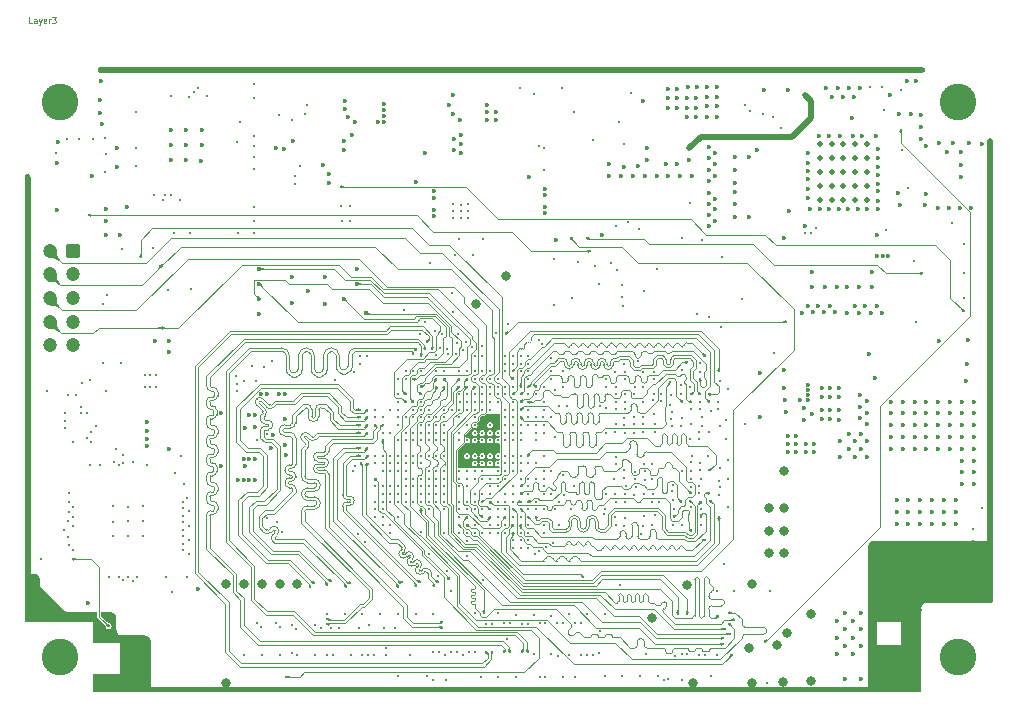
<source format=gbr>
%TF.GenerationSoftware,KiCad,Pcbnew,7.99.0-3539-g7abe2e3ea0*%
%TF.CreationDate,2023-11-26T19:50:54+01:00*%
%TF.ProjectId,SBC,5342432e-6b69-4636-9164-5f7063625858,rev?*%
%TF.SameCoordinates,Original*%
%TF.FileFunction,Copper,L3,Inr*%
%TF.FilePolarity,Positive*%
%FSLAX46Y46*%
G04 Gerber Fmt 4.6, Leading zero omitted, Abs format (unit mm)*
G04 Created by KiCad (PCBNEW 7.99.0-3539-g7abe2e3ea0) date 2023-11-26 19:50:54*
%MOMM*%
%LPD*%
G01*
G04 APERTURE LIST*
G04 Aperture macros list*
%AMRoundRect*
0 Rectangle with rounded corners*
0 $1 Rounding radius*
0 $2 $3 $4 $5 $6 $7 $8 $9 X,Y pos of 4 corners*
0 Add a 4 corners polygon primitive as box body*
4,1,4,$2,$3,$4,$5,$6,$7,$8,$9,$2,$3,0*
0 Add four circle primitives for the rounded corners*
1,1,$1+$1,$2,$3*
1,1,$1+$1,$4,$5*
1,1,$1+$1,$6,$7*
1,1,$1+$1,$8,$9*
0 Add four rect primitives between the rounded corners*
20,1,$1+$1,$2,$3,$4,$5,0*
20,1,$1+$1,$4,$5,$6,$7,0*
20,1,$1+$1,$6,$7,$8,$9,0*
20,1,$1+$1,$8,$9,$2,$3,0*%
G04 Aperture macros list end*
%ADD10C,0.100000*%
%TA.AperFunction,NonConductor*%
%ADD11C,0.100000*%
%TD*%
%TA.AperFunction,ComponentPad*%
%ADD12RoundRect,0.250000X-0.350000X0.350000X-0.350000X-0.350000X0.350000X-0.350000X0.350000X0.350000X0*%
%TD*%
%TA.AperFunction,ComponentPad*%
%ADD13C,1.200000*%
%TD*%
%TA.AperFunction,ComponentPad*%
%ADD14C,0.300000*%
%TD*%
%TA.AperFunction,ComponentPad*%
%ADD15C,3.100000*%
%TD*%
%TA.AperFunction,ComponentPad*%
%ADD16C,0.500000*%
%TD*%
%TA.AperFunction,ViaPad*%
%ADD17C,0.800000*%
%TD*%
%TA.AperFunction,ViaPad*%
%ADD18C,0.300000*%
%TD*%
%TA.AperFunction,ViaPad*%
%ADD19C,0.360000*%
%TD*%
%TA.AperFunction,Conductor*%
%ADD20C,0.110000*%
%TD*%
%TA.AperFunction,Conductor*%
%ADD21C,0.100000*%
%TD*%
%TA.AperFunction,Conductor*%
%ADD22C,0.500000*%
%TD*%
G04 APERTURE END LIST*
D10*
D11*
X59200412Y-74851623D02*
X58962317Y-74851623D01*
X58962317Y-74851623D02*
X58962317Y-74351623D01*
X59581365Y-74851623D02*
X59581365Y-74589718D01*
X59581365Y-74589718D02*
X59557555Y-74542099D01*
X59557555Y-74542099D02*
X59509936Y-74518290D01*
X59509936Y-74518290D02*
X59414698Y-74518290D01*
X59414698Y-74518290D02*
X59367079Y-74542099D01*
X59581365Y-74827814D02*
X59533746Y-74851623D01*
X59533746Y-74851623D02*
X59414698Y-74851623D01*
X59414698Y-74851623D02*
X59367079Y-74827814D01*
X59367079Y-74827814D02*
X59343270Y-74780194D01*
X59343270Y-74780194D02*
X59343270Y-74732575D01*
X59343270Y-74732575D02*
X59367079Y-74684956D01*
X59367079Y-74684956D02*
X59414698Y-74661147D01*
X59414698Y-74661147D02*
X59533746Y-74661147D01*
X59533746Y-74661147D02*
X59581365Y-74637337D01*
X59771841Y-74518290D02*
X59890889Y-74851623D01*
X60009936Y-74518290D02*
X59890889Y-74851623D01*
X59890889Y-74851623D02*
X59843270Y-74970671D01*
X59843270Y-74970671D02*
X59819460Y-74994480D01*
X59819460Y-74994480D02*
X59771841Y-75018290D01*
X60390888Y-74827814D02*
X60343269Y-74851623D01*
X60343269Y-74851623D02*
X60248031Y-74851623D01*
X60248031Y-74851623D02*
X60200412Y-74827814D01*
X60200412Y-74827814D02*
X60176603Y-74780194D01*
X60176603Y-74780194D02*
X60176603Y-74589718D01*
X60176603Y-74589718D02*
X60200412Y-74542099D01*
X60200412Y-74542099D02*
X60248031Y-74518290D01*
X60248031Y-74518290D02*
X60343269Y-74518290D01*
X60343269Y-74518290D02*
X60390888Y-74542099D01*
X60390888Y-74542099D02*
X60414698Y-74589718D01*
X60414698Y-74589718D02*
X60414698Y-74637337D01*
X60414698Y-74637337D02*
X60176603Y-74684956D01*
X60628983Y-74851623D02*
X60628983Y-74518290D01*
X60628983Y-74613528D02*
X60652793Y-74565909D01*
X60652793Y-74565909D02*
X60676602Y-74542099D01*
X60676602Y-74542099D02*
X60724221Y-74518290D01*
X60724221Y-74518290D02*
X60771840Y-74518290D01*
X60890888Y-74351623D02*
X61200412Y-74351623D01*
X61200412Y-74351623D02*
X61033745Y-74542099D01*
X61033745Y-74542099D02*
X61105174Y-74542099D01*
X61105174Y-74542099D02*
X61152793Y-74565909D01*
X61152793Y-74565909D02*
X61176602Y-74589718D01*
X61176602Y-74589718D02*
X61200412Y-74637337D01*
X61200412Y-74637337D02*
X61200412Y-74756385D01*
X61200412Y-74756385D02*
X61176602Y-74804004D01*
X61176602Y-74804004D02*
X61152793Y-74827814D01*
X61152793Y-74827814D02*
X61105174Y-74851623D01*
X61105174Y-74851623D02*
X60962317Y-74851623D01*
X60962317Y-74851623D02*
X60914698Y-74827814D01*
X60914698Y-74827814D02*
X60890888Y-74804004D01*
D12*
%TO.N,Net-(J2-Pin_1)*%
%TO.C,J2*%
X62677481Y-94118014D03*
D13*
%TO.N,JTAG_TMS*%
X60677481Y-94118014D03*
%TO.N,GND*%
X62677481Y-96118014D03*
%TO.N,JTAG_TCK*%
X60677481Y-96118014D03*
%TO.N,GND*%
X62677481Y-98118014D03*
%TO.N,JTAG_TDO*%
X60677481Y-98118014D03*
%TO.N,Net-(J2-Pin_7)*%
X62677481Y-100118014D03*
%TO.N,JTAG_TDI*%
X60677481Y-100118014D03*
%TO.N,Net-(J2-Pin_9)*%
X62677481Y-102118014D03*
%TO.N,Net-(D7-K)*%
X60677481Y-102118014D03*
%TD*%
D14*
%TO.N,GND*%
%TO.C,U6*%
X68720000Y-105630400D03*
X69220000Y-105630400D03*
X69720000Y-105630400D03*
X68720000Y-104630400D03*
X69220000Y-104630400D03*
X69720000Y-104630400D03*
%TD*%
D15*
%TO.N,Net-(C263-Pad1)*%
%TO.C,H3*%
X61565481Y-81545014D03*
%TD*%
%TO.N,Net-(C261-Pad1)*%
%TO.C,H1*%
X137565481Y-81545014D03*
%TD*%
%TO.N,Net-(C262-Pad1)*%
%TO.C,H2*%
X61565481Y-128545014D03*
%TD*%
D16*
%TO.N,GND*%
%TO.C,U1*%
X125893462Y-85120028D03*
X125893462Y-86295028D03*
X125893462Y-87470028D03*
X125893462Y-88645028D03*
X125893462Y-89820028D03*
X126893462Y-85120028D03*
X126893462Y-86295028D03*
X126893462Y-87470028D03*
X126893462Y-88645028D03*
X126893462Y-89820028D03*
X127893462Y-85120028D03*
X127893462Y-86295028D03*
X127893462Y-87470028D03*
X127893462Y-88645028D03*
X127893462Y-89820028D03*
X128893462Y-85120028D03*
X128893462Y-86295028D03*
X128893462Y-87470028D03*
X128893462Y-88645028D03*
X128893462Y-89820028D03*
X129893462Y-85120028D03*
X129893462Y-86295028D03*
X129893462Y-87470028D03*
X129893462Y-88645028D03*
X129893462Y-89820028D03*
%TD*%
D15*
%TO.N,Net-(C264-Pad1)*%
%TO.C,H4*%
X137565481Y-128545014D03*
%TD*%
D17*
%TO.N,GND*%
X122880481Y-112736014D03*
D18*
X77977481Y-81218014D03*
X140318681Y-120409414D03*
X58693462Y-96720028D03*
X114895000Y-110101400D03*
D19*
X128885481Y-98766014D03*
X116543462Y-92057528D03*
D18*
X79125481Y-116746014D03*
D19*
X102650481Y-88857014D03*
X65120000Y-83430400D03*
D18*
X68620000Y-115692900D03*
D19*
X64970216Y-82503204D03*
D18*
X96020000Y-108880400D03*
X104693462Y-78720028D03*
D19*
X129893462Y-110220028D03*
D18*
X72685081Y-131376614D03*
D19*
X122943462Y-106770028D03*
D18*
X58683081Y-92902214D03*
X140343462Y-108370028D03*
D19*
X126443462Y-80370028D03*
D18*
X58693462Y-101720028D03*
X92770000Y-112780400D03*
D17*
X114665481Y-122457014D03*
D19*
X86707500Y-95640014D03*
D18*
X71693462Y-78720028D03*
X62120000Y-84630400D03*
X97165481Y-130179514D03*
X111776400Y-106730000D03*
X72300000Y-121712900D03*
X140343462Y-104370028D03*
D19*
X130193462Y-99420028D03*
D18*
X117435000Y-105148400D03*
X65377481Y-84618014D03*
D19*
X79832321Y-85458099D03*
X134818462Y-90225028D03*
D18*
X140318681Y-114409414D03*
X89520000Y-111480400D03*
X103495000Y-105955400D03*
X91470000Y-107580400D03*
X101220000Y-104980400D03*
D17*
X125165481Y-124900514D03*
X137365481Y-120520028D03*
D18*
X100570000Y-108880400D03*
X113420000Y-113980400D03*
D19*
X59515481Y-125070014D03*
X135870000Y-90470400D03*
D18*
X113420000Y-115230400D03*
X113670000Y-128430900D03*
X96020000Y-116030400D03*
D19*
X85728981Y-81410014D03*
D18*
X140318681Y-117409414D03*
X99270000Y-110180400D03*
X140318681Y-122409414D03*
X92120000Y-108230400D03*
X140343462Y-101415014D03*
X140320000Y-85230400D03*
X129693462Y-131370028D03*
X140320000Y-89430400D03*
X58693462Y-97720028D03*
X88693462Y-131370028D03*
X99270000Y-111480400D03*
X76777481Y-83218014D03*
X106165481Y-128346014D03*
X67320000Y-118292900D03*
X96020000Y-107580400D03*
D19*
X72202481Y-83873014D03*
X135890481Y-123770014D03*
X67249481Y-90392014D03*
D18*
X65227481Y-103668014D03*
D17*
X122880481Y-119721014D03*
D19*
X129243462Y-99420028D03*
D18*
X90693462Y-78720028D03*
D19*
X70932481Y-85143014D03*
X64715481Y-125720014D03*
D18*
X97320000Y-113430400D03*
X58683081Y-93902214D03*
X91693462Y-78720028D03*
X66020000Y-115692900D03*
X108923000Y-83253014D03*
X138843462Y-120720028D03*
X97320000Y-109530400D03*
X132749481Y-80475014D03*
X92871481Y-95198014D03*
X58693462Y-122720028D03*
X58693462Y-98720028D03*
X122693462Y-78720028D03*
D19*
X85565481Y-84830900D03*
D18*
X99465481Y-100345014D03*
X77977481Y-85218014D03*
X97320000Y-112130400D03*
X58693462Y-117720028D03*
X86693462Y-131370028D03*
D19*
X124855962Y-98820028D03*
X134436481Y-78782014D03*
D17*
X137365481Y-122395014D03*
D18*
X65720000Y-121730400D03*
X114133000Y-105529400D03*
X80693462Y-131370028D03*
X111920000Y-116530400D03*
X110196000Y-109593400D03*
X95365481Y-93095014D03*
X140320000Y-86230400D03*
X100165481Y-130179514D03*
D19*
X128343462Y-80370028D03*
D18*
X65444481Y-85905014D03*
X92120000Y-117930400D03*
X116693462Y-131370028D03*
D19*
X64715481Y-131245014D03*
D17*
X111665481Y-125233014D03*
D18*
X88220000Y-114080400D03*
D19*
X137160191Y-84971449D03*
D18*
X123693462Y-78720028D03*
X95693462Y-78720028D03*
D19*
X79100000Y-106225000D03*
X64986726Y-81372269D03*
D18*
X87693462Y-131370028D03*
X131693462Y-131370028D03*
X109149481Y-98001014D03*
X58693462Y-120720028D03*
X101220000Y-103680400D03*
D19*
X67790481Y-128545014D03*
X127593462Y-111570028D03*
D18*
X127693462Y-131370028D03*
X90820000Y-114080400D03*
X115784000Y-107561400D03*
X111044681Y-97519814D03*
X65227481Y-98618014D03*
X106165481Y-124855014D03*
X92770000Y-108230400D03*
D17*
X115165481Y-130745014D03*
D19*
X117043462Y-90607528D03*
X124878462Y-106733429D03*
X136825000Y-90470400D03*
D18*
X96020000Y-104330400D03*
X138843462Y-121720028D03*
X119693462Y-131370028D03*
X133840481Y-94970014D03*
X58683081Y-90902214D03*
X90170000Y-106930400D03*
X107665481Y-130146014D03*
D19*
X128893462Y-110220028D03*
D18*
X101870000Y-113430400D03*
D19*
X85982981Y-82807014D03*
D18*
X63153481Y-84666014D03*
X101870000Y-108880400D03*
X99270000Y-114730400D03*
X108545000Y-109466400D03*
D19*
X72227481Y-85168014D03*
D18*
X129621481Y-78747814D03*
D19*
X127393462Y-80370028D03*
D18*
X132693462Y-131370028D03*
X130693462Y-131370028D03*
X68620000Y-116992900D03*
X93420000Y-104330400D03*
X140343462Y-107370028D03*
X115020000Y-115830400D03*
X140343462Y-112370028D03*
X85693462Y-78720028D03*
X90163035Y-124848460D03*
D19*
X85677481Y-82118014D03*
D18*
X102520000Y-116030400D03*
X114937279Y-105665169D03*
X103120000Y-103230400D03*
D17*
X131365481Y-129395014D03*
D18*
X125621481Y-78747814D03*
X77944481Y-92635014D03*
X118693462Y-131370028D03*
D19*
X117043462Y-87757528D03*
D18*
X114693462Y-78720028D03*
X87165481Y-124846014D03*
X79693462Y-78720028D03*
D19*
X126255962Y-99320028D03*
D18*
X102720000Y-119230400D03*
X89520000Y-117330400D03*
X72577481Y-92618014D03*
D17*
X123093462Y-126470028D03*
D18*
X108672000Y-107561400D03*
D19*
X73472481Y-86540014D03*
D18*
X140343462Y-105370028D03*
X58693462Y-107720028D03*
X87420000Y-118780400D03*
X99920000Y-107580400D03*
X117693462Y-78720028D03*
D19*
X91697981Y-88268014D03*
D18*
X103693462Y-131370028D03*
X86415481Y-104395014D03*
X140343462Y-90370028D03*
X109693462Y-131370028D03*
D17*
X99358481Y-96223014D03*
D18*
X67320000Y-115792900D03*
X69412481Y-93895014D03*
X96667681Y-124801014D03*
X140320000Y-88630400D03*
X96670000Y-117330400D03*
D19*
X77100000Y-113525000D03*
X124878462Y-105896627D03*
D18*
X72693462Y-78720028D03*
X94070000Y-114730400D03*
X140318681Y-123409414D03*
D19*
X65690481Y-126695014D03*
X129893462Y-106820028D03*
D18*
X117165481Y-122946014D03*
D19*
X93221981Y-89030014D03*
D18*
X92120000Y-112130400D03*
X91470000Y-104330400D03*
X97320000Y-111480400D03*
X95370000Y-109530400D03*
X140343462Y-92370028D03*
X109327626Y-103711393D03*
D19*
X131818462Y-80965028D03*
D18*
X103165481Y-128290514D03*
D19*
X101253481Y-87841014D03*
X126893462Y-81070028D03*
D18*
X102076286Y-85275614D03*
X115670000Y-114080400D03*
D17*
X121610481Y-115911014D03*
D18*
X96693462Y-131370028D03*
X117611081Y-94613814D03*
X89693462Y-78720028D03*
D19*
X64715481Y-130270014D03*
D18*
X96020000Y-110180400D03*
D19*
X61313481Y-86699014D03*
X124893462Y-106320028D03*
D18*
X97320000Y-114730400D03*
X117420000Y-112480400D03*
X121665481Y-122946014D03*
D19*
X131205962Y-94570028D03*
D18*
X68693462Y-78720028D03*
X110220590Y-112829954D03*
D19*
X128655962Y-82920028D03*
D18*
X58693462Y-95720028D03*
X71177481Y-92618014D03*
X114265481Y-93065014D03*
X94865481Y-99295014D03*
X92693462Y-131370028D03*
X86770000Y-118080400D03*
X66020000Y-117092900D03*
D19*
X134847962Y-89325028D03*
D18*
X99920000Y-105630400D03*
X86693462Y-78720028D03*
X115770000Y-112130400D03*
D19*
X124243462Y-106720028D03*
D18*
X94665481Y-122921414D03*
X90170000Y-108880400D03*
X109470000Y-114030400D03*
X99270000Y-108880400D03*
X104915481Y-98096014D03*
D19*
X70932481Y-86413014D03*
X132622481Y-82507014D03*
X81170000Y-98507514D03*
D18*
X99270000Y-117980400D03*
X58693462Y-102720028D03*
D19*
X130693462Y-98770028D03*
X84339551Y-88405134D03*
D18*
X130138591Y-80221514D03*
D19*
X128793462Y-81070028D03*
X75200000Y-112375000D03*
X127893462Y-81070028D03*
D18*
X58693462Y-116720028D03*
D19*
X80100000Y-106225000D03*
D18*
X106714481Y-84784014D03*
X107783000Y-105021400D03*
X91665481Y-124846014D03*
X119315481Y-98195014D03*
D19*
X129393462Y-109620028D03*
D18*
X140343462Y-100415014D03*
X97970000Y-114080400D03*
D19*
X107476481Y-92774514D03*
X135971471Y-84971449D03*
D18*
X97970000Y-113430400D03*
X113371000Y-107815400D03*
X92665481Y-130141495D03*
X58693462Y-112720028D03*
D19*
X131143462Y-99420028D03*
D18*
X87570000Y-103030400D03*
D19*
X66377481Y-85418014D03*
D18*
X95370000Y-110180400D03*
X89693462Y-131370028D03*
D19*
X78600000Y-106225000D03*
X117043462Y-89707528D03*
D18*
X117370000Y-113630400D03*
X103320000Y-118830400D03*
X104693462Y-131370028D03*
X95693462Y-131370028D03*
D19*
X138720000Y-90470400D03*
D17*
X125165481Y-130516014D03*
D18*
X116546000Y-109466400D03*
D19*
X129693462Y-98770028D03*
X134265481Y-131245014D03*
D17*
X133365481Y-129395014D03*
D19*
X93221981Y-89665014D03*
X124355962Y-99370028D03*
D18*
X124693462Y-131370028D03*
X95265481Y-101145014D03*
D19*
X95472286Y-84285014D03*
D18*
X92025481Y-101145014D03*
X140318681Y-121409414D03*
X86165481Y-128346014D03*
X116673000Y-107688400D03*
X87665481Y-128335014D03*
X88870000Y-112780400D03*
X100570000Y-103680400D03*
X58693462Y-99720028D03*
D17*
X133365481Y-122395014D03*
D18*
X94070000Y-110180400D03*
X82477481Y-81818014D03*
X76693462Y-131370028D03*
X94165481Y-128369014D03*
D19*
X65003236Y-79779054D03*
D18*
X58683081Y-91902214D03*
D17*
X122880481Y-117816014D03*
D18*
X123693462Y-131370028D03*
X104665481Y-128346014D03*
D19*
X125755962Y-98820028D03*
D18*
X100175481Y-124965014D03*
D19*
X84020000Y-96307514D03*
X72202481Y-86413014D03*
D18*
X113693462Y-131370028D03*
X77165481Y-128346014D03*
D17*
X122783992Y-130606543D03*
D18*
X140343462Y-93370028D03*
X58835481Y-87841014D03*
D19*
X92436481Y-85855014D03*
X129893462Y-107820028D03*
D18*
X58693462Y-100720028D03*
X117693462Y-131370028D03*
X105693462Y-78720028D03*
X140343462Y-110370028D03*
D19*
X65882500Y-124890400D03*
X94903481Y-84666014D03*
D18*
X103155481Y-125016014D03*
X138843462Y-119720028D03*
X70685081Y-131376614D03*
X83693462Y-131370028D03*
X99270000Y-117330400D03*
X93693462Y-131370028D03*
X140343462Y-102370028D03*
X105376567Y-95098792D03*
D19*
X73599481Y-83873014D03*
D18*
X100570000Y-113430400D03*
X100693462Y-131370028D03*
X94693462Y-131370028D03*
X90712481Y-99135014D03*
X140265481Y-98545014D03*
X120693462Y-131370028D03*
X58693462Y-119720028D03*
X101220000Y-118630400D03*
D19*
X139611926Y-85053999D03*
X126755962Y-98820028D03*
D18*
X116665481Y-130146014D03*
D19*
X138505756Y-85020979D03*
D18*
X138843462Y-123720028D03*
D19*
X129893462Y-108820028D03*
D18*
X58693462Y-109720028D03*
X94070000Y-112780400D03*
D19*
X117043462Y-85857528D03*
D18*
X83693462Y-78720028D03*
X108672000Y-106291400D03*
D19*
X86315481Y-84331014D03*
X133615481Y-78782014D03*
D18*
X68620000Y-118292900D03*
X107665481Y-124845014D03*
D19*
X120565481Y-85577528D03*
D18*
X94693462Y-78720028D03*
X140343462Y-113370028D03*
X87693462Y-78720028D03*
X58693462Y-103720028D03*
D17*
X135365481Y-122395014D03*
D18*
X77977481Y-91618014D03*
D17*
X131365481Y-120520028D03*
D18*
X101665481Y-128290514D03*
D19*
X102650481Y-89365014D03*
X116543462Y-91107528D03*
X116493462Y-89207528D03*
D18*
X109265481Y-98795014D03*
X120693462Y-78720028D03*
D19*
X64715481Y-126695014D03*
D18*
X75693462Y-131370028D03*
D19*
X67315481Y-127345014D03*
X77546846Y-108071846D03*
D18*
X102520000Y-114730400D03*
X140318681Y-116409414D03*
D19*
X84323041Y-87629164D03*
D18*
X92490481Y-100151014D03*
X77693462Y-78720028D03*
X82693462Y-131370028D03*
X98693462Y-131370028D03*
X92120000Y-114730400D03*
X81693462Y-78720028D03*
X131621481Y-78747814D03*
D19*
X65003236Y-78887514D03*
D18*
X104047481Y-80348014D03*
D19*
X117043462Y-86757528D03*
D18*
X109645481Y-91727028D03*
X115784000Y-103624400D03*
X75693462Y-78720028D03*
X97693462Y-131370028D03*
X140318681Y-119409414D03*
X108693462Y-131370028D03*
D19*
X128185481Y-99416014D03*
D18*
X108693462Y-78720028D03*
X62640000Y-110292900D03*
D19*
X94903481Y-85555014D03*
D18*
X93420000Y-110180400D03*
X67320000Y-116992900D03*
X86920000Y-103680400D03*
X140343462Y-103370028D03*
D19*
X134315481Y-128495014D03*
X102650481Y-90889014D03*
D18*
X94070000Y-108230400D03*
D19*
X132505962Y-89220028D03*
D18*
X110693462Y-131370028D03*
X140343462Y-109370028D03*
X101693462Y-131370028D03*
X88250981Y-111492900D03*
D19*
X61313481Y-90699014D03*
D18*
X102693462Y-131370028D03*
D19*
X63415481Y-125070014D03*
X128893462Y-111570028D03*
D17*
X121610481Y-119721014D03*
D19*
X123255962Y-90720028D03*
X65427481Y-92768014D03*
D18*
X64320000Y-84630400D03*
X97320000Y-110180400D03*
D19*
X134265481Y-123770014D03*
X86565481Y-83188014D03*
X137780000Y-90470400D03*
X81170000Y-96307514D03*
X124893462Y-105470028D03*
X67315481Y-129945014D03*
D18*
X91470000Y-114080400D03*
X90820000Y-111480400D03*
D17*
X96808481Y-98623014D03*
D18*
X73693462Y-78720028D03*
D19*
X116543462Y-88207528D03*
D18*
X96565481Y-94495014D03*
X90170000Y-104980400D03*
X97970000Y-104330400D03*
X108626800Y-112216400D03*
D19*
X70932481Y-83873014D03*
D18*
X77977481Y-87218014D03*
X111847000Y-104975900D03*
X90170000Y-106280400D03*
X115055481Y-111486014D03*
X78693462Y-131370028D03*
D19*
X121193462Y-80497528D03*
X134465962Y-84630028D03*
X134465962Y-83680028D03*
X84020000Y-98607514D03*
D18*
X78665481Y-128346014D03*
D19*
X129893462Y-111570028D03*
D18*
X115870000Y-115980400D03*
X99693462Y-78720028D03*
X138065481Y-96045014D03*
D19*
X81252181Y-84789444D03*
D18*
X66693462Y-78720028D03*
D19*
X94456286Y-81821214D03*
D17*
X135365481Y-120520028D03*
D19*
X130755962Y-94570028D03*
D18*
X140343462Y-111370028D03*
D19*
X120868462Y-108170028D03*
D18*
X58693462Y-114720028D03*
X138083481Y-98144414D03*
D19*
X95472286Y-85809014D03*
D18*
X140265481Y-99445014D03*
X138843462Y-122720028D03*
X103693462Y-78720028D03*
X88665481Y-124846014D03*
D19*
X65427481Y-90568014D03*
D18*
X92770000Y-114730400D03*
X67693462Y-78720028D03*
D19*
X62440481Y-125070014D03*
D18*
X70693462Y-78720028D03*
X69693462Y-78720028D03*
X115693462Y-78720028D03*
X83165481Y-128346014D03*
X101220000Y-117330400D03*
X105693462Y-131370028D03*
X112693462Y-78720028D03*
D19*
X124643462Y-92050028D03*
D18*
X62198062Y-106298045D03*
X99270000Y-112130400D03*
X74693462Y-78720028D03*
X66020000Y-118292900D03*
X93420000Y-108230400D03*
D17*
X119855481Y-127755014D03*
X133365481Y-124395014D03*
X75590481Y-122345014D03*
D18*
X98693462Y-78720028D03*
D19*
X66417481Y-87018014D03*
D18*
X92770000Y-107580400D03*
D19*
X83794721Y-86869704D03*
D18*
X92120000Y-106930400D03*
X76619481Y-92635014D03*
D19*
X133290481Y-79713014D03*
D18*
X99270000Y-103030400D03*
X67685081Y-131376614D03*
X96670000Y-114730400D03*
D17*
X75590481Y-130745014D03*
D18*
X106693462Y-131370028D03*
X108620000Y-115430400D03*
D19*
X122865353Y-104250528D03*
D18*
X58693462Y-104720028D03*
D19*
X116543462Y-87257528D03*
D18*
X88870000Y-109530400D03*
X111847000Y-107942400D03*
X107620000Y-116380400D03*
X122693462Y-131370028D03*
X60420000Y-106018462D03*
D19*
X85601981Y-85601014D03*
D18*
X140343462Y-94370028D03*
X116693462Y-78720028D03*
X93420000Y-114730400D03*
X113693462Y-78720028D03*
D17*
X120165481Y-130745014D03*
D18*
X93420000Y-112780400D03*
X114693462Y-131370028D03*
X100570000Y-109530400D03*
X101220000Y-112130400D03*
X99693462Y-131370028D03*
D19*
X80567016Y-85474609D03*
D18*
X89520000Y-107580400D03*
D19*
X128393462Y-109620028D03*
X131705962Y-94570028D03*
D18*
X93165481Y-124846014D03*
X98665481Y-130195014D03*
X68685081Y-131376614D03*
D17*
X80165481Y-122345014D03*
D18*
X99270000Y-103680400D03*
D19*
X73242500Y-122730400D03*
X65690481Y-131245014D03*
D18*
X97970000Y-114730400D03*
X100693462Y-78720028D03*
X65377481Y-87418014D03*
X140343462Y-106370028D03*
X109165481Y-130146014D03*
X101693462Y-78720028D03*
X96020000Y-112780400D03*
X77977481Y-80018014D03*
X117434996Y-108958400D03*
X97970000Y-107580400D03*
X92120000Y-111480400D03*
D17*
X133365481Y-120520028D03*
D19*
X116493462Y-85357528D03*
D18*
X112165481Y-130146014D03*
X139643462Y-115870028D03*
X97970000Y-117330400D03*
D19*
X82570000Y-97545014D03*
X63920000Y-123952900D03*
X61375481Y-84920014D03*
D18*
X130621481Y-78747814D03*
D19*
X134493826Y-82618774D03*
D18*
X58693462Y-110720028D03*
D19*
X65427481Y-91618014D03*
D18*
X100570000Y-116680400D03*
X101220000Y-107580400D03*
X95370000Y-117980400D03*
D17*
X121610481Y-117816014D03*
D18*
X99920000Y-114080400D03*
X99270000Y-115380400D03*
D19*
X79620000Y-109730400D03*
D18*
X90693462Y-131370028D03*
X102693462Y-78720028D03*
D17*
X131365481Y-124395014D03*
D18*
X131138591Y-80221514D03*
X140320000Y-87830400D03*
D19*
X116543462Y-90157528D03*
D18*
X58693462Y-115720028D03*
X140343462Y-95370028D03*
D19*
X127593462Y-110220028D03*
D18*
X107693462Y-78720028D03*
D19*
X78100000Y-113525000D03*
D18*
X84665481Y-128346014D03*
X91693462Y-131370028D03*
D19*
X125305962Y-99320028D03*
D18*
X82693462Y-78720028D03*
X58683081Y-88902214D03*
X99920000Y-116680400D03*
D19*
X122880000Y-93030400D03*
D18*
X109693462Y-78720028D03*
X111693462Y-78720028D03*
D19*
X102650481Y-90381014D03*
D18*
X117308000Y-106926400D03*
X98665481Y-124755014D03*
X69685081Y-131376614D03*
D19*
X129293462Y-80370028D03*
D18*
X121693462Y-78720028D03*
X126621481Y-78747814D03*
X128621481Y-78747814D03*
D19*
X93221981Y-91189014D03*
D17*
X122295481Y-127475014D03*
D18*
X88693462Y-78720028D03*
X121693462Y-131370028D03*
X85665481Y-124846014D03*
X102520000Y-111480400D03*
X100570000Y-118630400D03*
X77693462Y-131370028D03*
X93693462Y-78720028D03*
X109149481Y-97051014D03*
X61248481Y-85809014D03*
X140318681Y-115409414D03*
X91470000Y-108230400D03*
D19*
X129293462Y-107320028D03*
D18*
X140320000Y-87030400D03*
X133693462Y-131370028D03*
D19*
X116543462Y-86307528D03*
D18*
X102515481Y-85445014D03*
X70245481Y-89835014D03*
X77977481Y-84418014D03*
X80693462Y-78720028D03*
X70665481Y-97445014D03*
X124621481Y-78747814D03*
X107693462Y-131370028D03*
X101665481Y-124946014D03*
D17*
X81665481Y-122345014D03*
D18*
X138843462Y-117720028D03*
D19*
X94837286Y-80932214D03*
D18*
X127621481Y-78747814D03*
X111693462Y-131370028D03*
D17*
X131365481Y-122395014D03*
D19*
X80700000Y-111425000D03*
D18*
X78693462Y-78720028D03*
X138065481Y-93545014D03*
X76693462Y-78720028D03*
X107275000Y-107307400D03*
X89520000Y-112780400D03*
D19*
X70809532Y-110932927D03*
X93221981Y-90681014D03*
D18*
X79693462Y-131370028D03*
X71685081Y-131376614D03*
X140265481Y-97545014D03*
X84693462Y-131370028D03*
D17*
X122880481Y-115911014D03*
D18*
X58693462Y-113720028D03*
X97693462Y-78720028D03*
X115693462Y-131370028D03*
X90170000Y-111480400D03*
D19*
X133638481Y-82507014D03*
D18*
X58693462Y-121720028D03*
D19*
X129293462Y-108320028D03*
D18*
X140318681Y-118409414D03*
X113303000Y-106374200D03*
X132621481Y-78747814D03*
X110243000Y-105624200D03*
X110665481Y-130146014D03*
X65577481Y-97868014D03*
D19*
X134365481Y-124545014D03*
D18*
X91470000Y-113430400D03*
X58683081Y-94902214D03*
D19*
X80600000Y-106225000D03*
D18*
X112693462Y-131370028D03*
X58683081Y-89902214D03*
X92120000Y-107580400D03*
D17*
X77165481Y-122345014D03*
D18*
X58693462Y-111720028D03*
X106693462Y-78720028D03*
X96693462Y-78720028D03*
X92120000Y-110180400D03*
X90165481Y-130125514D03*
D19*
X94837286Y-82583214D03*
D18*
X115657000Y-109466400D03*
D19*
X129293462Y-106320028D03*
D18*
X81665481Y-128346014D03*
X110196000Y-108196400D03*
X110693462Y-78720028D03*
X62945000Y-106308462D03*
D19*
X134019481Y-79713014D03*
D18*
X58693462Y-124720028D03*
D19*
X127205962Y-99320028D03*
D18*
X90170000Y-110180400D03*
D19*
X60490481Y-125070014D03*
D18*
X119693462Y-78720028D03*
X95665481Y-128345014D03*
D19*
X73599481Y-85143014D03*
D18*
X58693462Y-123720028D03*
X116420000Y-111530400D03*
D19*
X117043462Y-91607528D03*
D18*
X58693462Y-108720028D03*
X111720000Y-113480400D03*
D19*
X65690481Y-130270014D03*
D18*
X109290481Y-85120014D03*
X99270000Y-108230400D03*
X99270000Y-112780400D03*
X58693462Y-105720028D03*
D19*
X80650000Y-108375000D03*
D18*
X71062500Y-123040400D03*
X80165481Y-128346014D03*
X95370000Y-112780400D03*
D19*
X103539481Y-93241014D03*
D18*
X84693462Y-78720028D03*
X118693462Y-78720028D03*
X99270000Y-109530400D03*
X111770000Y-114680400D03*
X84165481Y-124846014D03*
D19*
X134893462Y-85277528D03*
D18*
X104665481Y-124919514D03*
D17*
X78665481Y-122345014D03*
D18*
X92693462Y-78720028D03*
X138843462Y-118720028D03*
X117534881Y-100582814D03*
X97320000Y-112780400D03*
X66685081Y-131376614D03*
X77977481Y-90418014D03*
X100570000Y-112130400D03*
X103364981Y-98746014D03*
D19*
X64262481Y-87829014D03*
X129393462Y-110870028D03*
D18*
X74685081Y-131376614D03*
X81693462Y-131370028D03*
X65470000Y-106018462D03*
D17*
X120165481Y-122345014D03*
D18*
X73685081Y-131376614D03*
D19*
X66677481Y-92768014D03*
X95472286Y-85047014D03*
D18*
X108470000Y-113480400D03*
X91470000Y-111480400D03*
X117320000Y-114780400D03*
D19*
X61465481Y-125070014D03*
D18*
X140265481Y-96445014D03*
X95370000Y-108230400D03*
D19*
X95411481Y-83015014D03*
D18*
X58693462Y-118720028D03*
X101870000Y-112130400D03*
X58693462Y-106720028D03*
X118665481Y-122946014D03*
X77977481Y-86218014D03*
X85693462Y-131370028D03*
D19*
X128393462Y-110870028D03*
D18*
X140343462Y-91370028D03*
%TO.N,GBE0_MDI3_N*%
X71970000Y-119480400D03*
%TO.N,GBE0_MDI3_P*%
X71970000Y-118980400D03*
%TO.N,/IO/LED0*%
X67320000Y-121730400D03*
%TO.N,/IO/LED1*%
X66920000Y-122030400D03*
%TO.N,GBE0_MDI2_N*%
X71970000Y-118280400D03*
%TO.N,GBE0_MDI2_P*%
X71970000Y-117780400D03*
%TO.N,/MPU/VDDA_0P9*%
X97970898Y-108878794D03*
%TO.N,GBE0_MDI1_N*%
X71970000Y-117080400D03*
%TO.N,GBE0_MDI1_P*%
X71970000Y-116580400D03*
%TO.N,GBE0_MDI0_N*%
X71970000Y-115880400D03*
%TO.N,GBE0_MDI0_P*%
X71970000Y-115380400D03*
%TO.N,3.3V_SW*%
X114865481Y-90045014D03*
D19*
X115420981Y-82803014D03*
X137393462Y-116245028D03*
X133918462Y-108895028D03*
X128693462Y-84407528D03*
X134918462Y-110895028D03*
X115420981Y-82003014D03*
X136918462Y-109895028D03*
X133918462Y-106895028D03*
X131918462Y-109895028D03*
X127493462Y-90557528D03*
X130843462Y-85470028D03*
X129493462Y-84407528D03*
X115420981Y-81203014D03*
X138918462Y-112895028D03*
X133393462Y-117245028D03*
X137918462Y-113895028D03*
X137918462Y-110895028D03*
X138918462Y-111895028D03*
X130843462Y-90557528D03*
X134393462Y-116245028D03*
X124893462Y-89670028D03*
X138918462Y-113895028D03*
X113820981Y-81203014D03*
X132918462Y-110895028D03*
X117156481Y-82775014D03*
X123193462Y-80497528D03*
X135918462Y-106895028D03*
X127638838Y-84403766D03*
X135918462Y-107895028D03*
X133918462Y-109895028D03*
X133393462Y-115245028D03*
X138918462Y-109895028D03*
X132393462Y-115245028D03*
X136918462Y-107895028D03*
X116356481Y-81075014D03*
X134918462Y-106895028D03*
X131918462Y-107895028D03*
X135393462Y-117245028D03*
X130843462Y-87057528D03*
X117156481Y-80275014D03*
X122893462Y-105770028D03*
X113820981Y-82003014D03*
X131918462Y-108895028D03*
X136918462Y-110895028D03*
X136393462Y-117245028D03*
X116356481Y-81875014D03*
X113020981Y-80403014D03*
X115467481Y-80275014D03*
X113020981Y-82003014D03*
X137918462Y-109895028D03*
X124893462Y-88070028D03*
D18*
X117765481Y-120645014D03*
D19*
X136918462Y-108895028D03*
X136393462Y-116245028D03*
X131918462Y-110895028D03*
X130843462Y-87670028D03*
X135393462Y-116245028D03*
X129893462Y-90557528D03*
X125793462Y-84420028D03*
X124893462Y-87357528D03*
D18*
X121915481Y-82820014D03*
D19*
X138918462Y-107895028D03*
X114620981Y-81203014D03*
X137918462Y-107895028D03*
X113020981Y-81203014D03*
X134393462Y-115245028D03*
X137918462Y-112895028D03*
X129093462Y-90557528D03*
X117156481Y-81075014D03*
X131918462Y-106895028D03*
X137393462Y-117245028D03*
X137918462Y-108895028D03*
X116356481Y-82775014D03*
D18*
X99270000Y-107580400D03*
D19*
X132393462Y-116245028D03*
X116356481Y-80275014D03*
X117156481Y-81875014D03*
X130840643Y-89870028D03*
X124893462Y-85870028D03*
X114620981Y-82803014D03*
X114705481Y-80275014D03*
D18*
X137065481Y-91745014D03*
D19*
X134918462Y-108895028D03*
X135393462Y-115245028D03*
X120833500Y-104463796D03*
X126693462Y-84407528D03*
D18*
X101703767Y-80847014D03*
D19*
X136393462Y-115245028D03*
X128293462Y-90557528D03*
X126693462Y-90553941D03*
X132918462Y-108895028D03*
X138918462Y-108895028D03*
X135918462Y-110895028D03*
X135918462Y-109895028D03*
X130840643Y-89070028D03*
X136918462Y-106895028D03*
X137393462Y-115245028D03*
X132393462Y-117245028D03*
D18*
X108715481Y-95745014D03*
D19*
X134918462Y-107895028D03*
X133918462Y-107895028D03*
X134393462Y-117245028D03*
X124893462Y-86670028D03*
X130643462Y-84407528D03*
X132918462Y-109895028D03*
D18*
X109915481Y-80795014D03*
D19*
X124893462Y-88870028D03*
X133918462Y-110895028D03*
X125893462Y-90557528D03*
X137918462Y-111895028D03*
X132918462Y-106895028D03*
X138918462Y-110895028D03*
X137918462Y-106895028D03*
X135918462Y-108895028D03*
X130843462Y-86270028D03*
X134918462Y-109895028D03*
D18*
X134070281Y-100125614D03*
D19*
X113820981Y-80403014D03*
X130840643Y-88470028D03*
X133393462Y-116245028D03*
X114620981Y-82003014D03*
X125093462Y-90557528D03*
X132918462Y-107895028D03*
X138918462Y-106895028D03*
D18*
%TO.N,VBAT*%
X132749481Y-83895014D03*
X121260000Y-127220000D03*
%TO.N,I2C1_SCL*%
X89520000Y-114730400D03*
X103695481Y-128396014D03*
%TO.N,I2C1_SDA*%
X89520000Y-114080400D03*
X104145481Y-130236014D03*
%TO.N,I2C2_SCL*%
X90820000Y-115380400D03*
X105675481Y-128356014D03*
%TO.N,I2C2_SDA*%
X105126335Y-130185160D03*
X90170000Y-115380400D03*
%TO.N,I2C3_SCL*%
X106665481Y-128346014D03*
X90820000Y-114730400D03*
%TO.N,I2C3_SDA*%
X90170000Y-114080400D03*
X107165481Y-128146014D03*
%TO.N,USB1_OC*%
X93551138Y-121694557D03*
X92770000Y-116030400D03*
%TO.N,USB1_PWR_EN*%
X94332151Y-121270914D03*
X93420000Y-115380400D03*
%TO.N,UART2_TXD*%
X88870000Y-115380400D03*
X87165481Y-128346014D03*
%TO.N,UART2_RXD*%
X85145481Y-126075014D03*
%TO.N,UART1_TXD*%
X83165481Y-125795014D03*
%TO.N,UART1_RXD*%
X88220000Y-115380400D03*
X84165481Y-128346014D03*
%TO.N,/IO/ENET_2.5V_A*%
X72520000Y-116192900D03*
X71320000Y-112942900D03*
X71845000Y-111492900D03*
X72520000Y-117392900D03*
X72475481Y-119825014D03*
%TO.N,USB2_RX_N*%
X81556777Y-126147177D03*
%TO.N,USB2_RX_P*%
X81203223Y-125793623D03*
%TO.N,USB2_TX_N*%
X80186777Y-125987177D03*
%TO.N,USB2_TX_P*%
X79833223Y-125633623D03*
%TO.N,USB2_DP*%
X78263223Y-125633623D03*
%TO.N,VDD_1V*%
X61952556Y-107869557D03*
X72070000Y-113830400D03*
X61952556Y-109139557D03*
X61952556Y-108504557D03*
X64120000Y-112292900D03*
%TO.N,UART3_RXD*%
X84520500Y-126096514D03*
%TO.N,UART3_TXD*%
X83685481Y-126096514D03*
%TO.N,UART4_RXD*%
X102165481Y-130204919D03*
X88220000Y-116030400D03*
%TO.N,NVCC_DRAM_1V1*%
X118120000Y-105830400D03*
X100570000Y-112780400D03*
X101220000Y-117980400D03*
X109320000Y-117430400D03*
D19*
X128193462Y-97157528D03*
D18*
X114207000Y-117353000D03*
X113445000Y-117302200D03*
X118120000Y-111830400D03*
D19*
X129243462Y-97157528D03*
D18*
X105087698Y-114076115D03*
X111974000Y-108831400D03*
X115784000Y-104386400D03*
X100570000Y-104330400D03*
X115657000Y-110101400D03*
X101870000Y-110180400D03*
X112487600Y-106831600D03*
X101220000Y-114080400D03*
X101870000Y-116030400D03*
X109434000Y-107561400D03*
X101220000Y-106280400D03*
X114133000Y-106291400D03*
X99920000Y-112130400D03*
X107745100Y-116001529D03*
X111720000Y-117330400D03*
X113370000Y-114430400D03*
X112276600Y-115371800D03*
X117920000Y-110030400D03*
X108630000Y-108791400D03*
X113548400Y-115979600D03*
X111847000Y-104386400D03*
X101220000Y-108880400D03*
X118120000Y-115830400D03*
X114260000Y-104259400D03*
X101870000Y-106280400D03*
X113323912Y-108404900D03*
X101220000Y-108230400D03*
X100570000Y-117980400D03*
X107783000Y-105656400D03*
X110760400Y-118109200D03*
X99920000Y-110180400D03*
X110303200Y-114096000D03*
X109434000Y-104386400D03*
X101220000Y-104330400D03*
X102458881Y-108189414D03*
X110504387Y-103467404D03*
X101220000Y-114730400D03*
X109434000Y-109593400D03*
X115680200Y-114660600D03*
D19*
X130343462Y-95957528D03*
X130343462Y-97157528D03*
D18*
X113244000Y-107180400D03*
X101220000Y-116030400D03*
X99920000Y-111480400D03*
X112482000Y-106291400D03*
D19*
X132648462Y-90220028D03*
D18*
X107783000Y-109593400D03*
X115843000Y-117374200D03*
X118120000Y-113430400D03*
X115784000Y-106926400D03*
X117920000Y-108430400D03*
X108654088Y-111622900D03*
%TO.N,DRAM_DQ21*%
X99920000Y-119280400D03*
X111717800Y-115371800D03*
%TO.N,DRAM_DQ19*%
X103495000Y-116030400D03*
X108525200Y-114705600D03*
%TO.N,DRAM_DQ25*%
X117356600Y-116692600D03*
X99920000Y-117330400D03*
%TO.N,DRAM_DQ24*%
X116188200Y-118572200D03*
X100570000Y-117330400D03*
%TO.N,DRAM_DQ26*%
X99920000Y-117980400D03*
X116594600Y-115270200D03*
%TO.N,DRAM_DQ28*%
X114969000Y-114660600D03*
X100570000Y-114730400D03*
%TO.N,DRAM_DQ27*%
X99920000Y-116030400D03*
X116543800Y-114660600D03*
%TO.N,DRAM_DQ30*%
X100570000Y-115380400D03*
X114969000Y-117824200D03*
%TO.N,DRAM_VREF*%
X133318800Y-88801600D03*
%TO.N,DRAM_DQ15*%
X113244000Y-105275400D03*
X100570000Y-108230400D03*
%TO.N,DRAM_DQ12*%
X100570000Y-107580400D03*
X114260000Y-106926400D03*
%TO.N,DRAM_DQ14*%
X114672000Y-103580400D03*
X100570000Y-106930400D03*
%TO.N,DRAM_DQ11*%
X116546000Y-106926400D03*
X99920000Y-106280400D03*
D19*
%TO.N,Net-(U13-VDDI)*%
X75211268Y-107875000D03*
D18*
%TO.N,DRAM_DQ9*%
X117339000Y-104342400D03*
X99920000Y-104980400D03*
%TO.N,DRAM_DQ10*%
X99920000Y-104330400D03*
X116546000Y-106291400D03*
%TO.N,DRAM_DQ4*%
X99920000Y-103680400D03*
X110958000Y-106926400D03*
%TO.N,DRAM_DQ6*%
X100570000Y-103030400D03*
X110958000Y-105656400D03*
%TO.N,DRAM_DQ22*%
X100570000Y-119280400D03*
X111032000Y-116540200D03*
%TO.N,DRAM_DQ23*%
X110963600Y-117429200D03*
X101220000Y-119280400D03*
%TO.N,DRAM_DQS3_P*%
X101220000Y-116680400D03*
X115832600Y-115371800D03*
%TO.N,DRAM_DM3*%
X100570000Y-116030400D03*
X115843000Y-116674200D03*
%TO.N,DRAMREF*%
X100570000Y-110180400D03*
%TO.N,DRAM_DQ13*%
X101220000Y-106930400D03*
X115022000Y-106926400D03*
%TO.N,DRAM_DM1*%
X100570000Y-106280400D03*
X115784000Y-105021400D03*
%TO.N,DRAM_DQS1_P*%
X101220000Y-105630400D03*
X115784000Y-106291400D03*
%TO.N,DRAM_DQ8*%
X100570000Y-105630400D03*
X116170000Y-103030400D03*
%TO.N,DRAM_DQ7*%
X110958000Y-104386400D03*
X101220000Y-103030400D03*
%TO.N,DRAM_DQS2_N*%
X101761000Y-119791400D03*
X110193800Y-114762200D03*
%TO.N,DRAM_DQS2_P*%
X102116600Y-119537400D03*
X109417100Y-115394300D03*
%TO.N,DRAM_DQS3_N*%
X114918200Y-115321000D03*
X101870000Y-116680400D03*
%TO.N,DRAM_nCS0_B*%
X101220000Y-113430400D03*
X111065200Y-112775200D03*
%TO.N,DRAM_CKE0_A*%
X101870000Y-109530400D03*
X110958000Y-109466400D03*
%TO.N,DRAM_DQS1_N*%
X101870000Y-105630400D03*
X115022000Y-106291400D03*
%TO.N,DRAM_DQS0_P*%
X102398564Y-101979764D03*
X109434000Y-106291400D03*
%TO.N,DRAM_DQS0_N*%
X110196000Y-106291400D03*
X102087436Y-101668636D03*
%TO.N,DRAM_DQ16*%
X103820000Y-117330400D03*
X108626800Y-117347200D03*
%TO.N,DRAM_DM2*%
X102520000Y-117330400D03*
X109439600Y-116788400D03*
%TO.N,DRAM_DQ18*%
X104795000Y-116030400D03*
X109388800Y-114756400D03*
%TO.N,PMIC_SCL*%
X90170000Y-114730400D03*
X120020000Y-82330400D03*
%TO.N,DRAM_nCS1_B*%
X110220000Y-113455400D03*
X102520000Y-114080400D03*
%TO.N,DRAM_CKE0_B*%
X111014400Y-112165600D03*
X102520000Y-112780400D03*
%TO.N,DRAM_CA0_A*%
X102520000Y-108880400D03*
X109307000Y-108323400D03*
%TO.N,DRAM_CA2_A*%
X104470000Y-107255400D03*
X114260000Y-108323400D03*
%TO.N,DRAM_DQ3*%
X102520000Y-105630400D03*
X108672000Y-106926400D03*
%TO.N,DRAM_DM0*%
X109434000Y-105021400D03*
X103170000Y-104980400D03*
%TO.N,DRAM_DQ1*%
X108672000Y-105656400D03*
X103170000Y-104330400D03*
%TO.N,DRAM_DQ17*%
X108576000Y-116686800D03*
X102520000Y-117980400D03*
%TO.N,DRAM_CA1_A*%
X102520000Y-109530400D03*
X109338000Y-108863600D03*
%TO.N,DRAM_CKE1_A*%
X103495000Y-109855400D03*
X111921000Y-109428200D03*
%TO.N,DRAM_CA5_A*%
X102520000Y-107580400D03*
X115911000Y-108958400D03*
%TO.N,DRAM_DQ2*%
X109434000Y-106926400D03*
X104145000Y-105630400D03*
%TO.N,DRAM_DQ0*%
X108545000Y-104386400D03*
X104145000Y-104330400D03*
%TO.N,SPI1_MOSI*%
X89025481Y-126096514D03*
%TO.N,SPI2_SSO*%
X86845481Y-126026014D03*
%TO.N,UART4_TXD*%
X102665481Y-130236014D03*
X89520000Y-115380400D03*
%TO.N,Net-(U9A-MIPI_VDD1)*%
X89520000Y-109530400D03*
D19*
%TO.N,Net-(L6-Pad1)*%
X130090000Y-102880000D03*
X126793462Y-106470028D03*
X138430000Y-101700000D03*
X127493462Y-108420028D03*
X127493462Y-106520028D03*
X126793462Y-108370028D03*
X126093462Y-105720028D03*
X126793462Y-105720028D03*
X138310000Y-105140000D03*
X126093462Y-108370028D03*
X138350000Y-103720000D03*
X126093462Y-106470028D03*
X127493462Y-107620028D03*
X130580000Y-104870000D03*
X136010000Y-101780000D03*
X126093462Y-107570028D03*
X127493462Y-105770028D03*
X126793462Y-107570028D03*
D18*
%TO.N,SPI1_MISO*%
X89885481Y-126096514D03*
%TO.N,HDMI_TX3_P*%
X98165481Y-125685014D03*
%TO.N,PCIE2_RXN*%
X94665481Y-128091014D03*
%TO.N,SPI2_MISO*%
X87715481Y-125846014D03*
%TO.N,SPI2_SCLK*%
X88165481Y-128346014D03*
X88220000Y-116680400D03*
%TO.N,PCIE2_RXP*%
X95165481Y-128091014D03*
%TO.N,PCIE1_TXN*%
X92143763Y-103008660D03*
X99665481Y-128091014D03*
%TO.N,SPI1_SSO*%
X91165481Y-128346014D03*
X88870000Y-117330400D03*
%TO.N,Net-(U9B-ZQ_{slash}_ZQ_{slash}_ZQ)*%
X100570000Y-111480400D03*
%TO.N,PCIE1_TXP*%
X99165481Y-128091014D03*
X92470000Y-102442900D03*
%TO.N,HDMI_TX2_P*%
X99165481Y-125665014D03*
%TO.N,Net-(U9M-USB1_RESREF)*%
X86578131Y-112323939D03*
%TO.N,Net-(U9K-PCIE2_RESREF)*%
X86920000Y-103030400D03*
%TO.N,Net-(U9M-USB2_RESREF)*%
X86396521Y-112744944D03*
%TO.N,PCIE2_REF_CLKN*%
X96165481Y-128115144D03*
%TO.N,PCIE2_REF_CLKP*%
X96665481Y-128115144D03*
D19*
%TO.N,QSPIA_SCLK*%
X78432500Y-96910014D03*
D18*
X90820000Y-106930400D03*
%TO.N,Net-(U9J-HDMI_REXT)*%
X96055500Y-119942900D03*
%TO.N,NAND_DATA0*%
X90820000Y-106280400D03*
D19*
X85597500Y-98180014D03*
D18*
%TO.N,Net-(U9L-MIPI_DSI_REXT)*%
X88220000Y-108230400D03*
%TO.N,QSPIA_nSS0 *%
X91470000Y-106930400D03*
D19*
X87465481Y-99355014D03*
%TO.N,NAND_DATA2*%
X78432500Y-98180014D03*
D18*
X91470000Y-104980400D03*
%TO.N,PCIE1_RXP*%
X91720000Y-102540400D03*
X100665481Y-128091014D03*
D19*
%TO.N,NAND_DATA1*%
X86707500Y-96910014D03*
D18*
X92120000Y-106280400D03*
%TO.N,SPI1_SCLK*%
X88870000Y-116030400D03*
X89136351Y-127769900D03*
%TO.N,NAND_DATA3*%
X92120000Y-105630400D03*
D19*
X78432500Y-95640014D03*
D18*
%TO.N,SPI2_MOSI*%
X89165481Y-128359400D03*
X88870000Y-116680400D03*
%TO.N,PCIE1_REF_CLKP*%
X98165481Y-128091014D03*
X93089500Y-102442900D03*
%TO.N,SD2_nCD*%
X118165481Y-124775014D03*
X93420000Y-105630400D03*
%TO.N,SD2_CLK*%
X93420000Y-104980400D03*
X118435481Y-128325014D03*
%TO.N,SD1_CMD*%
X93384500Y-102978827D03*
D19*
X77600000Y-111725000D03*
D18*
%TO.N,SD1_CLK*%
X93706949Y-102347522D03*
D19*
X78100000Y-111725000D03*
D18*
%TO.N,SD2_WP*%
X118204481Y-125685014D03*
X94070000Y-105630400D03*
%TO.N,HDMI_REFCLK_N*%
X100665481Y-125685014D03*
%TO.N,HDMI_REFCLK_P*%
X101165481Y-125685014D03*
%TO.N,USB2_PWR_EN*%
X94268481Y-130504014D03*
X92770000Y-115380400D03*
X99385756Y-127010514D03*
%TO.N,SD2_CMD*%
X94070000Y-104980400D03*
X117665481Y-127435014D03*
%TO.N,SD1_D1*%
X94326250Y-102436650D03*
X77165481Y-105179900D03*
%TO.N,SD1_D0*%
X76520000Y-106030400D03*
X94420000Y-102830400D03*
%TO.N,ENET_MDIO*%
X94720000Y-107580400D03*
X62220000Y-118392900D03*
%TO.N,ENET_MDC*%
X62282500Y-119030400D03*
X95420000Y-106930400D03*
%TO.N,SD2_D1*%
X95370000Y-105630400D03*
X118265481Y-126546014D03*
%TO.N,HDMI_TX0_P*%
X102165481Y-125665014D03*
%TO.N,GPIO9*%
X94070000Y-116030400D03*
X112683481Y-130504014D03*
%TO.N,GPIO10*%
X111165481Y-128246014D03*
X94070000Y-115380400D03*
%TO.N,GPIO6*%
X95370000Y-116680400D03*
X114207481Y-130504014D03*
%TO.N,SD2_D0*%
X117665481Y-126946014D03*
X95370000Y-104980400D03*
%TO.N,SD1_D4*%
X76520000Y-105430400D03*
X95175984Y-101932397D03*
%TO.N,SD1_D2*%
X95075500Y-102864409D03*
X78134581Y-105179900D03*
%TO.N,ENET_TX_CTL*%
X95370000Y-107580400D03*
X61920000Y-117792900D03*
%TO.N,ENET_TD3*%
X95370000Y-106280400D03*
X62620000Y-116630400D03*
%TO.N,Net-(U9H-TEST_MODE)*%
X98620000Y-115380400D03*
%TO.N,GPIO8*%
X95370000Y-115380400D03*
X113064481Y-130377014D03*
%TO.N,GPIO3*%
X113865481Y-124846014D03*
X95370000Y-117330400D03*
X116165481Y-128346014D03*
%TO.N,SD2_D3*%
X96020000Y-105630400D03*
X118665481Y-125346014D03*
%TO.N,SD2_D2*%
X117865481Y-126146014D03*
X96020000Y-104980400D03*
%TO.N,SD1_D5*%
X77805481Y-103915014D03*
X95958100Y-101884987D03*
%TO.N,SD1_D3*%
X95665000Y-102495014D03*
X76420000Y-104730400D03*
%TO.N,ENET_TD2*%
X96020000Y-106930400D03*
X62282500Y-116230400D03*
%TO.N,ENET_TD0*%
X62220000Y-116992900D03*
X96020000Y-106280400D03*
%TO.N,HDMI_TX1_P*%
X104165481Y-125655014D03*
%TO.N,GPIO4*%
X114665481Y-124846014D03*
X96020000Y-116680400D03*
X117165481Y-128346014D03*
%TO.N,ENET_TD1*%
X62620000Y-115830400D03*
X96670000Y-106280400D03*
%TO.N,SD2_nRST*%
X117265481Y-125046014D03*
X96670000Y-105630400D03*
%TO.N,CLK1_P*%
X96670000Y-104980400D03*
%TO.N,SD1_nRST*%
X96670000Y-103030400D03*
X79120000Y-109630400D03*
%TO.N,SD1_D6*%
X78865481Y-103945014D03*
X96470000Y-102292900D03*
%TO.N,JTAG_TCK*%
X97320000Y-116680400D03*
X70127481Y-95418014D03*
%TO.N,ENET_TXC*%
X62282500Y-114630400D03*
X96670000Y-106930400D03*
%TO.N,ENET_RXC*%
X97320000Y-106280400D03*
X64920000Y-112292900D03*
%TO.N,GPIO5*%
X114185481Y-128266014D03*
X96020000Y-115380400D03*
%TO.N,ENET_RX_CTL*%
X97320000Y-105630400D03*
X66320000Y-110892900D03*
%TO.N,CLK2_P*%
X97320000Y-104980400D03*
%TO.N,CLK1_N*%
X96670000Y-104330400D03*
%TO.N,SD1_STROBE*%
X97320000Y-103008014D03*
X78220000Y-110130400D03*
%TO.N,SD1_D7*%
X79520000Y-103430400D03*
X97314135Y-102200971D03*
%TO.N,JTAG_TDO*%
X97970000Y-116680400D03*
%TO.N,JTAG_nTRS*%
X97320000Y-115380400D03*
X68377481Y-94668014D03*
%TO.N,ENET_RD0*%
X66120000Y-111992900D03*
X97320000Y-106930400D03*
%TO.N,ENET_RD2*%
X97970000Y-106280400D03*
X66920000Y-111392900D03*
%TO.N,ENET_RD1*%
X66920000Y-112092900D03*
X97970000Y-105630400D03*
%TO.N,CLK2_N*%
X97970000Y-104980400D03*
%TO.N,JTAG_TMS*%
X97970000Y-116030400D03*
%TO.N,BOOT_MODE1*%
X98620000Y-116030400D03*
X116493481Y-99744614D03*
%TO.N,Net-(U9H-JTAG_MOD)*%
X105820000Y-121730400D03*
X97970000Y-115380400D03*
%TO.N,ENET_RD3*%
X67720000Y-111992900D03*
X97970000Y-106930400D03*
%TO.N,PMIC_ON_REQ*%
X98467287Y-101046014D03*
X108645481Y-91996014D03*
X98620000Y-106930400D03*
%TO.N,PMIC_STBY_REQ*%
X105063481Y-82380014D03*
X106892738Y-95436014D03*
X98620000Y-105630400D03*
%TO.N,JTAG_TDI*%
X99270000Y-116680400D03*
X70177481Y-100668014D03*
%TO.N,BOOT_MODE0*%
X99270000Y-116030400D03*
X115528281Y-99490614D03*
%TO.N,POR_B*%
X106395481Y-94165514D03*
X64027481Y-91118014D03*
X98620000Y-106280400D03*
%TO.N,ONOFF*%
X99325981Y-101149379D03*
X123065481Y-100145014D03*
X99270000Y-105630400D03*
%TO.N,/MPU/RTC_nRST*%
X99270000Y-106280400D03*
X108175481Y-95126014D03*
%TO.N,DRAM_DQ20*%
X99920000Y-118630400D03*
X110988354Y-114729646D03*
%TO.N,DRAM_DQ5*%
X111847000Y-106291400D03*
X99920000Y-103030400D03*
%TO.N,DRAM_nRST*%
X101220000Y-111480400D03*
X116551600Y-112724400D03*
%TO.N,/POWER/PMIC_ON*%
X100491481Y-80339014D03*
X121045000Y-82555400D03*
%TO.N,Net-(U15-REFCLK_SEL_0)*%
X68120000Y-121730400D03*
%TO.N,Net-(U15-REFCLK_SEL_1)*%
X67720000Y-122067900D03*
%TO.N,PMIC_SDA*%
X90820000Y-113430400D03*
X119552000Y-81780400D03*
%TO.N,PMIC_nINT*%
X122600000Y-83772400D03*
X119552000Y-108791400D03*
X95370000Y-116030400D03*
X107247881Y-126342948D03*
D19*
%TO.N,VIN*%
X125193462Y-107970028D03*
X128015481Y-127570028D03*
X129415481Y-130370028D03*
X129415481Y-124770028D03*
X123893462Y-111170028D03*
X125393462Y-110470028D03*
X128715481Y-125470028D03*
X127315481Y-128270028D03*
X123893462Y-110470028D03*
X128015481Y-124770028D03*
X125393462Y-111170028D03*
X123193462Y-109770028D03*
X129415481Y-126170028D03*
X128715481Y-126870028D03*
X129415481Y-127570028D03*
X127315481Y-126870028D03*
D18*
X122041445Y-102803214D03*
D19*
X128015481Y-126170028D03*
X123193462Y-111170028D03*
X124593462Y-108470028D03*
X123893462Y-109770028D03*
X124693462Y-111170028D03*
X128715481Y-128270028D03*
X124693462Y-110470028D03*
X124593462Y-107470028D03*
X123193462Y-110470028D03*
X122993462Y-107770028D03*
X128015481Y-130370028D03*
X127315481Y-125470028D03*
D18*
%TO.N,VDDA_1V8*%
X97320000Y-104330400D03*
X97320000Y-108230400D03*
X98620000Y-108230400D03*
X99270000Y-104330400D03*
X92770000Y-110180400D03*
X96670000Y-108230400D03*
X99920000Y-112780400D03*
X103365481Y-94845014D03*
X95370000Y-112130400D03*
X131479481Y-92404014D03*
%TO.N,DRAM_CA2_B*%
X114976800Y-112775200D03*
X101870000Y-115380400D03*
%TO.N,DRAM_nCS1_A*%
X110196000Y-108831400D03*
X101870000Y-108230400D03*
%TO.N,DRAM_CA5_B*%
X104268900Y-114762200D03*
X115789600Y-112724400D03*
%TO.N,DRAM_CA4_A*%
X115911000Y-108196400D03*
X102520000Y-106930400D03*
%TO.N,DRAM_CA4_B*%
X115840400Y-113435600D03*
X103820000Y-115380400D03*
%TO.N,DRAM_CA3_B*%
X114976800Y-113435600D03*
X103170000Y-114730400D03*
%TO.N,DRAM_CA0_B*%
X109305222Y-113380300D03*
X104145000Y-113105400D03*
%TO.N,DRAM_CA1_B*%
X102520000Y-113430400D03*
X109352013Y-112728400D03*
%TO.N,DRAM_CKE1_B*%
X103170000Y-112780400D03*
X111667000Y-112171400D03*
%TO.N,DRAM_nCS0_A*%
X110958000Y-108831400D03*
X103170000Y-108230400D03*
%TO.N,DRAM_CA3_A*%
X103820000Y-107255400D03*
X115022000Y-108831400D03*
%TO.N,VDD_PHY_0V9*%
X97970000Y-117980400D03*
X90820000Y-104980400D03*
X89520000Y-112130400D03*
X124613462Y-92645014D03*
X88870000Y-111480400D03*
X125563462Y-92195014D03*
X88870000Y-112130400D03*
X90820000Y-104330400D03*
X90170000Y-107580400D03*
X90170000Y-108230400D03*
X125163462Y-92645014D03*
X97320000Y-117980400D03*
X90820000Y-108230400D03*
X88220000Y-112130400D03*
%TO.N,VDD_PHY_1V8*%
X95989500Y-118660960D03*
X88220000Y-107580400D03*
D19*
X130755962Y-92810028D03*
D18*
X88870000Y-108230400D03*
%TO.N,VDD_PHY_3V3*%
X90820000Y-112130400D03*
X90820000Y-112780400D03*
X92120000Y-104330400D03*
X132840000Y-85580000D03*
X91470000Y-112130400D03*
X90170000Y-112130400D03*
X90170000Y-112780400D03*
%TO.N,VDD_ARM_0V9*%
X86109981Y-91570014D03*
X92770000Y-108880400D03*
X92120000Y-108880400D03*
X94070000Y-108880400D03*
X90820000Y-110180400D03*
X93420000Y-108880400D03*
X84865481Y-105095014D03*
X90820000Y-109530400D03*
X85474981Y-91570014D03*
X85347981Y-90300014D03*
X92770000Y-109530400D03*
X91470000Y-109530400D03*
X92120000Y-109530400D03*
X93420000Y-109530400D03*
X86109981Y-90300014D03*
X91470000Y-110180400D03*
X94070000Y-109530400D03*
D19*
%TO.N,VDD_GPU_0V9*%
X118693462Y-86207528D03*
X118693462Y-87307528D03*
X119893462Y-86207528D03*
D18*
X93289625Y-100939513D03*
X93420000Y-113430400D03*
X92770000Y-114080400D03*
X102515481Y-87295014D03*
X94070000Y-113430400D03*
X94070000Y-114080400D03*
X97365481Y-93095014D03*
X92120000Y-113430400D03*
D19*
X118693462Y-88357528D03*
D18*
X93420000Y-114080400D03*
X92770000Y-113430400D03*
X92120000Y-114080400D03*
%TO.N,VDD_SOC_0V9*%
X96115767Y-90745095D03*
X94765481Y-97695014D03*
X96020000Y-111480400D03*
X94965481Y-94495014D03*
X96107286Y-91380095D03*
X96670000Y-108880400D03*
X94837286Y-90203214D03*
X96670000Y-109530400D03*
X94070000Y-111480400D03*
X93867062Y-101144141D03*
X93420000Y-111480400D03*
X96670000Y-112130400D03*
X92770000Y-111480400D03*
X95472286Y-90237095D03*
X94845767Y-90745095D03*
X96670000Y-112780400D03*
X96107286Y-90203214D03*
X95472286Y-91380095D03*
X96670000Y-111480400D03*
X96670000Y-110180400D03*
X95480767Y-90745095D03*
X96670000Y-113430400D03*
X94837286Y-91346214D03*
%TO.N,NVCC_SD1_1V8*%
X94070000Y-104330400D03*
%TO.N,VDD_VPU_0V9*%
X110615481Y-92295014D03*
D19*
X118693462Y-90157528D03*
D18*
X96020000Y-114080400D03*
X95370000Y-113430400D03*
X96020000Y-113430400D03*
D19*
X118693462Y-91257528D03*
X118693462Y-89107528D03*
D18*
X95370000Y-114080400D03*
D19*
X119893462Y-91257528D03*
D18*
%TO.N,NVCC_SD2*%
X95370000Y-104330400D03*
%TO.N,VDD_SNVS_0V9*%
X81227481Y-83068014D03*
X82327481Y-82568014D03*
X131318462Y-82205028D03*
X96670000Y-107580400D03*
X80077481Y-82668014D03*
%TO.N,NVCC_ENET_2V5*%
X62282500Y-115430400D03*
X62620000Y-117430400D03*
X66520000Y-112292900D03*
D19*
X68920000Y-108592900D03*
D18*
X97353481Y-122007014D03*
D19*
X68920000Y-110042900D03*
D18*
X66520000Y-121730400D03*
X68920000Y-112292900D03*
D19*
X68920000Y-109342900D03*
D18*
X97320000Y-107580400D03*
D19*
X68920000Y-110692900D03*
D18*
%TO.N,VDD_DRAM_0V9*%
X99920000Y-106930400D03*
X99920000Y-108230400D03*
X98620000Y-112130400D03*
X97970000Y-110180400D03*
X98620000Y-111480400D03*
D19*
X137843462Y-86857528D03*
D18*
X98620000Y-109530400D03*
X99920000Y-114730400D03*
X97970000Y-109530400D03*
X98620000Y-114080400D03*
X99920000Y-109530400D03*
X97970000Y-111480400D03*
D19*
X136643462Y-85757528D03*
X137843462Y-85757528D03*
D18*
X99920000Y-115380400D03*
X99270000Y-113430400D03*
X99920000Y-108880400D03*
D19*
X137843462Y-87907528D03*
D18*
X98620000Y-112780400D03*
X97970000Y-112130400D03*
X98620000Y-110180400D03*
X98620000Y-113430400D03*
%TO.N,USB1_TX_N*%
X92046777Y-122153623D03*
X87620000Y-111479900D03*
%TO.N,USB1_TX_P*%
X91693223Y-122507177D03*
X86920000Y-111479900D03*
%TO.N,USB1_RX_N*%
X93596777Y-122153623D03*
X87616097Y-112142900D03*
%TO.N,USB1_RX_P*%
X93243223Y-122507177D03*
X87008589Y-112127052D03*
%TO.N,USB1_DP*%
X86920000Y-110830400D03*
X90143223Y-122557177D03*
%TO.N,USB1_DN*%
X90496777Y-122203623D03*
X87570000Y-110830400D03*
%TO.N,USB1_ID1*%
X80375481Y-117965014D03*
%TO.N,USB1_VBUS*%
X88870000Y-110180400D03*
X94490981Y-121905414D03*
%TO.N,HDMI_SDA*%
X96020000Y-117980400D03*
%TO.N,HDMI_SCL*%
X96670000Y-117980400D03*
D19*
%TO.N,VDD_1V8*%
X77100000Y-111725000D03*
D18*
X110958000Y-108196400D03*
D19*
X78100000Y-108025000D03*
D18*
X107783000Y-107434400D03*
X115022000Y-107561400D03*
D19*
X110943000Y-81428000D03*
X77200000Y-112375000D03*
X127343462Y-97157528D03*
X126293462Y-97157528D03*
D18*
X111050980Y-113556192D03*
X107763200Y-114705600D03*
X117435000Y-114165400D03*
D19*
X77600000Y-113525000D03*
X76600000Y-113525000D03*
D18*
X117308000Y-107561400D03*
D19*
X125193462Y-95957528D03*
X125193462Y-97157528D03*
D18*
X114960757Y-114095014D03*
%TO.N,DRAM_DQ29*%
X101220000Y-115380400D03*
X114156200Y-115371800D03*
%TO.N,/IO/VDD1A*%
X63880000Y-109982900D03*
X64207500Y-109467900D03*
X70520000Y-121730400D03*
X64645000Y-108992900D03*
X72282500Y-115030400D03*
X72520000Y-118592900D03*
X64160000Y-110292900D03*
%TO.N,GPIO0*%
X97320000Y-116030400D03*
X115665481Y-128346014D03*
%TO.N,GPIO1*%
X114665481Y-128246014D03*
X96670000Y-115380400D03*
D19*
%TO.N,3.3V_SW_DELAYED*%
X113070981Y-87803014D03*
X97697481Y-82380014D03*
D18*
X79925481Y-117096014D03*
X66720000Y-103630400D03*
X70477481Y-89368014D03*
X90170000Y-116680400D03*
D19*
X111070981Y-87803014D03*
X125143462Y-82882528D03*
D18*
X59970000Y-120192900D03*
X68011481Y-85418014D03*
D19*
X69620000Y-101730400D03*
X77200000Y-109125000D03*
D18*
X63349556Y-107361557D03*
X72615481Y-97395014D03*
D19*
X97697481Y-83015014D03*
D18*
X63857556Y-107869557D03*
X94070000Y-107580400D03*
D19*
X115070981Y-87803014D03*
D18*
X63420000Y-105358462D03*
D19*
X110070981Y-87803014D03*
X124603462Y-80935028D03*
D18*
X91470000Y-115380400D03*
X66827481Y-93968014D03*
D19*
X70820000Y-102730400D03*
X98459481Y-83015014D03*
D18*
X70977481Y-89368014D03*
X81877481Y-86918014D03*
X76527481Y-84918014D03*
D19*
X97697481Y-81745014D03*
D18*
X81433791Y-87802519D03*
X112106681Y-95629814D03*
X69477481Y-89368014D03*
D19*
X88522981Y-83188014D03*
X108073661Y-87810622D03*
X89030981Y-82680014D03*
X79414310Y-110810690D03*
X98459481Y-82380014D03*
D18*
X63349556Y-107869557D03*
D19*
X111240481Y-86420014D03*
X114815481Y-86420014D03*
X78432500Y-99450014D03*
X111240481Y-85445014D03*
X89030981Y-81664014D03*
X113840481Y-86745014D03*
D18*
X64082500Y-105058462D03*
X96670000Y-116030400D03*
D19*
X80620000Y-110530400D03*
X114815481Y-85445014D03*
X109070981Y-87803014D03*
X109290481Y-87070014D03*
D18*
X92120000Y-115380400D03*
X89520000Y-117980400D03*
X115945481Y-93216014D03*
X71725481Y-89845014D03*
D19*
X110524481Y-86952014D03*
X78100000Y-109025000D03*
X108073661Y-86810622D03*
X112070981Y-87803014D03*
X112865481Y-86745014D03*
X89030981Y-83188014D03*
D18*
X88870000Y-114730400D03*
D19*
X89030981Y-82172014D03*
D18*
X68014481Y-86918014D03*
D19*
X70820000Y-101730400D03*
D18*
X98620000Y-116680400D03*
D19*
X114070981Y-87803014D03*
D18*
X68011481Y-82418014D03*
X94070000Y-117980400D03*
X81425536Y-88487684D03*
%TO.N,ENET_INT*%
X62620000Y-120230400D03*
X92775481Y-119796014D03*
X65670000Y-125892900D03*
%TO.N,DSI_D3_N*%
X84205481Y-125266014D03*
X86920000Y-109530400D03*
%TO.N,DSI_D1_N*%
X85743223Y-122607177D03*
X86920000Y-108880400D03*
%TO.N,DSI_D0_N*%
X84143223Y-122407177D03*
X86920000Y-108230400D03*
%TO.N,DSI_D2_N*%
X86920000Y-107580400D03*
X82743223Y-122607177D03*
%TO.N,DSI_D3_P*%
X87570000Y-109530400D03*
X84205481Y-125766014D03*
%TO.N,DSI_D1_P*%
X87570000Y-108880400D03*
X86096777Y-122253623D03*
%TO.N,DSI_D0_P*%
X87570000Y-108230400D03*
X84496777Y-122053623D03*
%TO.N,DSI_D2_P*%
X83096777Y-122253623D03*
X87570000Y-107580400D03*
%TO.N,DSI_CLK_N*%
X93905481Y-126056014D03*
X88220000Y-108880400D03*
%TO.N,DSI_CLK_P*%
X93905481Y-125556014D03*
X88870000Y-108880400D03*
%TO.N,USB2_DN*%
X78616777Y-125987177D03*
%TO.N,USB2_ID1*%
X80705481Y-130196014D03*
X88220000Y-113430400D03*
%TO.N,/IO/VDDMDIO*%
X62620000Y-119430400D03*
%TO.N,DRAM_DQ31*%
X100570000Y-114080400D03*
X113511843Y-116680679D03*
%TO.N,/MPU/RTC_CLK*%
X107165481Y-96935900D03*
X98620000Y-104980400D03*
%TO.N,DRAM_CKB_P*%
X114239258Y-112810868D03*
%TO.N,DRAM_CKA_P*%
X113392835Y-108990434D03*
%TO.N,DRAM_CKB_N*%
X114992124Y-112012614D03*
%TO.N,DRAM_CKA_N*%
X114171165Y-108982028D03*
%TO.N,HDMI_AUX_P*%
X105165481Y-125655014D03*
%TO.N,HDMI_HDP*%
X98620000Y-117980400D03*
%TO.N,HDMI_CEC*%
X98620000Y-117330400D03*
%TO.N,HDMI_TX3_N*%
X97665481Y-125685014D03*
%TO.N,HDMI_TX2_N*%
X99665481Y-125665014D03*
%TO.N,HDMI_TX0_N*%
X102665481Y-125665014D03*
%TO.N,HDMI_TX1_N*%
X103665481Y-125655014D03*
%TO.N,HDMI_AUX_N*%
X105665481Y-125655014D03*
%TO.N,USB2_OC*%
X93125481Y-130504014D03*
X92120000Y-116030400D03*
X97429681Y-124801014D03*
%TO.N,USB2_VBUS*%
X88870000Y-114080400D03*
X81165481Y-128146014D03*
%TO.N,PCIE2_TXN*%
X93165481Y-128091014D03*
%TO.N,PCIE2_TXP*%
X93665481Y-128091014D03*
%TO.N,PCIE1_RXN*%
X91460000Y-102870900D03*
X101165481Y-128091014D03*
%TO.N,PCIE1_REF_CLKN*%
X97665481Y-128091014D03*
X92640738Y-101825400D03*
%TO.N,SYS_NRST*%
X134565481Y-96045014D03*
X106206481Y-93039014D03*
X121421081Y-130732614D03*
%TO.N,NWDOG*%
X104815481Y-93045014D03*
X96020000Y-117330400D03*
%TO.N,BOOT_SEL*%
X108975481Y-122445514D03*
%TO.N,PG_VIN*%
X138083481Y-99262014D03*
X85327481Y-88705014D03*
%TO.N,/IO/SIO1*%
X73977481Y-81018014D03*
%TO.N,/IO/SIO3*%
X72477481Y-81068014D03*
%TO.N,/IO/SCLK*%
X72877481Y-80668014D03*
%TO.N,/IO/SIO2*%
X73227481Y-80318014D03*
%TO.N,/IO/SIO0*%
X70977481Y-81018014D03*
%TD*%
D20*
%TO.N,VBAT*%
X138627481Y-99622139D02*
X136144620Y-102105000D01*
X130965481Y-107272014D02*
X130965481Y-117514517D01*
X132749481Y-83895014D02*
X132749481Y-84959481D01*
X136144620Y-102105000D02*
X136132495Y-102105000D01*
X132749481Y-84959481D02*
X138627481Y-90837481D01*
X136132495Y-102105000D02*
X130965481Y-107272014D01*
X130965481Y-117514517D02*
X121260000Y-127220000D01*
X138627481Y-90837481D02*
X138627481Y-99622139D01*
%TO.N,DRAM_DQ25*%
X100440200Y-120705800D02*
X99322600Y-119588200D01*
X115477000Y-120705800D02*
X100440200Y-120705800D01*
X99576600Y-117723837D02*
X99920000Y-117380437D01*
X99322600Y-118369000D02*
X99576600Y-118115000D01*
X99920000Y-117380437D02*
X99920000Y-117330400D01*
X117356600Y-116692600D02*
X117356600Y-118826200D01*
X99576600Y-118115000D02*
X99576600Y-117723837D01*
X99322600Y-119588200D02*
X99322600Y-118369000D01*
X117356600Y-118826200D02*
X115477000Y-120705800D01*
%TO.N,DRAM_DQ24*%
X110765481Y-119260592D02*
X110765481Y-119292101D01*
X113965481Y-119260592D02*
X113965481Y-119292101D01*
X110365481Y-119292101D02*
X110365481Y-119260592D01*
X104265481Y-119146014D02*
X103218420Y-119146014D01*
X103218420Y-119146014D02*
X102898606Y-118826200D01*
X111965481Y-119292101D02*
X111965481Y-119260612D01*
X116188200Y-118572200D02*
X116008875Y-118572200D01*
X104465481Y-118914525D02*
X104465481Y-118946014D01*
X107965481Y-119292101D02*
X107965481Y-119260612D01*
X102898606Y-118826200D02*
X102032167Y-118826200D01*
X100570000Y-117563206D02*
X100570000Y-117330400D01*
X104865481Y-118946014D02*
X104865481Y-118914525D01*
X108365481Y-119260592D02*
X108365481Y-119292101D01*
X113165481Y-119260612D02*
X113165481Y-119292101D01*
X108765481Y-119292101D02*
X108765481Y-119260592D01*
X105665481Y-118946014D02*
X105665481Y-118914505D01*
X101481367Y-118275400D02*
X100970022Y-118275400D01*
X112365481Y-119260592D02*
X112365481Y-119292101D01*
X109565481Y-119292101D02*
X109565481Y-119260612D01*
X100865000Y-118170378D02*
X100865000Y-117858206D01*
X109165481Y-119260612D02*
X109165481Y-119292101D01*
X113565481Y-119292101D02*
X113565481Y-119260612D01*
X116008875Y-118572200D02*
X115088974Y-119492101D01*
X111165481Y-119292101D02*
X111165481Y-119260592D01*
X111565481Y-119260612D02*
X111565481Y-119292101D01*
X107565481Y-119260612D02*
X107565481Y-119292101D01*
X115088974Y-119492101D02*
X114565481Y-119492101D01*
X100970022Y-118275400D02*
X100865000Y-118170378D01*
X107011568Y-119492101D02*
X106665481Y-119146014D01*
X100865000Y-117858206D02*
X100570000Y-117563206D01*
X109965481Y-119260592D02*
X109965481Y-119292101D01*
X114365481Y-119292101D02*
X114365481Y-119260592D01*
X107365481Y-119492101D02*
X107011568Y-119492101D01*
X106465481Y-118946014D02*
X106465481Y-118914505D01*
X105265481Y-118914505D02*
X105265481Y-118946014D01*
X112765481Y-119292101D02*
X112765481Y-119260592D01*
X102032167Y-118826200D02*
X101481367Y-118275400D01*
X106065481Y-118914505D02*
X106065481Y-118946014D01*
X113765481Y-119492101D02*
G75*
G02*
X113565499Y-119292101I19J200001D01*
G01*
X104865481Y-118914525D02*
G75*
G03*
X104665481Y-118714519I-199981J25D01*
G01*
X105265481Y-118946014D02*
G75*
G02*
X105065481Y-119145981I-199981J14D01*
G01*
X108965481Y-119492101D02*
G75*
G02*
X108765499Y-119292101I19J200001D01*
G01*
X107765481Y-119060612D02*
G75*
G03*
X107565512Y-119260612I19J-199988D01*
G01*
X111365481Y-119492101D02*
G75*
G02*
X111165499Y-119292101I19J200001D01*
G01*
X109965481Y-119292101D02*
G75*
G02*
X109765481Y-119492081I-199981J1D01*
G01*
X110365481Y-119260592D02*
G75*
G03*
X110165481Y-119060619I-199981J-8D01*
G01*
X111165481Y-119260592D02*
G75*
G03*
X110965481Y-119060619I-199981J-8D01*
G01*
X113565481Y-119260612D02*
G75*
G03*
X113365481Y-119060619I-199981J12D01*
G01*
X105865481Y-119146014D02*
G75*
G02*
X105665486Y-118946014I19J200014D01*
G01*
X106065481Y-118946014D02*
G75*
G02*
X105865481Y-119145981I-199981J14D01*
G01*
X107965481Y-119260612D02*
G75*
G03*
X107765481Y-119060619I-199981J12D01*
G01*
X109765481Y-119492101D02*
G75*
G02*
X109565499Y-119292101I19J200001D01*
G01*
X111965481Y-119260612D02*
G75*
G03*
X111765481Y-119060619I-199981J12D01*
G01*
X106265481Y-118714505D02*
G75*
G03*
X106065505Y-118914505I19J-199995D01*
G01*
X108165481Y-119492101D02*
G75*
G02*
X107965499Y-119292101I19J200001D01*
G01*
X110965481Y-119060592D02*
G75*
G03*
X110765492Y-119260592I19J-200008D01*
G01*
X110565481Y-119492101D02*
G75*
G02*
X110365499Y-119292101I19J200001D01*
G01*
X108765481Y-119260592D02*
G75*
G03*
X108565481Y-119060619I-199981J-8D01*
G01*
X113165481Y-119292101D02*
G75*
G02*
X112965481Y-119492081I-199981J1D01*
G01*
X113365481Y-119060612D02*
G75*
G03*
X113165512Y-119260612I19J-199988D01*
G01*
X105665481Y-118914505D02*
G75*
G03*
X105465481Y-118714519I-199981J5D01*
G01*
X111765481Y-119060612D02*
G75*
G03*
X111565512Y-119260612I19J-199988D01*
G01*
X112765481Y-119260592D02*
G75*
G03*
X112565481Y-119060619I-199981J-8D01*
G01*
X105065481Y-119146014D02*
G75*
G02*
X104865486Y-118946014I19J200014D01*
G01*
X111565481Y-119292101D02*
G75*
G02*
X111365481Y-119492081I-199981J1D01*
G01*
X114165481Y-119060592D02*
G75*
G03*
X113965492Y-119260592I19J-200008D01*
G01*
X109165481Y-119292101D02*
G75*
G02*
X108965481Y-119492081I-199981J1D01*
G01*
X110765481Y-119292101D02*
G75*
G02*
X110565481Y-119492081I-199981J1D01*
G01*
X112565481Y-119060592D02*
G75*
G03*
X112365492Y-119260592I19J-200008D01*
G01*
X114565481Y-119492101D02*
G75*
G02*
X114365499Y-119292101I19J200001D01*
G01*
X105465481Y-118714505D02*
G75*
G03*
X105265505Y-118914505I19J-199995D01*
G01*
X112165481Y-119492101D02*
G75*
G02*
X111965499Y-119292101I19J200001D01*
G01*
X114365481Y-119260592D02*
G75*
G03*
X114165481Y-119060619I-199981J-8D01*
G01*
X109365481Y-119060612D02*
G75*
G03*
X109165512Y-119260612I19J-199988D01*
G01*
X109565481Y-119260612D02*
G75*
G03*
X109365481Y-119060619I-199981J12D01*
G01*
X108565481Y-119060592D02*
G75*
G03*
X108365492Y-119260592I19J-200008D01*
G01*
X113965481Y-119292101D02*
G75*
G02*
X113765481Y-119492081I-199981J1D01*
G01*
X107565481Y-119292101D02*
G75*
G02*
X107365481Y-119492081I-199981J1D01*
G01*
X110165481Y-119060592D02*
G75*
G03*
X109965492Y-119260592I19J-200008D01*
G01*
X104465481Y-118946014D02*
G75*
G02*
X104265481Y-119145981I-199981J14D01*
G01*
X106665481Y-119146014D02*
G75*
G02*
X106465486Y-118946014I19J200014D01*
G01*
X108365481Y-119292101D02*
G75*
G02*
X108165481Y-119492081I-199981J1D01*
G01*
X104665481Y-118714525D02*
G75*
G03*
X104465525Y-118914525I19J-199975D01*
G01*
X106465481Y-118914505D02*
G75*
G03*
X106265481Y-118714519I-199981J5D01*
G01*
X112965481Y-119492101D02*
G75*
G02*
X112765499Y-119292101I19J200001D01*
G01*
X112365481Y-119292101D02*
G75*
G02*
X112165481Y-119492081I-199981J1D01*
G01*
%TO.N,DRAM_DQ26*%
X102710902Y-120173549D02*
X102710902Y-120173548D01*
X115371872Y-120353696D02*
X116899400Y-118826168D01*
X105830755Y-120353696D02*
X115371872Y-120353696D01*
X99625000Y-118508206D02*
X99625000Y-119402594D01*
X100576102Y-120353696D02*
X102530755Y-120353696D01*
X116899400Y-115575000D02*
X116594600Y-115270200D01*
X99625000Y-119402594D02*
X100576102Y-120353696D01*
X103991049Y-119993401D02*
X104180755Y-119993401D01*
X104360902Y-120173548D02*
X104360902Y-120173549D01*
X103441049Y-120353696D02*
X103630755Y-120353696D01*
X105460902Y-120173548D02*
X105460902Y-120173549D01*
X102891049Y-119993401D02*
X103080755Y-119993401D01*
X99920000Y-117980400D02*
X99920000Y-118213206D01*
X105091049Y-119993401D02*
X105280755Y-119993401D01*
X103810902Y-120173549D02*
X103810902Y-120173548D01*
X103260902Y-120173548D02*
X103260902Y-120173549D01*
X105641049Y-120353696D02*
X105830755Y-120353696D01*
X104541049Y-120353696D02*
X104730755Y-120353696D01*
X104910902Y-120173549D02*
X104910902Y-120173548D01*
X116899400Y-118826168D02*
X116899400Y-115575000D01*
X99920000Y-118213206D02*
X99625000Y-118508206D01*
X104910902Y-120173548D02*
G75*
G02*
X105091049Y-119993402I180098J48D01*
G01*
X105280755Y-119993401D02*
G75*
G02*
X105460899Y-120173548I45J-180099D01*
G01*
X105460902Y-120173549D02*
G75*
G03*
X105641049Y-120353598I180098J49D01*
G01*
X103260902Y-120173549D02*
G75*
G03*
X103441049Y-120353598I180098J49D01*
G01*
X103630755Y-120353696D02*
G75*
G03*
X103810996Y-120173549I45J180196D01*
G01*
X102530755Y-120353696D02*
G75*
G03*
X102710996Y-120173549I45J180196D01*
G01*
X103080755Y-119993401D02*
G75*
G02*
X103260899Y-120173548I45J-180099D01*
G01*
X104180755Y-119993401D02*
G75*
G02*
X104360899Y-120173548I45J-180099D01*
G01*
X103810902Y-120173548D02*
G75*
G02*
X103991049Y-119993402I180098J48D01*
G01*
X104730755Y-120353696D02*
G75*
G03*
X104910996Y-120173549I45J180196D01*
G01*
X104360902Y-120173549D02*
G75*
G03*
X104541049Y-120353598I180098J49D01*
G01*
X102710902Y-120173548D02*
G75*
G02*
X102891049Y-119993402I180098J48D01*
G01*
%TO.N,DRAM_DQ28*%
X112755751Y-112242021D02*
X112792259Y-112153857D01*
X109110206Y-112359000D02*
X109110206Y-111890194D01*
X112000194Y-113070200D02*
X112195000Y-112875394D01*
X102074629Y-114336702D02*
X102130498Y-114392571D01*
X112560697Y-112529151D02*
X112648707Y-112492710D01*
X109870000Y-112897594D02*
X110097360Y-113124954D01*
X101803495Y-113725593D02*
X101843000Y-113724200D01*
X102983295Y-114157385D02*
X103056403Y-114187680D01*
X108658806Y-112810400D02*
X109110206Y-112359000D01*
X101611371Y-114336702D02*
X101641607Y-114263705D01*
X103501040Y-114067007D02*
X103474066Y-114038109D01*
X101482505Y-114422807D02*
X101555502Y-114392571D01*
X112513068Y-112531000D02*
X112560697Y-112529151D01*
X102203495Y-114422807D02*
X102243000Y-114424200D01*
X106349055Y-113277549D02*
X106581907Y-113277549D01*
X113354334Y-112289733D02*
X113356096Y-112337371D01*
X113352949Y-112242017D02*
X113354334Y-112289733D01*
X109110206Y-111890194D02*
X109270000Y-111730400D01*
X107965481Y-112810400D02*
X108658806Y-112810400D01*
X112195000Y-112630400D02*
X112294400Y-112531000D01*
X113392565Y-112425390D02*
X113459939Y-112492754D01*
X103293133Y-114378102D02*
X103372129Y-114378090D01*
X105415481Y-113041380D02*
X105415481Y-112810400D01*
X101843000Y-113724200D02*
X101882505Y-113725593D01*
X101674629Y-113811698D02*
X101730498Y-113755829D01*
X101730498Y-113755829D02*
X101803495Y-113725593D01*
X112792259Y-112153857D02*
X112859729Y-112086378D01*
X112754334Y-112289734D02*
X112755751Y-112242021D01*
X102130498Y-114392571D02*
X102203495Y-114422807D01*
X102044393Y-114263705D02*
X102074629Y-114336702D01*
X110097360Y-113124954D02*
X110350446Y-113124954D01*
X103310454Y-113830193D02*
X103310448Y-113751038D01*
X102593000Y-114424200D02*
X102802316Y-114214884D01*
X102043000Y-113924200D02*
X102043000Y-114224200D01*
X112859729Y-112086378D02*
X112947888Y-112049858D01*
X112752538Y-112337362D02*
X112754334Y-112289734D01*
X107046461Y-112348440D02*
X107284501Y-112348440D01*
X103191223Y-114320950D02*
X103220144Y-114347887D01*
X103531264Y-114140014D02*
X103501040Y-114067007D01*
X110670200Y-112480200D02*
X111269800Y-112480200D01*
X102043000Y-114224200D02*
X102044393Y-114263705D01*
X103616800Y-113400400D02*
X103616800Y-113194695D01*
X112995600Y-112048467D02*
X113113068Y-112048467D01*
X112648707Y-112492710D02*
X112716073Y-112425363D01*
X106115481Y-112576825D02*
X106115481Y-112810400D01*
X103340754Y-113903319D02*
X103310454Y-113830193D01*
X106815481Y-113043975D02*
X106815481Y-112810400D01*
X112716073Y-112425363D02*
X112752538Y-112337362D01*
X113356096Y-112337371D02*
X113392565Y-112425390D01*
X113160784Y-112049851D02*
X113248954Y-112086366D01*
X101882505Y-113725593D02*
X101955502Y-113755829D01*
X105415481Y-112810400D02*
X105415481Y-112576825D01*
X100876200Y-114424200D02*
X101443000Y-114424200D01*
X113547963Y-112529211D02*
X113595600Y-112531000D01*
X103474065Y-114320952D02*
X103501015Y-114292030D01*
X103310448Y-113751038D02*
X103340736Y-113677907D01*
X103220144Y-114347887D02*
X103293133Y-114378102D01*
X101955502Y-113755829D02*
X102011371Y-113811698D01*
X110545000Y-112605400D02*
X110670200Y-112480200D01*
X113595600Y-112531000D02*
X113944258Y-112879658D01*
X101641607Y-114263705D02*
X101643000Y-114224200D01*
X104001095Y-112810400D02*
X104465481Y-112810400D01*
X111269800Y-112480200D02*
X111520000Y-112730400D01*
X109870000Y-112077206D02*
X109870000Y-112897594D01*
X100570000Y-114730400D02*
X100876200Y-114424200D01*
X112195000Y-112875394D02*
X112195000Y-112630400D01*
X103531256Y-114219030D02*
X103531264Y-114140014D01*
X103340736Y-113677907D02*
X103368000Y-113649200D01*
X103501015Y-114292030D02*
X103531256Y-114219030D01*
X103372129Y-114378090D02*
X103445108Y-114347852D01*
X109270000Y-111730400D02*
X109523194Y-111730400D01*
X102831041Y-114187651D02*
X102904158Y-114157375D01*
X112294400Y-112531000D02*
X112513068Y-112531000D01*
X102802316Y-114214884D02*
X102831041Y-114187651D01*
X113944258Y-113635858D02*
X114969000Y-114660600D01*
X103474066Y-114038109D02*
X103368001Y-113932043D01*
X111520000Y-112730400D02*
X111520000Y-113030400D01*
X102041607Y-113884695D02*
X102043000Y-113924200D01*
X103445108Y-114347852D02*
X103474065Y-114320952D01*
X110350446Y-113124954D02*
X110545000Y-112930400D01*
X104927441Y-113272360D02*
X105184501Y-113272360D01*
X101644393Y-113884695D02*
X101674629Y-113811698D01*
X110545000Y-112930400D02*
X110545000Y-112605400D01*
X103085159Y-114214883D02*
X103191223Y-114320950D01*
X113944258Y-112879658D02*
X113944258Y-113635858D01*
X102011371Y-113811698D02*
X102041607Y-113884695D01*
X102243000Y-114424200D02*
X102593000Y-114424200D01*
X113113068Y-112048467D02*
X113160784Y-112049851D01*
X103368000Y-113649200D02*
X103616800Y-113400400D01*
X107746461Y-112810400D02*
X107965481Y-112810400D01*
X103056403Y-114187680D02*
X103085159Y-114214883D01*
X101643000Y-113924200D02*
X101644393Y-113884695D01*
X101643000Y-114224200D02*
X101643000Y-113924200D01*
X102904158Y-114157375D02*
X102983295Y-114157385D01*
X103368001Y-113932043D02*
X103340754Y-113903319D01*
X105649055Y-112343251D02*
X105881907Y-112343251D01*
X113248954Y-112086366D02*
X113316435Y-112153846D01*
X106815481Y-112810400D02*
X106815481Y-112579420D01*
X106115481Y-112810400D02*
X106115481Y-113043975D01*
X109523194Y-111730400D02*
X109870000Y-112077206D01*
X101555502Y-114392571D02*
X101611371Y-114336702D01*
X112947888Y-112049858D02*
X112995600Y-112048467D01*
X113316435Y-112153846D02*
X113352949Y-112242017D01*
X101443000Y-114424200D02*
X101482505Y-114422807D01*
X111559800Y-113070200D02*
X112000194Y-113070200D01*
X103616800Y-113194695D02*
X104001095Y-112810400D01*
X113459939Y-112492754D02*
X113547963Y-112529211D01*
X111520000Y-113030400D02*
X111559800Y-113070200D01*
X107515481Y-112579420D02*
G75*
G03*
X107746461Y-112810419I231019J20D01*
G01*
X106815481Y-112579420D02*
G75*
G02*
X107046461Y-112348381I231019J20D01*
G01*
X105415481Y-112576825D02*
G75*
G02*
X105649055Y-112343181I233619J25D01*
G01*
X104465481Y-112810400D02*
G75*
G02*
X104696500Y-113041380I19J-231000D01*
G01*
X105881907Y-112343251D02*
G75*
G02*
X106115449Y-112576825I-7J-233549D01*
G01*
X104696461Y-113041380D02*
G75*
G03*
X104927441Y-113272339I230939J-20D01*
G01*
X106581907Y-113277549D02*
G75*
G03*
X106815449Y-113043975I-7J233549D01*
G01*
X107284501Y-112348440D02*
G75*
G02*
X107515460Y-112579420I-1J-230960D01*
G01*
X106115481Y-113043975D02*
G75*
G03*
X106349055Y-113277619I233619J-25D01*
G01*
X105184501Y-113272360D02*
G75*
G03*
X105415460Y-113041380I-1J230960D01*
G01*
%TO.N,DRAM_DQ27*%
X101102063Y-118929657D02*
X100865000Y-118692594D01*
X115205025Y-119972569D02*
X106569655Y-119972569D01*
X100275000Y-116324200D02*
X99981200Y-116030400D01*
X100632194Y-118275400D02*
X100441396Y-118275400D01*
X116594600Y-118582994D02*
X115205025Y-119972569D01*
X116220000Y-115454400D02*
X116594600Y-115829000D01*
X102425000Y-119318757D02*
X102348643Y-119242400D01*
X116488600Y-114605400D02*
X116170000Y-114605400D01*
X116045000Y-114855400D02*
X116220000Y-115030400D01*
X101173687Y-118925400D02*
X101169430Y-118929657D01*
X106297420Y-119700334D02*
X102806577Y-119700334D01*
X101333512Y-118925400D02*
X101173687Y-118925400D01*
X116594600Y-115829000D02*
X116594600Y-118582994D01*
X100865000Y-118692594D02*
X100865000Y-118508206D01*
X116170000Y-114605400D02*
X116045000Y-114730400D01*
X102806577Y-119700334D02*
X102631643Y-119525400D01*
X99981200Y-116030400D02*
X99920000Y-116030400D01*
X100865000Y-118508206D02*
X100632194Y-118275400D01*
X116220000Y-115030400D02*
X116220000Y-115454400D01*
X102631643Y-119525400D02*
X102597806Y-119525400D01*
X101650512Y-119242400D02*
X101333512Y-118925400D01*
X102597806Y-119525400D02*
X102425000Y-119352594D01*
X101169430Y-118929657D02*
X101102063Y-118929657D01*
X102425000Y-119352594D02*
X102425000Y-119318757D01*
X102348643Y-119242400D02*
X101650512Y-119242400D01*
X116543800Y-114660600D02*
X116488600Y-114605400D01*
X116045000Y-114730400D02*
X116045000Y-114855400D01*
X100275000Y-118109004D02*
X100275000Y-116324200D01*
X106569655Y-119972569D02*
X106297420Y-119700334D01*
X100441396Y-118275400D02*
X100275000Y-118109004D01*
%TO.N,DRAM_DQ30*%
X103393000Y-115675400D02*
X103843000Y-115675400D01*
X103161371Y-115987902D02*
X103191607Y-115914905D01*
X103194393Y-115835895D02*
X103224629Y-115762898D01*
X100245000Y-115580400D02*
X100340000Y-115675400D01*
X100570000Y-115380400D02*
X100345000Y-115380400D01*
X107548607Y-115676793D02*
X108168200Y-115057200D01*
X102761371Y-115762898D02*
X102791607Y-115835895D01*
X103191607Y-115914905D02*
X103194393Y-115835895D01*
X102880498Y-116043771D02*
X102953495Y-116074007D01*
X113202000Y-116792400D02*
X113384779Y-116975179D01*
X113202000Y-115483200D02*
X113202000Y-116792400D01*
X113384779Y-116975179D02*
X113843000Y-116975179D01*
X114193000Y-116224200D02*
X114318000Y-116099200D01*
X102953495Y-116074007D02*
X102993000Y-116075400D01*
X103353495Y-115676793D02*
X103393000Y-115675400D01*
X106620000Y-115451793D02*
X106620000Y-115901793D01*
X100345000Y-115380400D02*
X100245000Y-115480400D01*
X112770200Y-115051400D02*
X113202000Y-115483200D01*
X114193000Y-116625179D02*
X114193000Y-116224200D01*
X113843000Y-116975179D02*
X114193000Y-116625179D01*
X114847806Y-116175400D02*
X114847806Y-116405400D01*
X114737806Y-116515400D02*
X114737806Y-117005400D01*
X106170000Y-115901793D02*
X106170000Y-115451793D01*
X102791607Y-115835895D02*
X102794393Y-115914905D01*
X107295000Y-115676793D02*
X107548607Y-115676793D01*
X110420000Y-115407200D02*
X110670000Y-115407200D01*
X103843000Y-115675400D02*
X103882505Y-115676793D01*
X102824629Y-115987902D02*
X102880498Y-116043771D01*
X102705502Y-115707029D02*
X102761371Y-115762898D01*
X114771606Y-116099200D02*
X114847806Y-116175400D01*
X102593000Y-115675400D02*
X102632505Y-115676793D01*
X103032505Y-116074007D02*
X103105502Y-116043771D01*
X100340000Y-115675400D02*
X102593000Y-115675400D01*
X114847806Y-117703006D02*
X114969000Y-117824200D01*
X102794393Y-115914905D02*
X102824629Y-115987902D01*
X103882505Y-115676793D02*
X104145000Y-115676793D01*
X111020000Y-115057200D02*
X112764400Y-115057200D01*
X103105502Y-116043771D02*
X103161371Y-115987902D01*
X100245000Y-115480400D02*
X100245000Y-115580400D01*
X103224629Y-115762898D02*
X103280498Y-115707029D01*
X114847806Y-117115400D02*
X114847806Y-117703006D01*
X102993000Y-116075400D02*
X103032505Y-116074007D01*
X103280498Y-115707029D02*
X103353495Y-115676793D01*
X114318000Y-116099200D02*
X114771606Y-116099200D01*
X108168200Y-115057200D02*
X110070000Y-115057200D01*
X105720000Y-115451793D02*
X105720000Y-115901793D01*
X102632505Y-115676793D02*
X102705502Y-115707029D01*
X112764400Y-115057200D02*
X112770200Y-115051400D01*
X105495000Y-115226793D02*
G75*
G02*
X105720007Y-115451793I0J-225007D01*
G01*
X114847806Y-116405400D02*
G75*
G02*
X114792806Y-116460406I-55006J0D01*
G01*
X107070000Y-115901793D02*
G75*
G02*
X107295000Y-115676800I225000J-7D01*
G01*
X110245000Y-115232200D02*
G75*
G03*
X110420000Y-115407200I175000J0D01*
G01*
X110845000Y-115232200D02*
G75*
G02*
X111020000Y-115057200I175000J0D01*
G01*
X105270000Y-115451793D02*
G75*
G02*
X105495000Y-115226800I225000J-7D01*
G01*
X105045000Y-115676793D02*
G75*
G03*
X105269993Y-115451793I0J224993D01*
G01*
X106170000Y-115451793D02*
G75*
G02*
X106395000Y-115226800I225000J-7D01*
G01*
X110670000Y-115407200D02*
G75*
G03*
X110845000Y-115232200I0J175000D01*
G01*
X104145000Y-115676793D02*
G75*
G03*
X104369993Y-115451793I0J224993D01*
G01*
X106845000Y-116126793D02*
G75*
G03*
X107069993Y-115901793I0J224993D01*
G01*
X106620000Y-115901793D02*
G75*
G03*
X106845000Y-116126800I225000J-7D01*
G01*
X114737806Y-117005400D02*
G75*
G03*
X114792806Y-117060394I54994J0D01*
G01*
X104820000Y-115451793D02*
G75*
G03*
X105045000Y-115676800I225000J-7D01*
G01*
X105945000Y-116126793D02*
G75*
G03*
X106169993Y-115901793I0J224993D01*
G01*
X104370000Y-115451793D02*
G75*
G02*
X104595000Y-115226800I225000J-7D01*
G01*
X114792806Y-117060400D02*
G75*
G02*
X114847800Y-117115400I-6J-55000D01*
G01*
X104595000Y-115226793D02*
G75*
G02*
X104820007Y-115451793I0J-225007D01*
G01*
X105720000Y-115901793D02*
G75*
G03*
X105945000Y-116126800I225000J-7D01*
G01*
X114792806Y-116460400D02*
G75*
G03*
X114737800Y-116515400I-6J-55000D01*
G01*
X110070000Y-115057200D02*
G75*
G02*
X110245000Y-115232200I0J-175000D01*
G01*
X106395000Y-115226793D02*
G75*
G02*
X106620007Y-115451793I0J-225007D01*
G01*
%TO.N,DRAM_DQ15*%
X107395000Y-109455400D02*
X107682000Y-109168400D01*
X111697206Y-109133200D02*
X112043194Y-109133200D01*
X111662006Y-109168400D02*
X111697206Y-109133200D01*
X103681400Y-109455400D02*
X103895000Y-109455400D01*
X106370000Y-109730400D02*
X106370000Y-110530400D01*
X100865000Y-108525400D02*
X102751400Y-108525400D01*
X106920000Y-110530400D02*
X106920000Y-109730400D01*
X104720000Y-110530400D02*
X104720000Y-109730400D01*
X112894000Y-108654000D02*
X112799908Y-108559908D01*
X105270000Y-109730400D02*
X105270000Y-110530400D01*
X107682000Y-109168400D02*
X111662006Y-109168400D01*
X112538400Y-109168400D02*
X112894000Y-108812800D01*
X112799908Y-107332092D02*
X112894000Y-107238000D01*
X112894000Y-108812800D02*
X112894000Y-108654000D01*
X112894000Y-107238000D02*
X112894000Y-105625400D01*
X102751400Y-108525400D02*
X103681400Y-109455400D01*
X107195000Y-109455400D02*
X107395000Y-109455400D01*
X112799908Y-108559908D02*
X112799908Y-107332092D01*
X104170000Y-109730400D02*
X104170000Y-110530400D01*
X100570000Y-108230400D02*
X100865000Y-108525400D01*
X112078394Y-109168400D02*
X112538400Y-109168400D01*
X105820000Y-110530400D02*
X105820000Y-109730400D01*
X112894000Y-105625400D02*
X113244000Y-105275400D01*
X112043194Y-109133200D02*
X112078394Y-109168400D01*
X104170000Y-110530400D02*
G75*
G03*
X104445000Y-110805400I275000J0D01*
G01*
X105270000Y-110530400D02*
G75*
G03*
X105545000Y-110805400I275000J0D01*
G01*
X105545000Y-110805400D02*
G75*
G03*
X105820000Y-110530400I0J275000D01*
G01*
X105820000Y-109730400D02*
G75*
G02*
X106095000Y-109455400I275000J0D01*
G01*
X106370000Y-110530400D02*
G75*
G03*
X106645000Y-110805400I275000J0D01*
G01*
X106920000Y-109730400D02*
G75*
G02*
X107195000Y-109455400I275000J0D01*
G01*
X106645000Y-110805400D02*
G75*
G03*
X106920000Y-110530400I0J275000D01*
G01*
X104445000Y-110805400D02*
G75*
G03*
X104720000Y-110530400I0J275000D01*
G01*
X104720000Y-109730400D02*
G75*
G02*
X104995000Y-109455400I275000J0D01*
G01*
X103895000Y-109455400D02*
G75*
G02*
X104170000Y-109730400I0J-275000D01*
G01*
X104995000Y-109455400D02*
G75*
G02*
X105270000Y-109730400I0J-275000D01*
G01*
X106095000Y-109455400D02*
G75*
G02*
X106370000Y-109730400I0J-275000D01*
G01*
%TO.N,DRAM_DQ12*%
X106702200Y-108087400D02*
X106702200Y-108592936D01*
X113746631Y-106413031D02*
X114260000Y-106926400D01*
X100570000Y-107580400D02*
X100865000Y-107285400D01*
X113517902Y-104901200D02*
X113746631Y-105129929D01*
X104854200Y-108087400D02*
X104854200Y-108592936D01*
X112187000Y-105760600D02*
X113046400Y-104901200D01*
X104392200Y-108592936D02*
X104392200Y-108087400D01*
X106240200Y-108592936D02*
X106240200Y-108087400D01*
X103930200Y-108087400D02*
X103930200Y-108592936D01*
X105316200Y-108592936D02*
X105316200Y-108087400D01*
X113046400Y-104901200D02*
X113517902Y-104901200D01*
X107906168Y-107856400D02*
X109634800Y-107856400D01*
X107395200Y-107856400D02*
X107906168Y-107856400D01*
X113746631Y-105129929D02*
X113746631Y-106413031D01*
X110402800Y-107308400D02*
X110402800Y-107600400D01*
X112187000Y-106776600D02*
X112187000Y-105760600D01*
X111107200Y-107856400D02*
X112187000Y-106776600D01*
X102883000Y-107285400D02*
X103454000Y-107856400D01*
X105778200Y-108087400D02*
X105778200Y-108592936D01*
X107164200Y-108592936D02*
X107164200Y-108087400D01*
X110658800Y-107856400D02*
X111107200Y-107856400D01*
X103454000Y-107856400D02*
X103699200Y-107856400D01*
X100865000Y-107285400D02*
X102883000Y-107285400D01*
X109890800Y-107600400D02*
X109890800Y-107308400D01*
X105778200Y-108592936D02*
G75*
G03*
X106009200Y-108823900I231000J36D01*
G01*
X104392200Y-108087400D02*
G75*
G02*
X104623200Y-107856400I231000J0D01*
G01*
X104854200Y-108592936D02*
G75*
G03*
X105085200Y-108823900I231000J36D01*
G01*
X103930200Y-108592936D02*
G75*
G03*
X104161200Y-108823900I231000J36D01*
G01*
X110146800Y-107052400D02*
G75*
G02*
X110402800Y-107308400I0J-256000D01*
G01*
X106702200Y-108592936D02*
G75*
G03*
X106933200Y-108823900I231000J36D01*
G01*
X106471200Y-107856400D02*
G75*
G02*
X106702200Y-108087400I0J-231000D01*
G01*
X106240200Y-108087400D02*
G75*
G02*
X106471200Y-107856400I231000J0D01*
G01*
X104161200Y-108823936D02*
G75*
G03*
X104392236Y-108592936I0J231036D01*
G01*
X104623200Y-107856400D02*
G75*
G02*
X104854200Y-108087400I0J-231000D01*
G01*
X109890800Y-107308400D02*
G75*
G02*
X110146800Y-107052400I256000J0D01*
G01*
X109634800Y-107856400D02*
G75*
G03*
X109890800Y-107600400I0J256000D01*
G01*
X106009200Y-108823936D02*
G75*
G03*
X106240236Y-108592936I0J231036D01*
G01*
X110402800Y-107600400D02*
G75*
G03*
X110658800Y-107856400I256000J0D01*
G01*
X105547200Y-107856400D02*
G75*
G02*
X105778200Y-108087400I0J-231000D01*
G01*
X103699200Y-107856400D02*
G75*
G02*
X103930200Y-108087400I0J-231000D01*
G01*
X106933200Y-108823936D02*
G75*
G03*
X107164236Y-108592936I0J231036D01*
G01*
X105316200Y-108087400D02*
G75*
G02*
X105547200Y-107856400I231000J0D01*
G01*
X107164200Y-108087400D02*
G75*
G02*
X107395200Y-107856400I231000J0D01*
G01*
X105085200Y-108823936D02*
G75*
G03*
X105316236Y-108592936I0J231036D01*
G01*
%TO.N,DRAM_DQ14*%
X110250800Y-104937400D02*
X110250800Y-105129400D01*
X108152800Y-105129400D02*
X108152800Y-104937400D01*
X104568800Y-104937400D02*
X104568800Y-105079400D01*
X103048440Y-104681400D02*
X102225000Y-105504839D01*
X101286226Y-106635400D02*
X100865000Y-106635400D01*
X101807806Y-105925400D02*
X101575000Y-106158206D01*
X101992194Y-105925400D02*
X101807806Y-105925400D01*
X103800800Y-104681400D02*
X103048440Y-104681400D01*
X102225000Y-105504839D02*
X102225000Y-105692594D01*
X107896800Y-104681400D02*
X107576600Y-104681400D01*
X111274800Y-104937400D02*
X111274800Y-105079400D01*
X114265600Y-103580400D02*
X113630600Y-104215400D01*
X105080800Y-105479400D02*
X105080800Y-104937400D01*
X107458400Y-104799600D02*
X107153600Y-104799600D01*
X109482800Y-104681400D02*
X108920800Y-104681400D01*
X112174000Y-104681400D02*
X111530800Y-104681400D01*
X109738800Y-105129400D02*
X109738800Y-104937400D01*
X107153600Y-104799600D02*
X106950400Y-104596400D01*
X105592800Y-104937400D02*
X105592800Y-105479400D01*
X107576600Y-104681400D02*
X107458400Y-104799600D01*
X113630600Y-104215400D02*
X112640000Y-104215400D01*
X108664800Y-104937400D02*
X108664800Y-105129400D01*
X104056800Y-105079400D02*
X104056800Y-104937400D01*
X101575000Y-106158206D02*
X101575000Y-106346626D01*
X100865000Y-106635400D02*
X100570000Y-106930400D01*
X106616800Y-104726800D02*
X106616800Y-105479400D01*
X106104800Y-105479400D02*
X106104800Y-104937400D01*
X106950400Y-104596400D02*
X106747200Y-104596400D01*
X106747200Y-104596400D02*
X106616800Y-104726800D01*
X112640000Y-104215400D02*
X112174000Y-104681400D01*
X102225000Y-105692594D02*
X101992194Y-105925400D01*
X110762800Y-105079400D02*
X110762800Y-104937400D01*
X114672000Y-103580400D02*
X114265600Y-103580400D01*
X101575000Y-106346626D02*
X101286226Y-106635400D01*
X105080800Y-104937400D02*
G75*
G03*
X104824800Y-104681400I-256000J0D01*
G01*
X111530800Y-104681400D02*
G75*
G03*
X111274800Y-104937400I0J-256000D01*
G01*
X108152800Y-104937400D02*
G75*
G03*
X107896800Y-104681400I-256000J0D01*
G01*
X104824800Y-104681400D02*
G75*
G03*
X104568800Y-104937400I0J-256000D01*
G01*
X108408800Y-105385400D02*
G75*
G02*
X108152800Y-105129400I0J256000D01*
G01*
X104568800Y-105079400D02*
G75*
G02*
X104312800Y-105335400I-256000J0D01*
G01*
X105592800Y-105479400D02*
G75*
G02*
X105336800Y-105735400I-256000J0D01*
G01*
X106616800Y-105479400D02*
G75*
G02*
X106360800Y-105735400I-256000J0D01*
G01*
X108664800Y-105129400D02*
G75*
G02*
X108408800Y-105385400I-256000J0D01*
G01*
X109994800Y-105385400D02*
G75*
G02*
X109738800Y-105129400I0J256000D01*
G01*
X109738800Y-104937400D02*
G75*
G03*
X109482800Y-104681400I-256000J0D01*
G01*
X104056800Y-104937400D02*
G75*
G03*
X103800800Y-104681400I-256000J0D01*
G01*
X104312800Y-105335400D02*
G75*
G02*
X104056800Y-105079400I0J256000D01*
G01*
X105336800Y-105735400D02*
G75*
G02*
X105080800Y-105479400I0J256000D01*
G01*
X106360800Y-105735400D02*
G75*
G02*
X106104800Y-105479400I0J256000D01*
G01*
X110250800Y-105129400D02*
G75*
G02*
X109994800Y-105385400I-256000J0D01*
G01*
X111018800Y-105335400D02*
G75*
G02*
X110762800Y-105079400I0J256000D01*
G01*
X108920800Y-104681400D02*
G75*
G03*
X108664800Y-104937400I0J-256000D01*
G01*
X110506800Y-104681400D02*
G75*
G03*
X110250800Y-104937400I0J-256000D01*
G01*
X111274800Y-105079400D02*
G75*
G02*
X111018800Y-105335400I-256000J0D01*
G01*
X110762800Y-104937400D02*
G75*
G03*
X110506800Y-104681400I-256000J0D01*
G01*
X106104800Y-104937400D02*
G75*
G03*
X105848800Y-104681400I-256000J0D01*
G01*
X105848800Y-104681400D02*
G75*
G03*
X105592800Y-104937400I0J-256000D01*
G01*
%TO.N,DRAM_DQ11*%
X115434000Y-101548400D02*
X116577000Y-102691400D01*
X100245000Y-104238206D02*
X100447806Y-104035400D01*
X100895000Y-103580400D02*
X101149000Y-103326400D01*
X101149000Y-103326400D02*
X101341194Y-103326400D01*
X103247122Y-101548400D02*
X115434000Y-101548400D01*
X102520758Y-102274764D02*
X103247122Y-101548400D01*
X116196000Y-105993400D02*
X116196000Y-106576400D01*
X100658464Y-104035400D02*
X100895000Y-103798864D01*
X102392830Y-102274764D02*
X102520758Y-102274764D01*
X101341194Y-103326400D02*
X102392830Y-102274764D01*
X116577000Y-102691400D02*
X116577000Y-105612400D01*
X99920000Y-106280400D02*
X100245000Y-105955400D01*
X100245000Y-105955400D02*
X100245000Y-104238206D01*
X116577000Y-105612400D02*
X116196000Y-105993400D01*
X100895000Y-103798864D02*
X100895000Y-103580400D01*
X100447806Y-104035400D02*
X100658464Y-104035400D01*
X116196000Y-106576400D02*
X116546000Y-106926400D01*
%TO.N,DRAM_DQ9*%
X115845500Y-100913400D02*
X101396500Y-100913400D01*
X117339000Y-104342400D02*
X117339000Y-102406900D01*
X99595000Y-102714900D02*
X99595000Y-104655400D01*
X99595000Y-104655400D02*
X99920000Y-104980400D01*
X101396500Y-100913400D02*
X99595000Y-102714900D01*
X117339000Y-102406900D02*
X115845500Y-100913400D01*
%TO.N,DRAM_DQ10*%
X117339000Y-105612400D02*
X116958000Y-105231400D01*
X100898314Y-102292558D02*
X100768205Y-102422668D01*
X101181157Y-101856982D02*
X101181158Y-101856980D01*
X100615470Y-102422669D02*
X100615471Y-102422667D01*
X116958000Y-105231400D02*
X116958000Y-102566900D01*
X117339000Y-106120400D02*
X117339000Y-105612400D01*
X101674000Y-101211400D02*
X101464000Y-101421400D01*
X100214522Y-102670878D02*
X100214522Y-103895690D01*
X116958000Y-102566900D02*
X115602500Y-101211400D01*
X99920000Y-104190212D02*
X99920000Y-104330400D01*
X100214522Y-103895690D02*
X99920000Y-104190212D01*
X101028422Y-101856981D02*
X100898313Y-101987087D01*
X100462736Y-102422668D02*
X100462735Y-102422668D01*
X100462735Y-102422668D02*
X100214522Y-102670878D01*
X117168000Y-106291400D02*
X117339000Y-106120400D01*
X116546000Y-106291400D02*
X117168000Y-106291400D01*
X101464001Y-101726871D02*
X101333892Y-101856981D01*
X101028423Y-101856981D02*
X101028422Y-101856981D01*
X115602500Y-101211400D02*
X101674000Y-101211400D01*
X101464001Y-101421401D02*
G75*
G03*
X101463969Y-101574167I76399J-76399D01*
G01*
X100615471Y-102422667D02*
G75*
G03*
X100462732Y-102422664I-76371J-76333D01*
G01*
X100768204Y-102422667D02*
G75*
G02*
X100615434Y-102422705I-76404J76367D01*
G01*
X101181158Y-101856980D02*
G75*
G03*
X101028432Y-101856990I-76358J-76320D01*
G01*
X100898314Y-101987088D02*
G75*
G03*
X100898269Y-102139867I76386J-76412D01*
G01*
X100898312Y-102139824D02*
G75*
G02*
X100898322Y-102292566I-76412J-76376D01*
G01*
X101333891Y-101856980D02*
G75*
G02*
X101181134Y-101857005I-76391J76380D01*
G01*
X101464000Y-101574136D02*
G75*
G02*
X101463997Y-101726867I-76400J-76364D01*
G01*
%TO.N,DRAM_DQS3_P*%
X102956800Y-117658778D02*
X102956800Y-117150778D01*
X115525800Y-115678600D02*
X115525800Y-118118178D01*
X115525800Y-118118178D02*
X115194778Y-118449200D01*
X103253422Y-117955400D02*
X102956800Y-117658778D01*
X112962022Y-118149200D02*
X112495000Y-117682178D01*
X108245000Y-117443273D02*
X107732873Y-117955400D01*
X106865481Y-117455400D02*
X106865481Y-117030400D01*
X108245000Y-116482178D02*
X108245000Y-117443273D01*
X101777189Y-117237589D02*
X101220000Y-116680400D01*
X104865481Y-117030400D02*
X104865481Y-117455400D01*
X112068222Y-116155400D02*
X108571778Y-116155400D01*
X102156389Y-117237589D02*
X101777189Y-117237589D01*
X114391222Y-118149200D02*
X112962022Y-118149200D01*
X107732873Y-117955400D02*
X107365481Y-117955400D01*
X102805222Y-116999200D02*
X102394778Y-116999200D01*
X104365481Y-117955400D02*
X103253422Y-117955400D01*
X105365481Y-117455400D02*
X105365481Y-117030400D01*
X115194778Y-118449200D02*
X114691222Y-118449200D01*
X115832600Y-115371800D02*
X115525800Y-115678600D01*
X102394778Y-116999200D02*
X102156389Y-117237589D01*
X102956800Y-117150778D02*
X102805222Y-116999200D01*
X108571778Y-116155400D02*
X108245000Y-116482178D01*
X112495000Y-116582178D02*
X112068222Y-116155400D01*
X114691222Y-118449200D02*
X114391222Y-118149200D01*
X112495000Y-117682178D02*
X112495000Y-116582178D01*
X106365481Y-117030400D02*
X106365481Y-117455400D01*
X106615481Y-116780400D02*
G75*
G03*
X106365500Y-117030400I19J-250000D01*
G01*
X105365481Y-117030400D02*
G75*
G03*
X105115481Y-116780419I-249981J0D01*
G01*
X106365481Y-117455400D02*
G75*
G02*
X105865481Y-117955381I-499981J0D01*
G01*
X105865481Y-117955400D02*
G75*
G02*
X105365500Y-117455400I19J500000D01*
G01*
X104865481Y-117455400D02*
G75*
G02*
X104365481Y-117955381I-499981J0D01*
G01*
X105115481Y-116780400D02*
G75*
G03*
X104865500Y-117030400I19J-250000D01*
G01*
X107365481Y-117955400D02*
G75*
G02*
X106865500Y-117455400I19J500000D01*
G01*
X106865481Y-117030400D02*
G75*
G03*
X106615481Y-116780419I-249981J0D01*
G01*
%TO.N,DRAM_DM3*%
X115981000Y-116286200D02*
X116112000Y-116286200D01*
X101097806Y-117625400D02*
X100897400Y-117424994D01*
X101627000Y-117625400D02*
X101097806Y-117625400D01*
X115325000Y-118724200D02*
X114613000Y-118724200D01*
X109465481Y-118296014D02*
X109465481Y-118059545D01*
X114613000Y-118724200D02*
X114434814Y-118546014D01*
X112015481Y-118296014D02*
X112015481Y-117959554D01*
X116112000Y-116286200D02*
X116239000Y-116413200D01*
X111515481Y-117959554D02*
X111515481Y-118296014D01*
X109965481Y-117359552D02*
X109965481Y-118296014D01*
X116239000Y-116413200D02*
X116239000Y-117810200D01*
X108965481Y-118059545D02*
X108965481Y-118296014D01*
X111265481Y-118546014D02*
X110715481Y-118546014D01*
X100897400Y-116357800D02*
X100570000Y-116030400D01*
X106637667Y-118318200D02*
X102319800Y-118318200D01*
X100897400Y-117424994D02*
X100897400Y-116357800D01*
X115843000Y-116424200D02*
X115981000Y-116286200D01*
X106865481Y-118546014D02*
X106637667Y-118318200D01*
X108165481Y-118546014D02*
X106865481Y-118546014D01*
X116239000Y-117810200D02*
X115325000Y-118724200D01*
X110465481Y-118296014D02*
X110465481Y-117359552D01*
X114434814Y-118546014D02*
X112265481Y-118546014D01*
X102319800Y-118318200D02*
X101627000Y-117625400D01*
X108715481Y-118546014D02*
X108165481Y-118546014D01*
X115843000Y-116674200D02*
X115843000Y-116424200D01*
X108965481Y-118296014D02*
G75*
G02*
X108715481Y-118545981I-249981J14D01*
G01*
X109965481Y-118296014D02*
G75*
G02*
X109715481Y-118545981I-249981J14D01*
G01*
X111765481Y-117709554D02*
G75*
G03*
X111515454Y-117959554I19J-250046D01*
G01*
X109715481Y-118546014D02*
G75*
G02*
X109465486Y-118296014I19J250014D01*
G01*
X111515481Y-118296014D02*
G75*
G02*
X111265481Y-118545981I-249981J14D01*
G01*
X110465481Y-117359552D02*
G75*
G03*
X110215481Y-117109619I-249981J-48D01*
G01*
X109465481Y-118059545D02*
G75*
G03*
X109215481Y-117809519I-249981J45D01*
G01*
X109215481Y-117809545D02*
G75*
G03*
X108965545Y-118059545I19J-249955D01*
G01*
X110215481Y-117109552D02*
G75*
G03*
X109965452Y-117359552I19J-250048D01*
G01*
X110715481Y-118546014D02*
G75*
G02*
X110465486Y-118296014I19J250014D01*
G01*
X112015481Y-117959554D02*
G75*
G03*
X111765481Y-117709619I-249981J-46D01*
G01*
X112265481Y-118546014D02*
G75*
G02*
X112015486Y-118296014I19J250014D01*
G01*
%TO.N,DRAM_DQ13*%
X113824915Y-104732285D02*
X113672515Y-104579885D01*
X102480000Y-106526800D02*
X102213303Y-106793497D01*
X101644594Y-106930400D02*
X101220000Y-106930400D01*
X107222600Y-106794402D02*
X107222600Y-106453000D01*
X102213303Y-106793497D02*
X101781497Y-106793497D01*
X109896800Y-106103800D02*
X109744400Y-105951400D01*
X104039928Y-106511928D02*
X103853699Y-106325699D01*
X115022000Y-106926400D02*
X114825127Y-106926400D01*
X109896800Y-106526800D02*
X109896800Y-106103800D01*
X103396499Y-106325699D02*
X102988000Y-105917200D01*
X114825127Y-106926400D02*
X114533489Y-106634762D01*
X106298600Y-107244428D02*
X106298600Y-106453000D01*
X111285000Y-105951400D02*
X111285000Y-106205400D01*
X112832709Y-104579885D02*
X111969194Y-105443400D01*
X114028115Y-104732285D02*
X113824915Y-104732285D01*
X103853699Y-106325699D02*
X103396499Y-106325699D01*
X105374600Y-107244411D02*
X105374600Y-106453000D01*
X102988000Y-105917200D02*
X102657794Y-105917200D01*
X104867600Y-106222000D02*
X104577672Y-106511928D01*
X109236400Y-105951400D02*
X109084000Y-106103800D01*
X114367200Y-104596400D02*
X114164000Y-104596400D01*
X106760600Y-106453000D02*
X106760600Y-107244428D01*
X111969194Y-105443400D02*
X111793000Y-105443400D01*
X109084000Y-106103800D02*
X109084000Y-106374400D01*
X114392600Y-105129800D02*
X114570400Y-104952000D01*
X111793000Y-105443400D02*
X111285000Y-105951400D01*
X114570400Y-104799600D02*
X114367200Y-104596400D01*
X114533489Y-105440860D02*
X114392600Y-105299970D01*
X114164000Y-104596400D02*
X114028115Y-104732285D01*
X114392600Y-105299970D02*
X114392600Y-105129800D01*
X108483200Y-106586400D02*
X108118800Y-106222000D01*
X102657794Y-105917200D02*
X102480000Y-106094994D01*
X109998400Y-106628400D02*
X109896800Y-106526800D01*
X113672515Y-104579885D02*
X112832709Y-104579885D01*
X110862000Y-106628400D02*
X109998400Y-106628400D01*
X105143600Y-106222000D02*
X104867600Y-106222000D01*
X111285000Y-106205400D02*
X110862000Y-106628400D01*
X101781497Y-106793497D02*
X101644594Y-106930400D01*
X102480000Y-106094994D02*
X102480000Y-106526800D01*
X105836600Y-106453000D02*
X105836600Y-107244411D01*
X109084000Y-106374400D02*
X108872000Y-106586400D01*
X114533489Y-106634762D02*
X114533489Y-105440860D01*
X109744400Y-105951400D02*
X109236400Y-105951400D01*
X114570400Y-104952000D02*
X114570400Y-104799600D01*
X107684600Y-106453000D02*
X107684600Y-106794402D01*
X108118800Y-106222000D02*
X107915600Y-106222000D01*
X104577672Y-106511928D02*
X104039928Y-106511928D01*
X108872000Y-106586400D02*
X108483200Y-106586400D01*
X107222600Y-106453000D02*
G75*
G03*
X106991600Y-106222000I-231000J0D01*
G01*
X107684600Y-106794402D02*
G75*
G02*
X107453600Y-107025400I-231000J2D01*
G01*
X105374600Y-106453000D02*
G75*
G03*
X105143600Y-106222000I-231000J0D01*
G01*
X106529600Y-107475428D02*
G75*
G02*
X106298572Y-107244428I0J231028D01*
G01*
X106067600Y-106222000D02*
G75*
G03*
X105836600Y-106453000I0J-231000D01*
G01*
X107915600Y-106222000D02*
G75*
G03*
X107684600Y-106453000I0J-231000D01*
G01*
X106760600Y-107244428D02*
G75*
G02*
X106529600Y-107475400I-231000J28D01*
G01*
X106298600Y-106453000D02*
G75*
G03*
X106067600Y-106222000I-231000J0D01*
G01*
X107453600Y-107025402D02*
G75*
G02*
X107222598Y-106794402I0J231002D01*
G01*
X105605600Y-107475411D02*
G75*
G02*
X105374589Y-107244411I0J231011D01*
G01*
X105836600Y-107244411D02*
G75*
G02*
X105605600Y-107475400I-231000J11D01*
G01*
X106991600Y-106222000D02*
G75*
G03*
X106760600Y-106453000I0J-231000D01*
G01*
%TO.N,DRAM_DM1*%
X110921063Y-102622331D02*
X110971600Y-102620400D01*
X110203600Y-102876400D02*
X110203600Y-102918400D01*
X112990400Y-102818400D02*
X113148000Y-102818400D01*
X110715600Y-102876400D02*
X110717531Y-102825863D01*
X111166800Y-102620400D02*
X111364800Y-102818400D01*
X104807455Y-102762374D02*
X104807455Y-102762375D01*
X110971600Y-102620400D02*
X111166800Y-102620400D01*
X110205531Y-102968937D02*
X110244211Y-103062319D01*
X104257455Y-102762375D02*
X104257455Y-102762374D01*
X100570000Y-106280400D02*
X100865000Y-105985400D01*
X104399429Y-102620400D02*
X104665481Y-102620400D01*
X107557466Y-102762386D02*
X107557466Y-102762385D01*
X110244211Y-103062319D02*
X110315681Y-103133789D01*
X110715600Y-102918400D02*
X110715600Y-102876400D01*
X107149451Y-102904371D02*
X107415481Y-102904371D01*
X105907414Y-102762333D02*
X105907414Y-102762334D01*
X110603519Y-103133789D02*
X110674989Y-103062319D01*
X113148000Y-102818400D02*
X113346000Y-102620400D01*
X115942000Y-105663200D02*
X115784000Y-105505200D01*
X116297600Y-103732800D02*
X116297600Y-104190000D01*
X105499429Y-102620400D02*
X105765481Y-102620400D01*
X110510137Y-103172469D02*
X110603519Y-103133789D01*
X106457414Y-102762334D02*
X106457414Y-102762333D01*
X112792400Y-102620400D02*
X112990400Y-102818400D01*
X109947600Y-102620400D02*
X109998137Y-102622331D01*
X110713669Y-102968937D02*
X110715600Y-102918400D01*
X116079000Y-103502206D02*
X116079000Y-103514200D01*
X110717531Y-102825863D02*
X110756211Y-102732481D01*
X109998137Y-102622331D02*
X110091519Y-102661011D01*
X110201669Y-102825863D02*
X110203600Y-102876400D01*
X110674989Y-103062319D02*
X110713669Y-102968937D01*
X108657466Y-102762386D02*
X108657466Y-102762385D01*
X110315681Y-103133789D02*
X110409063Y-103172469D01*
X106049347Y-102904267D02*
X106315481Y-102904267D01*
X106599347Y-102620400D02*
X106865481Y-102620400D01*
X103312806Y-102620400D02*
X103565481Y-102620400D01*
X110091519Y-102661011D02*
X110162989Y-102732481D01*
X116094400Y-104393200D02*
X116094400Y-104850400D01*
X110827681Y-102661011D02*
X110921063Y-102622331D01*
X105357455Y-102762375D02*
X105357455Y-102762374D01*
X116079000Y-103514200D02*
X116297600Y-103732800D01*
X100865000Y-104918206D02*
X101151579Y-104631627D01*
X116094400Y-104850400D02*
X116297600Y-105053600D01*
X110203600Y-102918400D02*
X110205531Y-102968937D01*
X115197194Y-102620400D02*
X116079000Y-103502206D01*
X110409063Y-103172469D02*
X110459600Y-103174400D01*
X116297600Y-105053600D02*
X116297600Y-105460000D01*
X110756211Y-102732481D02*
X110827681Y-102661011D01*
X101515000Y-104452594D02*
X101515000Y-104418206D01*
X100865000Y-105985400D02*
X100865000Y-104918206D01*
X110459600Y-103174400D02*
X110510137Y-103172469D01*
X116094400Y-105663200D02*
X115942000Y-105663200D01*
X101515000Y-104418206D02*
X103312806Y-102620400D01*
X108107466Y-102762385D02*
X108107466Y-102762386D01*
X110162989Y-102732481D02*
X110201669Y-102825863D01*
X109065481Y-102620400D02*
X109947600Y-102620400D01*
X116297600Y-104190000D02*
X116094400Y-104393200D01*
X116297600Y-105460000D02*
X116094400Y-105663200D01*
X101335967Y-104631627D02*
X101515000Y-104452594D01*
X115784000Y-105505200D02*
X115784000Y-105021400D01*
X113346000Y-102620400D02*
X115197194Y-102620400D01*
X101151579Y-104631627D02*
X101335967Y-104631627D01*
X111872800Y-102620400D02*
X112792400Y-102620400D01*
X111674800Y-102818400D02*
X111872800Y-102620400D01*
X103707455Y-102762374D02*
X103707455Y-102762375D01*
X103849429Y-102904349D02*
X104115481Y-102904349D01*
X108249451Y-102904371D02*
X108515481Y-102904371D01*
X108799451Y-102620400D02*
X109065481Y-102620400D01*
X104949429Y-102904349D02*
X105215481Y-102904349D01*
X111364800Y-102818400D02*
X111674800Y-102818400D01*
X107007466Y-102762385D02*
X107007466Y-102762386D01*
X107699451Y-102620400D02*
X107965481Y-102620400D01*
X105357455Y-102762374D02*
G75*
G02*
X105499429Y-102620455I141945J-26D01*
G01*
X105215481Y-102904349D02*
G75*
G03*
X105357449Y-102762375I19J141949D01*
G01*
X108107466Y-102762386D02*
G75*
G03*
X108249451Y-102904334I141934J-14D01*
G01*
X107557466Y-102762385D02*
G75*
G02*
X107699451Y-102620466I141934J-15D01*
G01*
X104257455Y-102762374D02*
G75*
G02*
X104399429Y-102620455I141945J-26D01*
G01*
X108657466Y-102762385D02*
G75*
G02*
X108799451Y-102620466I141934J-15D01*
G01*
X103707455Y-102762375D02*
G75*
G03*
X103849429Y-102904345I141945J-25D01*
G01*
X103565481Y-102620400D02*
G75*
G02*
X103707500Y-102762374I19J-142000D01*
G01*
X104665481Y-102620400D02*
G75*
G02*
X104807500Y-102762374I19J-142000D01*
G01*
X105907414Y-102762334D02*
G75*
G03*
X106049347Y-102904186I141886J34D01*
G01*
X107415481Y-102904371D02*
G75*
G03*
X107557471Y-102762386I19J141971D01*
G01*
X104115481Y-102904349D02*
G75*
G03*
X104257449Y-102762375I19J141949D01*
G01*
X107965481Y-102620400D02*
G75*
G02*
X108107500Y-102762385I19J-142000D01*
G01*
X108515481Y-102904371D02*
G75*
G03*
X108657471Y-102762386I19J141971D01*
G01*
X104807455Y-102762375D02*
G75*
G03*
X104949429Y-102904345I141945J-25D01*
G01*
X106457414Y-102762333D02*
G75*
G02*
X106599347Y-102620414I141886J33D01*
G01*
X107007466Y-102762386D02*
G75*
G03*
X107149451Y-102904334I141934J-14D01*
G01*
X106315481Y-102904267D02*
G75*
G03*
X106457467Y-102762334I19J141967D01*
G01*
X106865481Y-102620400D02*
G75*
G02*
X107007500Y-102762385I19J-142000D01*
G01*
X105765481Y-102620400D02*
G75*
G02*
X105907400Y-102762333I19J-141900D01*
G01*
%TO.N,DRAM_DQS1_P*%
X112799769Y-103221531D02*
X112830025Y-103334466D01*
X112831525Y-103392925D02*
X112831525Y-103517926D01*
X113275259Y-103221530D02*
X113333718Y-103120275D01*
X109736847Y-103040469D02*
X110098000Y-103401622D01*
X101220000Y-105630400D02*
X101420000Y-105430400D01*
X104520239Y-103610382D02*
X104520239Y-103735383D01*
X115432000Y-104013178D02*
X115178000Y-104267178D01*
X113157998Y-103682541D02*
X113212626Y-103627920D01*
X101420000Y-105430400D02*
X101420000Y-105225622D01*
X111648422Y-103760200D02*
X111753000Y-103655622D01*
X107840191Y-103630334D02*
X107840191Y-103782551D01*
X103025608Y-103620014D02*
X103368533Y-103620014D01*
X112741315Y-103120276D02*
X112799769Y-103221531D01*
X108140191Y-103782551D02*
X108140191Y-103630334D01*
X104650287Y-103865431D02*
X104690191Y-103865431D01*
X113333718Y-103120275D02*
X113416395Y-103037603D01*
X113086626Y-103712102D02*
X113157998Y-103682541D01*
X113243525Y-103517926D02*
X113243525Y-103392925D01*
X107040191Y-103782554D02*
X107040191Y-103630334D01*
X114977778Y-102947400D02*
X115432000Y-103401622D01*
X112830025Y-103334466D02*
X112831525Y-103392925D01*
X112917063Y-103682543D02*
X112988426Y-103712116D01*
X113243525Y-103392925D02*
X113245001Y-103334465D01*
X105640191Y-103630334D02*
X105640191Y-103782565D01*
X115432000Y-103401622D02*
X115432000Y-104013178D01*
X105200287Y-103230334D02*
X105240191Y-103230334D01*
X108661683Y-103230334D02*
X108851548Y-103040469D01*
X104820239Y-103735383D02*
X104820239Y-103610382D01*
X113048000Y-103713451D02*
X113086626Y-103712102D01*
X113242196Y-103556552D02*
X113243525Y-103517926D01*
X108540191Y-103230334D02*
X108661683Y-103230334D01*
X115178000Y-104267178D02*
X115178000Y-104925622D01*
X113245001Y-103334465D02*
X113275259Y-103221530D01*
X112658644Y-103037601D02*
X112741315Y-103120276D01*
X113517653Y-102979149D02*
X113630590Y-102948898D01*
X106740191Y-103630334D02*
X106740191Y-103782554D01*
X112831525Y-103517926D02*
X112832879Y-103556550D01*
X111753000Y-103655622D02*
X111753000Y-103274622D01*
X112444459Y-102948879D02*
X112557392Y-102979140D01*
X115528000Y-106035400D02*
X115784000Y-106291400D01*
X115178000Y-104925622D02*
X115528000Y-105275622D01*
X113027050Y-103713451D02*
X113048000Y-103713451D01*
X112862443Y-103627917D02*
X112917063Y-103682543D01*
X103368533Y-103620014D02*
X103758213Y-103230334D01*
X112832879Y-103556550D02*
X112862443Y-103627917D01*
X112988426Y-103712116D02*
X113027050Y-103713451D01*
X105940191Y-103782565D02*
X105940191Y-103630334D01*
X112386000Y-102947400D02*
X112444459Y-102948879D01*
X110556222Y-103963400D02*
X110759422Y-103760200D01*
X113416395Y-103037603D02*
X113517653Y-102979149D01*
X110759422Y-103760200D02*
X111648422Y-103760200D01*
X110098000Y-103782622D02*
X110278778Y-103963400D01*
X113630590Y-102948898D02*
X113689050Y-102947400D01*
X115528000Y-105275622D02*
X115528000Y-106035400D01*
X110098000Y-103401622D02*
X110098000Y-103782622D01*
X111753000Y-103274622D02*
X112080222Y-102947400D01*
X103758213Y-103230334D02*
X104140191Y-103230334D01*
X112557392Y-102979140D02*
X112658644Y-103037601D01*
X113212626Y-103627920D02*
X113242196Y-103556552D01*
X110278778Y-103963400D02*
X110556222Y-103963400D01*
X112080222Y-102947400D02*
X112386000Y-102947400D01*
X113689050Y-102947400D02*
X114977778Y-102947400D01*
X108851548Y-103040469D02*
X109736847Y-103040469D01*
X101420000Y-105225622D02*
X103025608Y-103620014D01*
X106340191Y-103230334D02*
G75*
G02*
X106740166Y-103630334I9J-399966D01*
G01*
X104690191Y-103865431D02*
G75*
G03*
X104820231Y-103735383I9J130031D01*
G01*
X104820239Y-103610382D02*
G75*
G02*
X105200287Y-103230339I380061J-18D01*
G01*
X107840191Y-103782551D02*
G75*
G03*
X107990191Y-103932609I150009J-49D01*
G01*
X107040191Y-103630334D02*
G75*
G02*
X107440191Y-103230291I400009J34D01*
G01*
X104140191Y-103230334D02*
G75*
G02*
X104520266Y-103610382I9J-380066D01*
G01*
X105640191Y-103782565D02*
G75*
G03*
X105790191Y-103932609I150009J-35D01*
G01*
X107440191Y-103230334D02*
G75*
G02*
X107840166Y-103630334I9J-399966D01*
G01*
X105790191Y-103932565D02*
G75*
G03*
X105940165Y-103782565I9J149965D01*
G01*
X106890191Y-103932554D02*
G75*
G03*
X107040154Y-103782554I9J149954D01*
G01*
X108140191Y-103630334D02*
G75*
G02*
X108540191Y-103230291I400009J34D01*
G01*
X107990191Y-103932551D02*
G75*
G03*
X108140151Y-103782551I9J149951D01*
G01*
X106740191Y-103782554D02*
G75*
G03*
X106890191Y-103932609I150009J-46D01*
G01*
X104520239Y-103735383D02*
G75*
G03*
X104650287Y-103865461I130061J-17D01*
G01*
X105940191Y-103630334D02*
G75*
G02*
X106340191Y-103230291I400009J34D01*
G01*
X105240191Y-103230334D02*
G75*
G02*
X105640166Y-103630334I9J-399966D01*
G01*
%TO.N,DRAM_DQ8*%
X112205186Y-101929400D02*
X112258000Y-101929400D01*
X106605186Y-101929400D02*
X106658000Y-101929400D01*
X108205186Y-101929400D02*
X108258000Y-101929400D01*
X109805152Y-101929400D02*
X109858000Y-101929400D01*
X105005148Y-101929400D02*
X105058000Y-101929400D01*
X112431593Y-102102993D02*
X112431593Y-102102994D01*
X112831593Y-102102994D02*
X112831593Y-102102993D01*
X107005186Y-102276587D02*
X107058000Y-102276587D01*
X112031593Y-102102994D02*
X112031593Y-102102993D01*
X108605156Y-102276556D02*
X108658000Y-102276556D01*
X106205186Y-102276587D02*
X106258000Y-102276587D01*
X111405186Y-101929400D02*
X111458000Y-101929400D01*
X106031593Y-102102993D02*
X106031593Y-102102994D01*
X105631574Y-102102975D02*
X105631574Y-102102974D01*
X105405148Y-102276549D02*
X105458000Y-102276549D01*
X106431593Y-102102994D02*
X106431593Y-102102993D01*
X105231574Y-102102974D02*
X105231574Y-102102975D01*
X101103477Y-104029729D02*
X101287865Y-104029729D01*
X100865000Y-104481198D02*
X100865000Y-104268206D01*
X110431574Y-102102975D02*
X110431574Y-102102974D01*
X104605148Y-102276549D02*
X104658000Y-102276549D01*
X113805156Y-101929400D02*
X113858000Y-101929400D01*
X110605148Y-101929400D02*
X110658000Y-101929400D01*
X114031574Y-102102974D02*
X114031574Y-102102975D01*
X108031593Y-102102994D02*
X108031593Y-102102993D01*
X115069000Y-101929400D02*
X116170000Y-103030400D01*
X100574403Y-105625997D02*
X100574403Y-104771795D01*
X112605186Y-102276587D02*
X112658000Y-102276587D01*
X109005156Y-101929400D02*
X109058000Y-101929400D01*
X105805148Y-101929400D02*
X105858000Y-101929400D01*
X107631593Y-102102993D02*
X107631593Y-102102994D01*
X110831593Y-102102993D02*
X110831593Y-102102994D01*
X100865000Y-104268206D02*
X101103477Y-104029729D01*
X104831574Y-102102975D02*
X104831574Y-102102974D01*
X111231593Y-102102994D02*
X111231593Y-102102993D01*
X100574403Y-104771795D02*
X100865000Y-104481198D01*
X107805186Y-102276587D02*
X107858000Y-102276587D01*
X111805186Y-102276587D02*
X111858000Y-102276587D01*
X111005186Y-102276587D02*
X111058000Y-102276587D01*
X114431574Y-102102975D02*
X114431574Y-102102974D01*
X103388194Y-101929400D02*
X104258000Y-101929400D01*
X104431574Y-102102974D02*
X104431574Y-102102975D01*
X110031574Y-102102974D02*
X110031574Y-102102975D01*
X113405156Y-102276556D02*
X113458000Y-102276556D01*
X110205148Y-102276549D02*
X110258000Y-102276549D01*
X109405152Y-102276552D02*
X109458000Y-102276552D01*
X100570000Y-105630400D02*
X100574403Y-105625997D01*
X111631593Y-102102993D02*
X111631593Y-102102994D01*
X106831593Y-102102993D02*
X106831593Y-102102994D01*
X113005186Y-101929400D02*
X113058000Y-101929400D01*
X114205148Y-102276549D02*
X114258000Y-102276549D01*
X101287865Y-104029729D02*
X103388194Y-101929400D01*
X114658000Y-101929400D02*
X115069000Y-101929400D01*
X107231593Y-102102994D02*
X107231593Y-102102993D01*
X107405186Y-101929400D02*
X107458000Y-101929400D01*
X114605148Y-101929400D02*
X114658000Y-101929400D01*
X112431593Y-102102994D02*
G75*
G03*
X112605186Y-102276607I173607J-6D01*
G01*
X106658000Y-101929400D02*
G75*
G02*
X106831600Y-102102993I0J-173600D01*
G01*
X107631593Y-102102994D02*
G75*
G03*
X107805186Y-102276607I173607J-6D01*
G01*
X106031593Y-102102994D02*
G75*
G03*
X106205186Y-102276607I173607J-6D01*
G01*
X104258000Y-101929400D02*
G75*
G02*
X104431600Y-102102974I0J-173600D01*
G01*
X113631578Y-102102978D02*
G75*
G02*
X113805156Y-101929378I173622J-22D01*
G01*
X104831574Y-102102974D02*
G75*
G02*
X105005148Y-101929474I173526J-26D01*
G01*
X112831593Y-102102993D02*
G75*
G02*
X113005186Y-101929393I173607J-7D01*
G01*
X112031593Y-102102993D02*
G75*
G02*
X112205186Y-101929393I173607J-7D01*
G01*
X110831593Y-102102994D02*
G75*
G03*
X111005186Y-102276607I173607J-6D01*
G01*
X111231593Y-102102993D02*
G75*
G02*
X111405186Y-101929393I173607J-7D01*
G01*
X112258000Y-101929400D02*
G75*
G02*
X112431600Y-102102993I0J-173600D01*
G01*
X113231578Y-102102978D02*
G75*
G03*
X113405156Y-102276622I173622J-22D01*
G01*
X104658000Y-102276549D02*
G75*
G03*
X104831549Y-102102975I0J173549D01*
G01*
X114258000Y-102276549D02*
G75*
G03*
X114431549Y-102102975I0J173549D01*
G01*
X111858000Y-102276587D02*
G75*
G03*
X112031587Y-102102994I0J173587D01*
G01*
X108031593Y-102102993D02*
G75*
G02*
X108205186Y-101929393I173607J-7D01*
G01*
X107458000Y-101929400D02*
G75*
G02*
X107631600Y-102102993I0J-173600D01*
G01*
X105631574Y-102102974D02*
G75*
G02*
X105805148Y-101929474I173526J-26D01*
G01*
X113858000Y-101929400D02*
G75*
G02*
X114031600Y-102102974I0J-173600D01*
G01*
X111458000Y-101929400D02*
G75*
G02*
X111631600Y-102102993I0J-173600D01*
G01*
X104431574Y-102102975D02*
G75*
G03*
X104605148Y-102276526I173526J-25D01*
G01*
X105858000Y-101929400D02*
G75*
G02*
X106031600Y-102102993I0J-173600D01*
G01*
X109231576Y-102102976D02*
G75*
G03*
X109405152Y-102276624I173624J-24D01*
G01*
X111058000Y-102276587D02*
G75*
G03*
X111231587Y-102102994I0J173587D01*
G01*
X108258000Y-101929400D02*
G75*
G02*
X108431600Y-102102978I0J-173600D01*
G01*
X106258000Y-102276587D02*
G75*
G03*
X106431587Y-102102994I0J173587D01*
G01*
X111631593Y-102102994D02*
G75*
G03*
X111805186Y-102276607I173607J-6D01*
G01*
X114031574Y-102102975D02*
G75*
G03*
X114205148Y-102276526I173526J-25D01*
G01*
X109631576Y-102102976D02*
G75*
G02*
X109805152Y-101929376I173624J-24D01*
G01*
X105058000Y-101929400D02*
G75*
G02*
X105231600Y-102102974I0J-173600D01*
G01*
X108831578Y-102102978D02*
G75*
G02*
X109005156Y-101929378I173622J-22D01*
G01*
X110658000Y-101929400D02*
G75*
G02*
X110831600Y-102102993I0J-173600D01*
G01*
X107858000Y-102276587D02*
G75*
G03*
X108031587Y-102102994I0J173587D01*
G01*
X107231593Y-102102993D02*
G75*
G02*
X107405186Y-101929393I173607J-7D01*
G01*
X109058000Y-101929400D02*
G75*
G02*
X109231600Y-102102976I0J-173600D01*
G01*
X106431593Y-102102993D02*
G75*
G02*
X106605186Y-101929393I173607J-7D01*
G01*
X108658000Y-102276556D02*
G75*
G03*
X108831556Y-102102978I0J173556D01*
G01*
X113458000Y-102276556D02*
G75*
G03*
X113631556Y-102102978I0J173556D01*
G01*
X105458000Y-102276549D02*
G75*
G03*
X105631549Y-102102975I0J173549D01*
G01*
X112658000Y-102276587D02*
G75*
G03*
X112831587Y-102102994I0J173587D01*
G01*
X106831593Y-102102994D02*
G75*
G03*
X107005186Y-102276607I173607J-6D01*
G01*
X113058000Y-101929400D02*
G75*
G02*
X113231600Y-102102978I0J-173600D01*
G01*
X109458000Y-102276552D02*
G75*
G03*
X109631552Y-102102976I0J173552D01*
G01*
X107058000Y-102276587D02*
G75*
G03*
X107231587Y-102102994I0J173587D01*
G01*
X105231574Y-102102975D02*
G75*
G03*
X105405148Y-102276526I173526J-25D01*
G01*
X108431578Y-102102978D02*
G75*
G03*
X108605156Y-102276622I173622J-22D01*
G01*
X110431574Y-102102974D02*
G75*
G02*
X110605148Y-101929474I173526J-26D01*
G01*
X110258000Y-102276549D02*
G75*
G03*
X110431549Y-102102975I0J173549D01*
G01*
X109858000Y-101929400D02*
G75*
G02*
X110031600Y-102102974I0J-173600D01*
G01*
X110031574Y-102102975D02*
G75*
G03*
X110205148Y-102276526I173526J-25D01*
G01*
X114431574Y-102102974D02*
G75*
G02*
X114605148Y-101929474I173526J-26D01*
G01*
%TO.N,DRAM_DQS3_N*%
X115315000Y-117975422D02*
X115091222Y-118199200D01*
X115315000Y-115708206D02*
X115315000Y-117975422D01*
X114918200Y-115321000D02*
X114927794Y-115321000D01*
X112171778Y-115905400D02*
X108468222Y-115905400D01*
X105615481Y-117455400D02*
X105615481Y-117030400D01*
X107995000Y-116378622D02*
X107995000Y-117339717D01*
X101979611Y-116960811D02*
X101870000Y-116851200D01*
X114494778Y-117899200D02*
X113065578Y-117899200D01*
X102291222Y-116749200D02*
X102079611Y-116960811D01*
X103206800Y-117555222D02*
X103206800Y-117047222D01*
X107115481Y-117455400D02*
X107115481Y-117030400D01*
X112745000Y-116478622D02*
X112171778Y-115905400D01*
X101870000Y-116851200D02*
X101870000Y-116680400D01*
X104365481Y-117705400D02*
X103356978Y-117705400D01*
X113065578Y-117899200D02*
X112745000Y-117578622D01*
X108468222Y-115905400D02*
X107995000Y-116378622D01*
X106115481Y-117030400D02*
X106115481Y-117455400D01*
X107629317Y-117705400D02*
X107365481Y-117705400D01*
X112745000Y-117578622D02*
X112745000Y-116478622D01*
X114927794Y-115321000D02*
X115315000Y-115708206D01*
X103356978Y-117705400D02*
X103206800Y-117555222D01*
X114794778Y-118199200D02*
X114494778Y-117899200D01*
X115091222Y-118199200D02*
X114794778Y-118199200D01*
X104615481Y-117030400D02*
X104615481Y-117455400D01*
X107995000Y-117339717D02*
X107629317Y-117705400D01*
X103206800Y-117047222D02*
X102908778Y-116749200D01*
X102079611Y-116960811D02*
X101979611Y-116960811D01*
X102908778Y-116749200D02*
X102291222Y-116749200D01*
X106615481Y-116530400D02*
G75*
G03*
X106115500Y-117030400I19J-500000D01*
G01*
X107365481Y-117705400D02*
G75*
G02*
X107115500Y-117455400I19J250000D01*
G01*
X105615481Y-117030400D02*
G75*
G03*
X105115481Y-116530419I-499981J0D01*
G01*
X105865481Y-117705400D02*
G75*
G02*
X105615500Y-117455400I19J250000D01*
G01*
X104615481Y-117455400D02*
G75*
G02*
X104365481Y-117705381I-249981J0D01*
G01*
X105115481Y-116530400D02*
G75*
G03*
X104615500Y-117030400I19J-500000D01*
G01*
X107115481Y-117030400D02*
G75*
G03*
X106615481Y-116530419I-499981J0D01*
G01*
X106115481Y-117455400D02*
G75*
G02*
X105865481Y-117705381I-249981J0D01*
G01*
%TO.N,DRAM_DQS1_N*%
X112613274Y-103689306D02*
X112671737Y-103790549D01*
X112580492Y-103354236D02*
X112581525Y-103392925D01*
X113106436Y-103961781D02*
X113219325Y-103931533D01*
X111751978Y-104010200D02*
X112003000Y-103759178D01*
X103472089Y-103870014D02*
X103861769Y-103480334D01*
X112003000Y-103378178D02*
X112183778Y-103197400D01*
X101870000Y-105630400D02*
X101670000Y-105430400D01*
X103129164Y-103870014D02*
X103472089Y-103870014D01*
X113494870Y-103354294D02*
X113524425Y-103282910D01*
X112968595Y-103961903D02*
X113027050Y-103963451D01*
X112583007Y-103576381D02*
X112613274Y-103689306D01*
X115278000Y-105379178D02*
X115278000Y-106035400D01*
X105200287Y-103480334D02*
X105240191Y-103480334D01*
X112550888Y-103282745D02*
X112580492Y-103354236D01*
X109848000Y-103886178D02*
X110175222Y-104213400D01*
X108765239Y-103480334D02*
X108955104Y-103290469D01*
X101670000Y-105329178D02*
X103129164Y-103870014D01*
X112424689Y-103198413D02*
X112496176Y-103228027D01*
X112754412Y-103873210D02*
X112855665Y-103931656D01*
X113027050Y-103963451D02*
X113048000Y-103963451D01*
X115278000Y-106035400D02*
X115022000Y-106291400D01*
X112183778Y-103197400D02*
X112386000Y-103197400D01*
X105390191Y-103630334D02*
X105390191Y-103782565D01*
X113491877Y-103576362D02*
X113493525Y-103517926D01*
X113650420Y-103198685D02*
X113689050Y-103197400D01*
X113493525Y-103392925D02*
X113494870Y-103354294D01*
X104650287Y-104115431D02*
X104690191Y-104115431D01*
X108955104Y-103290469D02*
X109633291Y-103290469D01*
X107590191Y-103630334D02*
X107590191Y-103782551D01*
X109633291Y-103290469D02*
X109848000Y-103505178D01*
X113493525Y-103517926D02*
X113493525Y-103392925D01*
X109848000Y-103505178D02*
X109848000Y-103886178D01*
X112496176Y-103228027D02*
X112550888Y-103282745D01*
X105070239Y-103735383D02*
X105070239Y-103610382D01*
X114928000Y-104163622D02*
X114928000Y-105029178D01*
X106190191Y-103782565D02*
X106190191Y-103630334D01*
X112003000Y-103759178D02*
X112003000Y-103378178D01*
X107290191Y-103782554D02*
X107290191Y-103630334D01*
X114874222Y-103197400D02*
X115182000Y-103505178D01*
X113320540Y-103873099D02*
X113403183Y-103790461D01*
X108540191Y-103480334D02*
X108765239Y-103480334D01*
X110862978Y-104010200D02*
X111751978Y-104010200D01*
X101670000Y-105430400D02*
X101670000Y-105329178D01*
X108390191Y-103782551D02*
X108390191Y-103630334D01*
X115182000Y-103505178D02*
X115182000Y-103909622D01*
X114928000Y-105029178D02*
X115278000Y-105379178D01*
X113524425Y-103282910D02*
X113579046Y-103228267D01*
X113403183Y-103790461D02*
X113461623Y-103689249D01*
X103861769Y-103480334D02*
X104140191Y-103480334D01*
X106490191Y-103630334D02*
X106490191Y-103782554D01*
X112581525Y-103517926D02*
X112583007Y-103576381D01*
X110659778Y-104213400D02*
X110862978Y-104010200D01*
X112581525Y-103392925D02*
X112581525Y-103517926D01*
X113219325Y-103931533D02*
X113320540Y-103873099D01*
X110175222Y-104213400D02*
X110659778Y-104213400D01*
X115182000Y-103909622D02*
X114928000Y-104163622D01*
X104270239Y-103610382D02*
X104270239Y-103735383D01*
X113461623Y-103689249D02*
X113491877Y-103576362D01*
X113689050Y-103197400D02*
X114874222Y-103197400D01*
X112671737Y-103790549D02*
X112754412Y-103873210D01*
X112855665Y-103931656D02*
X112968595Y-103961903D01*
X113048000Y-103963451D02*
X113106436Y-103961781D01*
X113579046Y-103228267D02*
X113650420Y-103198685D01*
X112386000Y-103197400D02*
X112424689Y-103198413D01*
X108390191Y-103630334D02*
G75*
G02*
X108540191Y-103480291I150009J34D01*
G01*
X107290191Y-103630334D02*
G75*
G02*
X107440191Y-103480291I150009J34D01*
G01*
X105240191Y-103480334D02*
G75*
G02*
X105390166Y-103630334I9J-149966D01*
G01*
X107990191Y-104182551D02*
G75*
G03*
X108390151Y-103782551I9J399951D01*
G01*
X104140191Y-103480334D02*
G75*
G02*
X104270266Y-103610382I9J-130066D01*
G01*
X106490191Y-103782554D02*
G75*
G03*
X106890191Y-104182609I400009J-46D01*
G01*
X106890191Y-104182554D02*
G75*
G03*
X107290154Y-103782554I9J399954D01*
G01*
X107440191Y-103480334D02*
G75*
G02*
X107590166Y-103630334I9J-149966D01*
G01*
X104270239Y-103735383D02*
G75*
G03*
X104650287Y-104115461I380061J-17D01*
G01*
X105390191Y-103782565D02*
G75*
G03*
X105790191Y-104182609I400009J-35D01*
G01*
X107590191Y-103782551D02*
G75*
G03*
X107990191Y-104182609I400009J-49D01*
G01*
X105790191Y-104182565D02*
G75*
G03*
X106190165Y-103782565I9J399965D01*
G01*
X106190191Y-103630334D02*
G75*
G02*
X106340191Y-103480291I150009J34D01*
G01*
X106340191Y-103480334D02*
G75*
G02*
X106490166Y-103630334I9J-149966D01*
G01*
X104690191Y-104115431D02*
G75*
G03*
X105070231Y-103735383I9J380031D01*
G01*
X105070239Y-103610382D02*
G75*
G02*
X105200287Y-103480339I130061J-18D01*
G01*
D21*
%TO.N,PCIE1_TXN*%
X76485481Y-122903880D02*
X77135481Y-123553880D01*
X74360750Y-108897283D02*
X74510750Y-108897283D01*
X74916019Y-114126552D02*
X74916019Y-114420014D01*
X74916031Y-115734564D02*
X74916031Y-116028014D01*
X92149730Y-102172264D02*
X91857866Y-101880400D01*
X77135481Y-123553880D02*
X77135481Y-125823880D01*
X74510750Y-114825283D02*
X74360750Y-114825283D01*
X76485481Y-121493880D02*
X76485481Y-122903880D01*
X77135481Y-125823880D02*
X78490615Y-127179014D01*
X74916019Y-109302552D02*
X74916019Y-109596014D01*
X74816018Y-107594550D02*
X74816018Y-107988014D01*
X92149730Y-103002693D02*
X92149730Y-102172264D01*
X92143763Y-103008660D02*
X92149730Y-103002693D01*
X74255481Y-106890552D02*
X74255481Y-107184014D01*
X78490615Y-127179014D02*
X99029615Y-127179014D01*
X74255481Y-113222584D02*
X74255481Y-113616014D01*
X74255481Y-110106552D02*
X74255481Y-110400014D01*
X74816051Y-112418584D02*
X74816051Y-112812014D01*
X74255481Y-111714552D02*
X74255481Y-112008014D01*
X74916019Y-110910552D02*
X74916019Y-111204014D01*
X74255481Y-108398550D02*
X74255481Y-108792014D01*
X74360750Y-110505283D02*
X74510750Y-110505283D01*
X99565482Y-127991015D02*
X99665481Y-128091014D01*
X74460766Y-113167299D02*
X74310766Y-113167299D01*
X74360756Y-115329289D02*
X74510756Y-115329289D01*
X74255481Y-119263880D02*
X76485481Y-121493880D01*
X74255481Y-104848148D02*
X74255481Y-105576014D01*
X74510750Y-106785283D02*
X74360750Y-106785283D01*
X74255481Y-114930552D02*
X74255481Y-115224014D01*
X74310749Y-107239282D02*
X74460750Y-107239282D01*
X74255481Y-116538564D02*
X74255481Y-116832014D01*
X74916019Y-106086552D02*
X74916019Y-106380014D01*
X77223229Y-101880400D02*
X74255481Y-104848148D01*
X99565482Y-127714881D02*
X99565482Y-127991015D01*
X74510756Y-116433289D02*
X74360756Y-116433289D01*
X74460750Y-108343282D02*
X74310749Y-108343282D01*
X74510750Y-110001283D02*
X74360750Y-110001283D01*
X74360750Y-105681283D02*
X74510750Y-105681283D01*
X74310766Y-112063299D02*
X74460766Y-112063299D01*
X74255481Y-116832014D02*
X74255481Y-119263880D01*
X99029615Y-127179014D02*
X99565482Y-127714881D01*
X91857866Y-101880400D02*
X77223229Y-101880400D01*
X74510750Y-111609283D02*
X74360750Y-111609283D01*
X74360750Y-113721283D02*
X74510750Y-113721283D01*
X74360756Y-116433289D02*
G75*
G03*
X74255489Y-116538564I44J-105311D01*
G01*
X74916019Y-114420014D02*
G75*
G02*
X74510750Y-114825319I-405319J14D01*
G01*
X74360750Y-106785283D02*
G75*
G03*
X74255483Y-106890552I50J-105317D01*
G01*
X74255481Y-113616014D02*
G75*
G03*
X74360750Y-113721319I105319J14D01*
G01*
X74360750Y-111609283D02*
G75*
G03*
X74255483Y-111714552I50J-105317D01*
G01*
X74255481Y-105576014D02*
G75*
G03*
X74360750Y-105681319I105319J14D01*
G01*
X74510750Y-108897283D02*
G75*
G02*
X74916017Y-109302552I-50J-405317D01*
G01*
X74360750Y-110001283D02*
G75*
G03*
X74255483Y-110106552I50J-105317D01*
G01*
X74310749Y-108343282D02*
G75*
G03*
X74255482Y-108398550I51J-55318D01*
G01*
X74310766Y-113167299D02*
G75*
G03*
X74255499Y-113222584I34J-55301D01*
G01*
X74916031Y-116028014D02*
G75*
G02*
X74510756Y-116433231I-405231J14D01*
G01*
X74916019Y-106380014D02*
G75*
G02*
X74510750Y-106785319I-405319J14D01*
G01*
X74916019Y-111204014D02*
G75*
G02*
X74510750Y-111609319I-405319J14D01*
G01*
X74255481Y-108792014D02*
G75*
G03*
X74360750Y-108897319I105319J14D01*
G01*
X74255481Y-115224014D02*
G75*
G03*
X74360756Y-115329319I105319J14D01*
G01*
X74816051Y-112812014D02*
G75*
G02*
X74460766Y-113167251I-355251J14D01*
G01*
X74510750Y-105681283D02*
G75*
G02*
X74916017Y-106086552I-50J-405317D01*
G01*
X74255481Y-107184014D02*
G75*
G03*
X74310749Y-107239319I55319J14D01*
G01*
X74510756Y-115329289D02*
G75*
G02*
X74916111Y-115734564I44J-405311D01*
G01*
X74255481Y-112008014D02*
G75*
G03*
X74310766Y-112063319I55319J14D01*
G01*
X74510750Y-113721283D02*
G75*
G02*
X74916017Y-114126552I-50J-405317D01*
G01*
X74360750Y-114825283D02*
G75*
G03*
X74255483Y-114930552I50J-105317D01*
G01*
X74460750Y-107239282D02*
G75*
G02*
X74816018Y-107594550I-50J-355318D01*
G01*
X74510750Y-110505283D02*
G75*
G02*
X74916017Y-110910552I-50J-405317D01*
G01*
X74460766Y-112063299D02*
G75*
G02*
X74816101Y-112418584I34J-355301D01*
G01*
X74916019Y-109596014D02*
G75*
G02*
X74510750Y-110001319I-405319J14D01*
G01*
X74816018Y-107988014D02*
G75*
G02*
X74460750Y-108343318I-355318J14D01*
G01*
X74255481Y-110400014D02*
G75*
G03*
X74360750Y-110505319I105319J14D01*
G01*
%TO.N,PCIE1_TXP*%
X76835481Y-125948148D02*
X78366347Y-127479014D01*
X74360756Y-115629289D02*
X74510756Y-115629289D01*
X73955481Y-111714552D02*
X73955481Y-112008014D01*
X78366347Y-127479014D02*
X98905347Y-127479014D01*
X74310766Y-112363299D02*
X74460766Y-112363299D01*
X74616019Y-110910552D02*
X74616019Y-111204014D01*
X98905347Y-127479014D02*
X99265480Y-127839147D01*
X74460750Y-108043282D02*
X74310749Y-108043282D01*
X76185481Y-121618148D02*
X76185481Y-123028148D01*
X76835481Y-123678148D02*
X76835481Y-125948148D01*
X74510756Y-116133289D02*
X74360756Y-116133289D01*
X74616019Y-106086552D02*
X74616019Y-106380014D01*
X74510750Y-111309283D02*
X74360750Y-111309283D01*
X74360750Y-110805283D02*
X74510750Y-110805283D01*
X74516051Y-112418584D02*
X74516051Y-112812014D01*
X74616031Y-115734564D02*
X74616031Y-116028014D01*
X73955481Y-116832014D02*
X73955481Y-119388148D01*
X73955481Y-106890552D02*
X73955481Y-107184014D01*
X74360750Y-105981283D02*
X74510750Y-105981283D01*
X73955481Y-110106552D02*
X73955481Y-110400014D01*
X74616019Y-114126552D02*
X74616019Y-114420014D01*
X74460766Y-112867299D02*
X74310766Y-112867299D01*
X73955481Y-108398550D02*
X73955481Y-108792014D01*
X73955481Y-104723880D02*
X73955481Y-105576014D01*
X76185481Y-123028148D02*
X76835481Y-123678148D01*
X74510750Y-109701283D02*
X74360750Y-109701283D01*
X92405000Y-102137499D02*
X91847901Y-101580400D01*
X77098961Y-101580400D02*
X73955481Y-104723880D01*
X73955481Y-116538564D02*
X73955481Y-116832014D01*
X74360750Y-114021283D02*
X74510750Y-114021283D01*
X91847901Y-101580400D02*
X77098961Y-101580400D01*
X73955481Y-119388148D02*
X76185481Y-121618148D01*
X73955481Y-113222584D02*
X73955481Y-113616014D01*
X99265480Y-127839147D02*
X99265480Y-127991015D01*
X92405000Y-102377900D02*
X92405000Y-102137499D01*
X92470000Y-102442900D02*
X92405000Y-102377900D01*
X74616019Y-109302552D02*
X74616019Y-109596014D01*
X74510750Y-106485283D02*
X74360750Y-106485283D01*
X99265480Y-127991015D02*
X99165481Y-128091014D01*
X74360750Y-109197283D02*
X74510750Y-109197283D01*
X74510750Y-114525283D02*
X74360750Y-114525283D01*
X74516018Y-107594550D02*
X74516018Y-107988014D01*
X73955481Y-114930552D02*
X73955481Y-115224014D01*
X74310749Y-107539282D02*
X74460750Y-107539282D01*
X74516018Y-107988014D02*
G75*
G02*
X74460750Y-108043318I-55318J14D01*
G01*
X73955481Y-107184014D02*
G75*
G03*
X74310749Y-107539319I355319J14D01*
G01*
X73955481Y-112008014D02*
G75*
G03*
X74310766Y-112363319I355319J14D01*
G01*
X74360750Y-106485283D02*
G75*
G03*
X73955483Y-106890552I50J-405317D01*
G01*
X73955481Y-110400014D02*
G75*
G03*
X74360750Y-110805319I405319J14D01*
G01*
X74616019Y-109596014D02*
G75*
G02*
X74510750Y-109701319I-105319J14D01*
G01*
X74616031Y-116028014D02*
G75*
G02*
X74510756Y-116133231I-105231J14D01*
G01*
X74360750Y-111309283D02*
G75*
G03*
X73955483Y-111714552I50J-405317D01*
G01*
X74460750Y-107539282D02*
G75*
G02*
X74516018Y-107594550I-50J-55318D01*
G01*
X74510750Y-105981283D02*
G75*
G02*
X74616017Y-106086552I-50J-105317D01*
G01*
X74310749Y-108043282D02*
G75*
G03*
X73955482Y-108398550I51J-355318D01*
G01*
X74360756Y-116133289D02*
G75*
G03*
X73955489Y-116538564I44J-405311D01*
G01*
X73955481Y-113616014D02*
G75*
G03*
X74360750Y-114021319I405319J14D01*
G01*
X74516051Y-112812014D02*
G75*
G02*
X74460766Y-112867251I-55251J14D01*
G01*
X74616019Y-106380014D02*
G75*
G02*
X74510750Y-106485319I-105319J14D01*
G01*
X74510750Y-114021283D02*
G75*
G02*
X74616017Y-114126552I-50J-105317D01*
G01*
X74510756Y-115629289D02*
G75*
G02*
X74616111Y-115734564I44J-105311D01*
G01*
X73955481Y-105576014D02*
G75*
G03*
X74360750Y-105981319I405319J14D01*
G01*
X74360750Y-109701283D02*
G75*
G03*
X73955483Y-110106552I50J-405317D01*
G01*
X74510750Y-109197283D02*
G75*
G02*
X74616017Y-109302552I-50J-105317D01*
G01*
X74616019Y-111204014D02*
G75*
G02*
X74510750Y-111309319I-105319J14D01*
G01*
X74360750Y-114525283D02*
G75*
G03*
X73955483Y-114930552I50J-405317D01*
G01*
X74510750Y-110805283D02*
G75*
G02*
X74616017Y-110910552I-50J-105317D01*
G01*
X73955481Y-115224014D02*
G75*
G03*
X74360756Y-115629319I405319J14D01*
G01*
X74616019Y-114420014D02*
G75*
G02*
X74510750Y-114525319I-105319J14D01*
G01*
X73955481Y-108792014D02*
G75*
G03*
X74360750Y-109197319I405319J14D01*
G01*
X74460766Y-112363299D02*
G75*
G02*
X74516101Y-112418584I34J-55301D01*
G01*
X74310766Y-112867299D02*
G75*
G03*
X73955499Y-113222584I34J-355301D01*
G01*
D20*
%TO.N,QSPIA_SCLK*%
X92265957Y-103303660D02*
X92831717Y-102737900D01*
X90966835Y-103303660D02*
X92265957Y-103303660D01*
X93085481Y-99845014D02*
X92065481Y-99845014D01*
X92065481Y-99845014D02*
X91755481Y-100155014D01*
X90820000Y-106930400D02*
X90465000Y-106575400D01*
X90047806Y-106575400D02*
X89875000Y-106402594D01*
X89875000Y-104395495D02*
X90966835Y-103303660D01*
X89875000Y-106402594D02*
X89875000Y-104395495D01*
X93705481Y-100889083D02*
X93705481Y-100465014D01*
X81677500Y-100155014D02*
X78432500Y-96910014D01*
X93705481Y-100465014D02*
X93085481Y-99845014D01*
X91755481Y-100155014D02*
X81677500Y-100155014D01*
X93384500Y-102565094D02*
X93384500Y-101352758D01*
X93384500Y-101352758D02*
X93572244Y-101165014D01*
X92831717Y-102737900D02*
X93211694Y-102737900D01*
X90465000Y-106575400D02*
X90047806Y-106575400D01*
X93211694Y-102737900D02*
X93384500Y-102565094D01*
X93572244Y-101022320D02*
X93705481Y-100889083D01*
X93572244Y-101165014D02*
X93572244Y-101022320D01*
%TO.N,NAND_DATA0*%
X92548799Y-103303660D02*
X93516835Y-103303660D01*
X90525000Y-104858206D02*
X90757806Y-104625400D01*
X91729481Y-99645014D02*
X91510481Y-99864014D01*
X92348799Y-103503660D02*
X92548799Y-103303660D01*
X90820000Y-106280400D02*
X90525000Y-105985400D01*
X94025481Y-101505014D02*
X94215481Y-101315014D01*
X91175481Y-104495014D02*
X91175481Y-104185014D01*
X91856835Y-103503660D02*
X92348799Y-103503660D01*
X91175481Y-104185014D02*
X91856835Y-103503660D01*
X94215481Y-101315014D02*
X94215481Y-100572172D01*
X94025481Y-102795014D02*
X94025481Y-101505014D01*
X91510481Y-99864014D02*
X87281500Y-99864014D01*
X90757806Y-104625400D02*
X91045095Y-104625400D01*
X93288323Y-99645014D02*
X91729481Y-99645014D01*
X87281500Y-99864014D02*
X85597500Y-98180014D01*
X93516835Y-103303660D02*
X94025481Y-102795014D01*
X91045095Y-104625400D02*
X91175481Y-104495014D01*
X94215481Y-100572172D02*
X93288323Y-99645014D01*
X90525000Y-105985400D02*
X90525000Y-104858206D01*
%TO.N,QSPIA_nSS0 *%
X91825000Y-104445495D02*
X91645095Y-104625400D01*
X87555481Y-99445014D02*
X93371166Y-99445014D01*
X94715000Y-102985495D02*
X94196835Y-103503660D01*
X92358324Y-104035014D02*
X91998192Y-104035014D01*
X91645095Y-104625400D02*
X91347806Y-104625400D01*
X94715000Y-101551690D02*
X94715000Y-102985495D01*
X91175000Y-104798206D02*
X91175000Y-106635400D01*
X94465481Y-100539329D02*
X94465481Y-101302171D01*
X94196835Y-103503660D02*
X92889678Y-103503660D01*
X93371166Y-99445014D02*
X94465481Y-100539329D01*
X87465481Y-99355014D02*
X87555481Y-99445014D01*
X92889678Y-103503660D02*
X92358324Y-104035014D01*
X91175000Y-106635400D02*
X91470000Y-106930400D01*
X91347806Y-104625400D02*
X91175000Y-104798206D01*
X91825000Y-104208206D02*
X91825000Y-104445495D01*
X91998192Y-104035014D02*
X91825000Y-104208206D01*
X94465481Y-101302171D02*
X94715000Y-101551690D01*
%TO.N,NAND_DATA2*%
X78015481Y-96595014D02*
X78025481Y-96585014D01*
X95471643Y-101768370D02*
X95471643Y-102271177D01*
X80969481Y-96943014D02*
X84183481Y-96943014D01*
X80611481Y-96585014D02*
X80969481Y-96943014D01*
X78025481Y-96585014D02*
X80611481Y-96585014D01*
X92417937Y-104625400D02*
X92057806Y-104625400D01*
X78432500Y-98180014D02*
X78015481Y-97762995D01*
X92057806Y-104625400D02*
X91702806Y-104980400D01*
X84183481Y-96943014D02*
X84564481Y-97324014D01*
X91702806Y-104980400D02*
X91470000Y-104980400D01*
X88950481Y-98510014D02*
X92719008Y-98510014D01*
X95370000Y-102372820D02*
X95370000Y-102987103D01*
X92719008Y-98510014D02*
X94665481Y-100456487D01*
X95370000Y-102987103D02*
X94642089Y-103715014D01*
X78015481Y-97762995D02*
X78015481Y-96595014D01*
X94665481Y-100962208D02*
X95471643Y-101768370D01*
X94642089Y-103715014D02*
X93328323Y-103715014D01*
X93328323Y-103715014D02*
X92417937Y-104625400D01*
X84564481Y-97324014D02*
X87764481Y-97324014D01*
X94665481Y-100456487D02*
X94665481Y-100962208D01*
X87764481Y-97324014D02*
X88950481Y-98510014D01*
X95471643Y-102271177D02*
X95370000Y-102372820D01*
D21*
%TO.N,PCIE1_RXP*%
X77725481Y-123698148D02*
X78983347Y-124956014D01*
X80210961Y-102336585D02*
X77572776Y-102336585D01*
X100765480Y-127348147D02*
X100765480Y-127991015D01*
X91720000Y-102540400D02*
X91672133Y-102540400D01*
X77725481Y-120908148D02*
X77725481Y-123698148D01*
X75585481Y-118768148D02*
X77725481Y-120908148D01*
X85204481Y-103849950D02*
X85204481Y-103013585D01*
X77572776Y-102336585D02*
X75585481Y-104323880D01*
X83850481Y-103013585D02*
X83850481Y-104099950D01*
X78983347Y-124956014D02*
X81253347Y-124956014D01*
X81253347Y-124956014D02*
X82983347Y-126686014D01*
X91468318Y-102336585D02*
X86635481Y-102336585D01*
X100103347Y-126686014D02*
X100765480Y-127348147D01*
X85958481Y-103013585D02*
X85958481Y-103849950D01*
X91672133Y-102540400D02*
X91468318Y-102336585D01*
X75585481Y-104323880D02*
X75585481Y-118768148D01*
X81742481Y-103013585D02*
X81742481Y-104099959D01*
X83096481Y-104099950D02*
X83096481Y-103013585D01*
X80988481Y-104099959D02*
X80988481Y-103013585D01*
X82983347Y-126686014D02*
X100103347Y-126686014D01*
X100765480Y-127991015D02*
X100665481Y-128091014D01*
X80311481Y-102336585D02*
X80210961Y-102336585D01*
X83473481Y-104476950D02*
G75*
G02*
X83096450Y-104099950I19J377050D01*
G01*
X81742481Y-104099959D02*
G75*
G02*
X81365481Y-104476981I-376981J-41D01*
G01*
X84527481Y-102336585D02*
G75*
G03*
X83850485Y-103013585I19J-677015D01*
G01*
X82419481Y-102336585D02*
G75*
G03*
X81742485Y-103013585I19J-677015D01*
G01*
X83850481Y-104099950D02*
G75*
G02*
X83473481Y-104476881I-376981J50D01*
G01*
X83096481Y-103013585D02*
G75*
G03*
X82419481Y-102336619I-676981J-15D01*
G01*
X85958481Y-103849950D02*
G75*
G02*
X85581481Y-104226881I-376981J50D01*
G01*
X85204481Y-103013585D02*
G75*
G03*
X84527481Y-102336619I-676981J-15D01*
G01*
X80988481Y-103013585D02*
G75*
G03*
X80311481Y-102336619I-676981J-15D01*
G01*
X86635481Y-102336585D02*
G75*
G03*
X85958485Y-103013585I19J-677015D01*
G01*
X81365481Y-104476959D02*
G75*
G02*
X80988541Y-104099959I19J376959D01*
G01*
X85581481Y-104226950D02*
G75*
G02*
X85204450Y-103849950I19J377050D01*
G01*
D20*
%TO.N,NAND_DATA1*%
X92120000Y-106280400D02*
X91825000Y-105985400D01*
X92475000Y-105045495D02*
X92475000Y-104858206D01*
X92645666Y-98052514D02*
X89017981Y-98052514D01*
X91825000Y-105505014D02*
X92016450Y-105313564D01*
X93378192Y-103955014D02*
X95355481Y-103955014D01*
X95355481Y-103955014D02*
X95995481Y-103315014D01*
X92016450Y-105313564D02*
X92206931Y-105313564D01*
X95165481Y-100495014D02*
X95088166Y-100495014D01*
X96253100Y-101582633D02*
X95165481Y-100495014D01*
X91825000Y-105985400D02*
X91825000Y-105505014D01*
X89017981Y-98052514D02*
X87875481Y-96910014D01*
X96253100Y-102007181D02*
X96253100Y-101582633D01*
X95995481Y-102264800D02*
X96253100Y-102007181D01*
X95995481Y-103315014D02*
X95995481Y-102264800D01*
X92475000Y-104858206D02*
X93378192Y-103955014D01*
X95088166Y-100495014D02*
X92645666Y-98052514D01*
X87875481Y-96910014D02*
X86707500Y-96910014D01*
X92206931Y-105313564D02*
X92475000Y-105045495D01*
%TO.N,NAND_DATA3*%
X92467937Y-105335400D02*
X92832194Y-105335400D01*
X93065000Y-105102594D02*
X93065000Y-104895495D01*
X88974402Y-97726093D02*
X87809554Y-96561245D01*
X92832194Y-105335400D02*
X93065000Y-105102594D01*
X92172937Y-105630400D02*
X92467937Y-105335400D01*
X96453100Y-101377633D02*
X92801560Y-97726093D01*
X96325481Y-104442113D02*
X96325481Y-102854613D01*
X96453100Y-101609791D02*
X96453100Y-101377633D01*
X96775481Y-102404613D02*
X96775481Y-101932172D01*
X92801560Y-97726093D02*
X88974402Y-97726093D01*
X85679250Y-96561245D02*
X84758019Y-95640014D01*
X93315481Y-104645014D02*
X96122580Y-104645014D01*
X92120000Y-105630400D02*
X92172937Y-105630400D01*
X96775481Y-101932172D02*
X96453100Y-101609791D01*
X84758019Y-95640014D02*
X78432500Y-95640014D01*
X87809554Y-96561245D02*
X85679250Y-96561245D01*
X93065000Y-104895495D02*
X93315481Y-104645014D01*
X96122580Y-104645014D02*
X96325481Y-104442113D01*
X96325481Y-102854613D02*
X96775481Y-102404613D01*
D21*
%TO.N,PCIE1_REF_CLKP*%
X76772347Y-129345014D02*
X97417615Y-129345014D01*
X89503347Y-100535014D02*
X89153347Y-100885014D01*
X72965481Y-103873880D02*
X72965481Y-121408148D01*
X75555481Y-123998148D02*
X75555481Y-128128148D01*
X72965481Y-121408148D02*
X75555481Y-123998148D01*
X93089500Y-102442900D02*
X93089500Y-101309033D01*
X97417615Y-129345014D02*
X98065482Y-128697147D01*
X92315481Y-100535014D02*
X89503347Y-100535014D01*
X75555481Y-128128148D02*
X76772347Y-129345014D01*
X89153347Y-100885014D02*
X75954347Y-100885014D01*
X98065482Y-128697147D02*
X98065482Y-128191013D01*
X98065482Y-128191013D02*
X98165481Y-128091014D01*
X75954347Y-100885014D02*
X72965481Y-103873880D01*
X93089500Y-101309033D02*
X92315481Y-100535014D01*
D20*
%TO.N,SD2_nCD*%
X121334118Y-126208696D02*
X121335358Y-126256014D01*
X121082676Y-125957278D02*
X121172682Y-125986512D01*
X91765000Y-107702594D02*
X91765000Y-107518206D01*
X119351802Y-126642325D02*
X119296232Y-126718819D01*
X91125481Y-108157725D02*
X91358192Y-107925014D01*
X121334086Y-126303324D02*
X121304841Y-126393312D01*
X91825000Y-118052594D02*
X91825000Y-118049891D01*
X118165481Y-124775014D02*
X118705481Y-124775014D01*
X95345481Y-121570372D02*
X92000509Y-118225400D01*
X121304841Y-126393312D02*
X121249218Y-126469858D01*
X121172662Y-126525466D02*
X121082669Y-126554695D01*
X119428289Y-126586747D02*
X119351802Y-126642325D01*
X91825000Y-118049891D02*
X91220481Y-117445372D01*
X102763675Y-125346014D02*
X96778287Y-125346014D01*
X119267020Y-126808740D02*
X119265481Y-126856014D01*
X96778287Y-125346014D02*
X95345481Y-123913208D01*
X119265481Y-126911917D02*
X117451998Y-128725400D01*
X121249218Y-126469858D02*
X121172662Y-126525466D01*
X104764578Y-127346917D02*
X102763675Y-125346014D01*
X91542580Y-107925014D02*
X91765000Y-107702594D01*
X91765000Y-107518206D02*
X91997806Y-107285400D01*
X117451998Y-128725400D02*
X109965481Y-128725400D01*
X92415481Y-107052113D02*
X92415481Y-106867725D01*
X92000509Y-118225400D02*
X91997806Y-118225400D01*
X119265481Y-125335014D02*
X119265481Y-125656014D01*
X119518207Y-126557525D02*
X119428289Y-126586747D01*
X119428282Y-125925286D02*
X119518205Y-125954508D01*
X91997806Y-107285400D02*
X92182194Y-107285400D01*
X109965481Y-128725400D02*
X108586998Y-127346917D01*
X91220481Y-116198075D02*
X90465481Y-115443075D01*
X121335358Y-126256014D02*
X121334086Y-126303324D01*
X92182194Y-107285400D02*
X92415481Y-107052113D01*
X93065000Y-106425495D02*
X93065000Y-106218206D01*
X92647806Y-106635400D02*
X92855095Y-106635400D01*
X119518205Y-125954508D02*
X119565481Y-125956014D01*
X108586998Y-127346917D02*
X104764578Y-127346917D01*
X91997806Y-118225400D02*
X91825000Y-118052594D01*
X95345481Y-123913208D02*
X95345481Y-121570372D01*
X118705481Y-124775014D02*
X119265481Y-125335014D01*
X119565481Y-125956014D02*
X121035358Y-125956014D01*
X121172682Y-125986512D02*
X121249247Y-126042133D01*
X121249247Y-126042133D02*
X121304875Y-126118693D01*
X121304875Y-126118693D02*
X121334118Y-126208696D01*
X121035358Y-126556014D02*
X119565481Y-126556014D01*
X92415481Y-106867725D02*
X92647806Y-106635400D01*
X90465481Y-109467725D02*
X91125481Y-108807726D01*
X119265481Y-125656014D02*
X119266991Y-125703290D01*
X91220481Y-117445372D02*
X91220481Y-116198075D01*
X121035358Y-125956014D02*
X121082676Y-125957278D01*
X119565481Y-126556014D02*
X119518207Y-126557525D01*
X91125481Y-108807726D02*
X91125481Y-108157725D01*
X119351788Y-125869708D02*
X119428282Y-125925286D01*
X93065000Y-106218206D02*
X93420000Y-105863206D01*
X90465481Y-115443075D02*
X90465481Y-109467725D01*
X121082669Y-126554695D02*
X121035358Y-126556014D01*
X119296212Y-125793214D02*
X119351788Y-125869708D01*
X91358192Y-107925014D02*
X91542580Y-107925014D01*
X119265481Y-126856014D02*
X119265481Y-126911917D01*
X119266991Y-125703290D02*
X119296212Y-125793214D01*
X119296232Y-126718819D02*
X119267020Y-126808740D01*
X93420000Y-105863206D02*
X93420000Y-105630400D01*
X92855095Y-106635400D02*
X93065000Y-106425495D01*
%TO.N,SD2_CLK*%
X93420000Y-105030436D02*
X93420000Y-104980400D01*
X117625481Y-129135014D02*
X105037287Y-129135014D01*
X101898287Y-125996014D02*
X96918324Y-125996014D01*
X89855481Y-115525014D02*
X89855481Y-109794883D01*
X92647806Y-105985400D02*
X92845481Y-105985400D01*
X96918324Y-125996014D02*
X95145481Y-124223171D01*
X90525000Y-109125363D02*
X90525000Y-108108206D01*
X95145481Y-121653214D02*
X91917667Y-118425400D01*
X90712481Y-116382014D02*
X89855481Y-115525014D01*
X105037287Y-129135014D02*
X101898287Y-125996014D01*
X89855481Y-109794883D02*
X90525000Y-109125363D01*
X90525000Y-108108206D02*
X91347806Y-107285400D01*
X93125000Y-105325436D02*
X93420000Y-105030436D01*
X91685094Y-107285400D02*
X91765415Y-107205079D01*
X91765415Y-106867791D02*
X91997806Y-106635400D01*
X91914964Y-118425400D02*
X90712481Y-117222917D01*
X95145481Y-124223171D02*
X95145481Y-121653214D01*
X92845481Y-105985400D02*
X93125000Y-105705881D01*
X91917667Y-118425400D02*
X91914964Y-118425400D01*
X118435481Y-128325014D02*
X117625481Y-129135014D01*
X92415000Y-106218206D02*
X92647806Y-105985400D01*
X90712481Y-117222917D02*
X90712481Y-116382014D01*
X92415000Y-106405881D02*
X92415000Y-106218206D01*
X91765415Y-107205079D02*
X91765415Y-106867791D01*
X92185481Y-106635400D02*
X92415000Y-106405881D01*
X93125000Y-105705881D02*
X93125000Y-105325436D01*
X91997806Y-106635400D02*
X92185481Y-106635400D01*
X91347806Y-107285400D02*
X91685094Y-107285400D01*
%TO.N,SD2_WP*%
X96447386Y-123251607D02*
X96389644Y-123284938D01*
X96737121Y-122659355D02*
X96703771Y-122717099D01*
X104557224Y-126294556D02*
X104542429Y-126388032D01*
X93297806Y-106635400D02*
X93065000Y-106868206D01*
X96355722Y-123376014D02*
X96356279Y-123409355D01*
X96356309Y-122842678D02*
X96355722Y-122876014D01*
X106446549Y-126812073D02*
X106479888Y-126754345D01*
X96703771Y-123717099D02*
X96646016Y-123750431D01*
X104814148Y-125764318D02*
X104828936Y-125857709D01*
X94070000Y-105823338D02*
X93775000Y-106118338D01*
X104938304Y-126675464D02*
X105022553Y-126632539D01*
X113312220Y-128150072D02*
X113375161Y-128087136D01*
X98303481Y-124446014D02*
X103539287Y-124446014D01*
X114761692Y-127893571D02*
X114794860Y-127951027D01*
X115485481Y-127735400D02*
X115785481Y-127735400D01*
X96356309Y-123342678D02*
X96355722Y-123376014D01*
X97291887Y-125131214D02*
X97618281Y-125131214D01*
X110538286Y-126966133D02*
X110628207Y-126936911D01*
X104632787Y-126175911D02*
X104600183Y-126210228D01*
X96737675Y-124126014D02*
X96737675Y-124366014D01*
X116534844Y-127915109D02*
X116535481Y-127885400D01*
X111006224Y-127572596D02*
X111061797Y-127649090D01*
X108372309Y-126844817D02*
X108405481Y-126846014D01*
X103539287Y-124446014D02*
X104738853Y-125645580D01*
X115361692Y-127827229D02*
X115394860Y-127769773D01*
X108246559Y-126629937D02*
X108279894Y-126687678D01*
X110722794Y-126936686D02*
X110812791Y-126965922D01*
X117876095Y-127735400D02*
X118665481Y-126946014D01*
X111228207Y-127733889D02*
X111275481Y-127735400D01*
X106479888Y-126754345D02*
X106480481Y-126721014D01*
X111275481Y-127735400D02*
X112585481Y-127735400D01*
X107588813Y-126845397D02*
X107646549Y-126812073D01*
X113375161Y-128087136D02*
X113409225Y-128004904D01*
X96480722Y-124001014D02*
X96612675Y-124001014D01*
X96703771Y-123217099D02*
X96646016Y-123250431D01*
X96737088Y-124092678D02*
X96737675Y-124126014D01*
X97134681Y-124763020D02*
X97134681Y-124974008D01*
X106514865Y-126630389D02*
X106572312Y-126597211D01*
X92544481Y-117124856D02*
X92544481Y-118325014D01*
X116601039Y-127759017D02*
X116655828Y-127736316D01*
X96389628Y-122967098D02*
X96447381Y-123000430D01*
X96737675Y-122518208D02*
X96737675Y-122626014D01*
X96389644Y-123284938D02*
X96356309Y-123342678D01*
X108188817Y-126596604D02*
X108246559Y-126629937D01*
X113635481Y-127735400D02*
X114635481Y-127735400D01*
X96646011Y-123001609D02*
X96703753Y-123034939D01*
X93775000Y-106355495D02*
X93495095Y-106635400D01*
X96612675Y-123501014D02*
X96646011Y-123501609D01*
X96447381Y-123000430D02*
X96480722Y-123001014D01*
X113229985Y-128184129D02*
X113312220Y-128150072D01*
X110675481Y-126935400D02*
X110722794Y-126936686D01*
X96447381Y-123500430D02*
X96480722Y-123501014D01*
X105197513Y-126461597D02*
X105281812Y-126418625D01*
X107646549Y-126812073D02*
X107679888Y-126754345D01*
X104844914Y-126690258D02*
X104938304Y-126675464D01*
X110975481Y-127435400D02*
X110977008Y-127482675D01*
X108965481Y-126846014D02*
X109854867Y-127735400D01*
X92894614Y-107225400D02*
X92647806Y-107225400D01*
X105022553Y-126632539D02*
X105057052Y-126600177D01*
X96646011Y-124001609D02*
X96703753Y-124034939D01*
X92647806Y-107225400D02*
X92415481Y-107457725D01*
X93775000Y-106118338D02*
X93775000Y-106355495D01*
X108280481Y-126721014D02*
X108281681Y-126754186D01*
X92202580Y-107915014D02*
X92018192Y-107915014D01*
X113035481Y-128185400D02*
X113185481Y-128185400D01*
X114635481Y-127735400D02*
X114668815Y-127736004D01*
X106481703Y-126687844D02*
X106514865Y-126630389D01*
X107681703Y-126687844D02*
X107714865Y-126630389D01*
X116655828Y-127736316D02*
X116685481Y-127735400D01*
X106388813Y-126845397D02*
X106446549Y-126812073D01*
X105163118Y-126494110D02*
X105197513Y-126461597D01*
X96447381Y-124000430D02*
X96480722Y-124001014D01*
X94070000Y-105630400D02*
X94070000Y-105823338D01*
X112629985Y-127736671D02*
X112712220Y-127770728D01*
X104738854Y-126069845D02*
X104632787Y-126175911D01*
X104751522Y-126675472D02*
X104844914Y-126690258D01*
X116536412Y-127855747D02*
X116559106Y-127800955D01*
X96480722Y-123751014D02*
X96447386Y-123751607D01*
X118665481Y-126946014D02*
X118665481Y-126146014D01*
X92544481Y-118325014D02*
X96737675Y-122518208D01*
X110812791Y-126965922D02*
X110889347Y-127021539D01*
X110628207Y-126936911D02*
X110675481Y-126935400D01*
X106480481Y-126721014D02*
X106481703Y-126687844D01*
X107046559Y-126629937D02*
X107079894Y-126687678D01*
X116415190Y-128034748D02*
X116470087Y-128012015D01*
X114759891Y-127827066D02*
X114760481Y-127860400D01*
X104771216Y-126035347D02*
X104738854Y-126069845D01*
X114760481Y-127860400D02*
X114761692Y-127893571D01*
X105939287Y-126846014D02*
X106355481Y-126846014D01*
X96480722Y-123251014D02*
X96447386Y-123251607D01*
X114794860Y-127951027D02*
X114852310Y-127984203D01*
X107805481Y-126596014D02*
X108155481Y-126596014D01*
X96646011Y-123501609D02*
X96703753Y-123534939D01*
X91765000Y-108535364D02*
X91175000Y-109125364D01*
X112712220Y-127770728D02*
X112775161Y-127833664D01*
X96355722Y-122876014D02*
X96356279Y-122909355D01*
X108155481Y-126596014D02*
X108188817Y-126596604D01*
X96447386Y-123751607D02*
X96389644Y-123784938D01*
X108281681Y-126754186D02*
X108314855Y-126811641D01*
X115870087Y-127758785D02*
X115912104Y-127800797D01*
X106572312Y-126597211D02*
X106605481Y-126596014D01*
X115235481Y-127985400D02*
X115268815Y-127984796D01*
X97134681Y-124974008D02*
X97291887Y-125131214D01*
X96389644Y-123784938D02*
X96356309Y-123842678D01*
X105553032Y-126461556D02*
X105587384Y-126494111D01*
X110461797Y-127021710D02*
X110538286Y-126966133D01*
X115935481Y-127885400D02*
X115936412Y-127915053D01*
X116512104Y-127970003D02*
X116534844Y-127915109D01*
X96737675Y-123626014D02*
X96737121Y-123659355D01*
X96389644Y-122784938D02*
X96356309Y-122842678D01*
X104667268Y-126632555D02*
X104751522Y-126675472D01*
X116685481Y-127735400D02*
X117876095Y-127735400D01*
X113409225Y-128004904D02*
X113410481Y-127960400D01*
X104600221Y-126565823D02*
X104632788Y-126600177D01*
X96356309Y-123842678D02*
X96355722Y-123876014D01*
X96612675Y-123751014D02*
X96480722Y-123751014D01*
X96612675Y-123251014D02*
X96480722Y-123251014D01*
X96612675Y-122751014D02*
X96480722Y-122751014D01*
X96737675Y-122626014D02*
X96737121Y-122659355D01*
X93065000Y-106868206D02*
X93065000Y-107055014D01*
X112810481Y-127960400D02*
X112812133Y-128004828D01*
X113446135Y-127833879D02*
X113508963Y-127771045D01*
X92018192Y-107915014D02*
X91765000Y-108168206D01*
X104632788Y-126600177D02*
X104667268Y-126632555D01*
X115452310Y-127736597D02*
X115485481Y-127735400D01*
X96480722Y-122751014D02*
X96447386Y-122751607D01*
X110289347Y-127649261D02*
X110344969Y-127572708D01*
X115815190Y-127736052D02*
X115870087Y-127758785D01*
X96480722Y-123501014D02*
X96612675Y-123501014D01*
X111061797Y-127649090D02*
X111138286Y-127704667D01*
X111138286Y-127704667D02*
X111228207Y-127733889D01*
X93495095Y-106635400D02*
X93297806Y-106635400D01*
X110406224Y-127098204D02*
X110461797Y-127021710D01*
X110075481Y-127735400D02*
X110122794Y-127734114D01*
X108279894Y-126687678D02*
X108280481Y-126721014D01*
X93065000Y-107055014D02*
X92894614Y-107225400D01*
X96355722Y-123876014D02*
X96356279Y-123909355D01*
X115785481Y-127735400D02*
X115815190Y-127736052D01*
X107205481Y-126846014D02*
X107555481Y-126846014D01*
X92415481Y-107457725D02*
X92415481Y-107702113D01*
X107714865Y-126630389D02*
X107772312Y-126597211D01*
X116559106Y-127800955D02*
X116601039Y-127759017D01*
X112775161Y-127833664D02*
X112809225Y-127915896D01*
X109854867Y-127735400D02*
X110075481Y-127735400D01*
X107555481Y-126846014D02*
X107588813Y-126845397D01*
X110975481Y-127235400D02*
X110975481Y-127435400D01*
X115912104Y-127800797D02*
X115934844Y-127855691D01*
X113591053Y-127737036D02*
X113635481Y-127735400D01*
X105281812Y-126418625D02*
X105375266Y-126403811D01*
X96703771Y-122717099D02*
X96646016Y-122750431D01*
X96703753Y-123534939D02*
X96737088Y-123592678D01*
X107079894Y-126687678D02*
X107080481Y-126721014D01*
X110375481Y-127235400D02*
X110377008Y-127188125D01*
X91765000Y-108168206D02*
X91765000Y-108535364D01*
X92415481Y-107702113D02*
X92202580Y-107915014D01*
X104828936Y-125857709D02*
X104814143Y-125951099D01*
X104814143Y-125951099D02*
X104771216Y-126035347D01*
X115326554Y-127951468D02*
X115359891Y-127893734D01*
X96612675Y-123001014D02*
X96646011Y-123001609D01*
X96703753Y-124034939D02*
X96737088Y-124092678D01*
X115934844Y-127855691D02*
X115935481Y-127885400D01*
X96737121Y-123159355D02*
X96703771Y-123217099D01*
X115394860Y-127769773D02*
X115452310Y-127736597D01*
X96737675Y-124366014D02*
X97134681Y-124763020D01*
X96447386Y-122751607D02*
X96389644Y-122784938D01*
X118665481Y-126146014D02*
X118204481Y-125685014D01*
X96737088Y-123592678D02*
X96737675Y-123626014D01*
X104542429Y-126388032D02*
X104557244Y-126481505D01*
X114852310Y-127984203D02*
X114885481Y-127985400D01*
X115936412Y-127915053D02*
X115959106Y-127969845D01*
X104771227Y-125680066D02*
X104814148Y-125764318D01*
X106355481Y-126846014D02*
X106388813Y-126845397D01*
X96703753Y-123034939D02*
X96737088Y-123092678D01*
X96737121Y-123659355D02*
X96703771Y-123717099D01*
X115959106Y-127969845D02*
X116001039Y-128011783D01*
X106988817Y-126596604D02*
X107046559Y-126629937D01*
X114885481Y-127985400D02*
X115235481Y-127985400D01*
X108314855Y-126811641D02*
X108372309Y-126844817D01*
X112809225Y-127915896D02*
X112810481Y-127960400D01*
X105057052Y-126600177D02*
X105163118Y-126494110D01*
X96356279Y-123909355D02*
X96389628Y-123967098D01*
X106605481Y-126596014D02*
X106955481Y-126596014D01*
X115268815Y-127984796D02*
X115326554Y-127951468D01*
X96646016Y-123250431D02*
X96612675Y-123251014D01*
X104557244Y-126481505D02*
X104600221Y-126565823D01*
X116385481Y-128035400D02*
X116415190Y-128034748D01*
X107081681Y-126754186D02*
X107114855Y-126811641D01*
X112585481Y-127735400D02*
X112629985Y-127736671D01*
X91175000Y-115755375D02*
X92544481Y-117124856D01*
X96737675Y-123126014D02*
X96737121Y-123159355D01*
X105375266Y-126403811D02*
X105468722Y-126418604D01*
X113412133Y-127915972D02*
X113446135Y-127833879D01*
X107114855Y-126811641D02*
X107172309Y-126844817D01*
X110889347Y-127021539D02*
X110944969Y-127098092D01*
X113410481Y-127960400D02*
X113412133Y-127915972D01*
X107080481Y-126721014D02*
X107081681Y-126754186D01*
X96646016Y-123750431D02*
X96612675Y-123751014D01*
X116085481Y-128035400D02*
X116385481Y-128035400D01*
X91175000Y-109125364D02*
X91175000Y-115755375D01*
X115359891Y-127893734D02*
X115360481Y-127860400D01*
X110977008Y-127482675D02*
X111006224Y-127572596D01*
X110377008Y-127188125D02*
X110406224Y-127098204D01*
X108405481Y-126846014D02*
X108965481Y-126846014D01*
X96389628Y-123467098D02*
X96447381Y-123500430D01*
X113185481Y-128185400D02*
X113229985Y-128184129D01*
X115360481Y-127860400D02*
X115361692Y-127827229D01*
X112812133Y-128004828D02*
X112846135Y-128086921D01*
X96646016Y-122750431D02*
X96612675Y-122751014D01*
X114726554Y-127769332D02*
X114759891Y-127827066D01*
X114668815Y-127736004D02*
X114726554Y-127769332D01*
X112846135Y-128086921D02*
X112908963Y-128149755D01*
X107679888Y-126754345D02*
X107680481Y-126721014D01*
X110375481Y-127435400D02*
X110375481Y-127235400D01*
X105468722Y-126418604D02*
X105553032Y-126461556D01*
X107172309Y-126844817D02*
X107205481Y-126846014D01*
X97618281Y-125131214D02*
X98303481Y-124446014D01*
X96480722Y-123001014D02*
X96612675Y-123001014D01*
X110974211Y-127188087D02*
X110975481Y-127235400D01*
X110374211Y-127482713D02*
X110375481Y-127435400D01*
X112908963Y-128149755D02*
X112991053Y-128183764D01*
X110122794Y-127734114D02*
X110212791Y-127704878D01*
X96356279Y-122909355D02*
X96389628Y-122967098D01*
X110212791Y-127704878D02*
X110289347Y-127649261D01*
X116055828Y-128034484D02*
X116085481Y-128035400D01*
X113508963Y-127771045D02*
X113591053Y-127737036D01*
X112991053Y-128183764D02*
X113035481Y-128185400D01*
X104738853Y-125645580D02*
X104771227Y-125680066D01*
X104600183Y-126210228D02*
X104557224Y-126294556D01*
X106955481Y-126596014D02*
X106988817Y-126596604D01*
X116470087Y-128012015D02*
X116512104Y-127970003D01*
X107680481Y-126721014D02*
X107681703Y-126687844D01*
X96612675Y-124001014D02*
X96646011Y-124001609D01*
X96737088Y-123092678D02*
X96737675Y-123126014D01*
X116535481Y-127885400D02*
X116536412Y-127855747D01*
X110344969Y-127572708D02*
X110374211Y-127482713D01*
X96356279Y-123409355D02*
X96389628Y-123467098D01*
X96389628Y-123967098D02*
X96447381Y-124000430D01*
X105587384Y-126494111D02*
X105939287Y-126846014D01*
X107772312Y-126597211D02*
X107805481Y-126596014D01*
X110944969Y-127098092D02*
X110974211Y-127188087D01*
X116001039Y-128011783D02*
X116055828Y-128034484D01*
%TO.N,SD2_CMD*%
X117665481Y-127435014D02*
X111954481Y-127435014D01*
X92173858Y-112980595D02*
X92175000Y-112946014D01*
X93715481Y-106867725D02*
X93947806Y-106635400D01*
X106939287Y-126046014D02*
X105039287Y-124146014D01*
X91825000Y-110496014D02*
X91825000Y-108758206D01*
X92098480Y-113093395D02*
X92147387Y-113044492D01*
X91826182Y-110529189D02*
X91825000Y-110496014D01*
X110565481Y-126046014D02*
X106939287Y-126046014D01*
X93185481Y-117165014D02*
X92475000Y-116454533D01*
X92415481Y-108365400D02*
X92415481Y-108167725D01*
X92041080Y-110654930D02*
X91983338Y-110621590D01*
X93947806Y-106635400D02*
X94132194Y-106635400D01*
X111954481Y-127435014D02*
X110565481Y-126046014D01*
X92195481Y-108585400D02*
X92415481Y-108365400D01*
X92098656Y-112548360D02*
X92034644Y-112521843D01*
X91826142Y-112380595D02*
X91825000Y-112346014D01*
X91983338Y-110621590D02*
X91950000Y-110621014D01*
X91859362Y-110586648D02*
X91826182Y-110529189D01*
X91997806Y-108585400D02*
X92195481Y-108585400D01*
X91901520Y-112493395D02*
X91852613Y-112444492D01*
X92034644Y-112521843D02*
X92000000Y-112521014D01*
X92415481Y-108167725D02*
X92647806Y-107935400D01*
X92074414Y-110712676D02*
X92041080Y-110654930D01*
X92647806Y-107935400D02*
X92935095Y-107935400D01*
X91825841Y-113261370D02*
X91852352Y-113197355D01*
X92147648Y-112597355D02*
X92098656Y-112548360D01*
X93185481Y-118307008D02*
X93185481Y-117165014D01*
X91852613Y-112444492D02*
X91826142Y-112380595D01*
X92000000Y-112521014D02*
X91965419Y-112519861D01*
X92175000Y-112696014D02*
X92174159Y-112661370D01*
X92057806Y-115735400D02*
X91825000Y-115502594D01*
X93715481Y-107155014D02*
X93715481Y-106867725D01*
X92475000Y-116454533D02*
X92475000Y-115965014D01*
X105039287Y-124146014D02*
X99024487Y-124146014D01*
X92174159Y-112661370D02*
X92147648Y-112597355D01*
X91901344Y-113148360D02*
X91965356Y-113121843D01*
X91916825Y-110619822D02*
X91859362Y-110586648D01*
X91825000Y-115502594D02*
X91825000Y-113296014D01*
X99024487Y-124146014D02*
X93185481Y-118307008D01*
X92034581Y-113119861D02*
X92098480Y-113093395D01*
X92147387Y-113044492D02*
X92173858Y-112980595D01*
X91965419Y-112519861D02*
X91901520Y-112493395D01*
X91825000Y-113296014D02*
X91825841Y-113261370D01*
X91825000Y-112346014D02*
X91825000Y-111346014D01*
X94365000Y-106402594D02*
X94365000Y-105275400D01*
X92075000Y-110746014D02*
X92074414Y-110712676D01*
X92475000Y-115965014D02*
X92245386Y-115735400D01*
X91950000Y-110621014D02*
X91916825Y-110619822D01*
X92000000Y-113121014D02*
X92034581Y-113119861D01*
X92175000Y-112946014D02*
X92175000Y-112696014D01*
X91852352Y-113197355D02*
X91901344Y-113148360D01*
X92075000Y-111096014D02*
X92075000Y-110746014D01*
X91825000Y-111346014D02*
X92075000Y-111096014D01*
X94132194Y-106635400D02*
X94365000Y-106402594D01*
X92935095Y-107935400D02*
X93715481Y-107155014D01*
X94365000Y-105275400D02*
X94070000Y-104980400D01*
X92245386Y-115735400D02*
X92057806Y-115735400D01*
X91825000Y-108758206D02*
X91997806Y-108585400D01*
X91965356Y-113121843D02*
X92000000Y-113121014D01*
%TO.N,SD2_D1*%
X94420416Y-107647178D02*
X94192194Y-107875400D01*
X93125000Y-112646014D02*
X93125000Y-112796014D01*
X93775000Y-116152594D02*
X93775000Y-118102594D01*
X93125000Y-115502594D02*
X93775000Y-116152594D01*
X106965481Y-123546014D02*
X108465481Y-125046014D01*
X95370000Y-105630400D02*
X95319964Y-105630400D01*
X93715000Y-108352594D02*
X93542194Y-108525400D01*
X94855416Y-107027790D02*
X94420416Y-107462791D01*
X93542194Y-108525400D02*
X93297806Y-108525400D01*
X93125000Y-108698206D02*
X93125000Y-110396014D01*
X93775000Y-118102594D02*
X95237420Y-119565014D01*
X108465481Y-125046014D02*
X110595187Y-125046014D01*
X93715000Y-108155881D02*
X93715000Y-108352594D01*
X94855481Y-106844955D02*
X94855416Y-106845021D01*
X95319964Y-105630400D02*
X94855481Y-106094884D01*
X94855481Y-106094884D02*
X94855481Y-106844955D01*
X93995481Y-107875400D02*
X93715000Y-108155881D01*
X95237420Y-119565014D02*
X96299981Y-119565014D01*
X93125000Y-111346014D02*
X93125000Y-111596014D01*
X93125000Y-112796014D02*
X93125000Y-115502594D01*
X100280981Y-123546014D02*
X106965481Y-123546014D01*
X96299981Y-119565014D02*
X100280981Y-123546014D01*
X94192194Y-107875400D02*
X93995481Y-107875400D01*
X94855416Y-106845021D02*
X94855416Y-107027790D01*
X93297806Y-108525400D02*
X93125000Y-108698206D01*
X93575000Y-112046014D02*
X93575000Y-112196014D01*
X94420416Y-107462791D02*
X94420416Y-107647178D01*
X110595187Y-125046014D02*
X112095187Y-126546014D01*
X93475000Y-110746014D02*
X93475000Y-110996014D01*
X112095187Y-126546014D02*
X118265481Y-126546014D01*
X93475000Y-110996014D02*
G75*
G02*
X93300000Y-111171000I-175000J14D01*
G01*
X93300000Y-111171014D02*
G75*
G03*
X93125014Y-111346014I0J-174986D01*
G01*
X93350000Y-111821014D02*
G75*
G02*
X93574986Y-112046014I0J-224986D01*
G01*
X93300000Y-110571014D02*
G75*
G02*
X93474986Y-110746014I0J-174986D01*
G01*
X93350000Y-112421014D02*
G75*
G03*
X93125014Y-112646014I0J-224986D01*
G01*
X93125000Y-110396014D02*
G75*
G03*
X93300000Y-110571000I175000J14D01*
G01*
X93125000Y-111596014D02*
G75*
G03*
X93350000Y-111821000I225000J14D01*
G01*
X93575000Y-112196014D02*
G75*
G02*
X93350000Y-112421000I-225000J14D01*
G01*
%TO.N,SD2_D0*%
X92475481Y-112656014D02*
X92475481Y-112806014D01*
X92925481Y-112056014D02*
X92925481Y-112206014D01*
X92895095Y-108525400D02*
X92647806Y-108525400D01*
X93575000Y-118185437D02*
X95709578Y-120320014D01*
X92892194Y-115675400D02*
X93115481Y-115898687D01*
X105765481Y-123846014D02*
X107465481Y-125546014D01*
X92475481Y-108697725D02*
X92475481Y-110406014D01*
X92647806Y-115675400D02*
X92892194Y-115675400D01*
X93575000Y-117014533D02*
X93575000Y-118185437D01*
X93947806Y-107285400D02*
X93115481Y-108117725D01*
X92647806Y-108525400D02*
X92475481Y-108697725D01*
X95709578Y-120320014D02*
X96139481Y-120320014D01*
X93115481Y-108117725D02*
X93115481Y-108305014D01*
X96139481Y-120320014D02*
X99665481Y-123846014D01*
X93115481Y-115898687D02*
X93115481Y-116555014D01*
X94655481Y-105694919D02*
X94655481Y-106762113D01*
X94132194Y-107285400D02*
X93947806Y-107285400D01*
X93115481Y-108305014D02*
X92895095Y-108525400D01*
X112042050Y-126946014D02*
X117665481Y-126946014D01*
X93115481Y-116555014D02*
X93575000Y-117014533D01*
X92475481Y-112806014D02*
X92475481Y-115503075D01*
X94655481Y-106762113D02*
X94132194Y-107285400D01*
X92825481Y-110756014D02*
X92825481Y-111006014D01*
X92475481Y-111356014D02*
X92475481Y-111606014D01*
X92475481Y-115503075D02*
X92647806Y-115675400D01*
X99665481Y-123846014D02*
X105765481Y-123846014D01*
X95370000Y-104980400D02*
X94655481Y-105694919D01*
X110642050Y-125546014D02*
X112042050Y-126946014D01*
X107465481Y-125546014D02*
X110642050Y-125546014D01*
X92700481Y-111831014D02*
G75*
G02*
X92925486Y-112056014I19J-224986D01*
G01*
X92475481Y-110406014D02*
G75*
G03*
X92650481Y-110581019I175019J14D01*
G01*
X92925481Y-112206014D02*
G75*
G02*
X92700481Y-112430981I-224981J14D01*
G01*
X92825481Y-111006014D02*
G75*
G02*
X92650481Y-111180981I-174981J14D01*
G01*
X92650481Y-111181014D02*
G75*
G03*
X92475514Y-111356014I19J-174986D01*
G01*
X92650481Y-110581014D02*
G75*
G02*
X92825486Y-110756014I19J-174986D01*
G01*
X92700481Y-112431014D02*
G75*
G03*
X92475514Y-112656014I19J-224986D01*
G01*
X92475481Y-111606014D02*
G75*
G03*
X92700481Y-111831019I225019J14D01*
G01*
%TO.N,GPIO3*%
X107491481Y-121950014D02*
X112369481Y-121950014D01*
X106901481Y-122540014D02*
X107491481Y-121950014D01*
X95897806Y-118275400D02*
X96185867Y-118275400D01*
X100800481Y-122540014D02*
X106901481Y-122540014D01*
X95370000Y-117330400D02*
X95370000Y-117380436D01*
X95665481Y-118043075D02*
X95897806Y-118275400D01*
X113865481Y-123446014D02*
X113865481Y-124846014D01*
X112369481Y-121950014D02*
X113865481Y-123446014D01*
X96185867Y-118275400D02*
X96495481Y-118585014D01*
X95370000Y-117380436D02*
X95665481Y-117675917D01*
X96495481Y-118585014D02*
X96845481Y-118585014D01*
X96845481Y-118585014D02*
X100800481Y-122540014D01*
X95665481Y-117675917D02*
X95665481Y-118043075D01*
%TO.N,SD2_D3*%
X107665481Y-123046014D02*
X108565481Y-123946014D01*
X112671876Y-124752409D02*
X112671877Y-124752410D01*
X94635481Y-118012172D02*
X95788322Y-119165014D01*
X95715000Y-107685014D02*
X95524614Y-107875400D01*
X94875095Y-108835014D02*
X94365000Y-109345109D01*
X117821481Y-125390014D02*
X118621481Y-125390014D01*
X94635481Y-115727856D02*
X94635481Y-118012172D01*
X108565481Y-123946014D02*
X108685481Y-123946014D01*
X96020000Y-105630400D02*
X96020000Y-105680436D01*
X94365000Y-115457375D02*
X94635481Y-115727856D01*
X109910481Y-123321014D02*
X109910481Y-123771014D01*
X112884009Y-124222081D02*
X112884010Y-124222080D01*
X109560481Y-123771014D02*
X109560481Y-123321014D01*
X95788322Y-119165014D02*
X96785481Y-119165014D01*
X95524614Y-107875400D02*
X95307806Y-107875400D01*
X118621481Y-125390014D02*
X118665481Y-125346014D01*
X95665000Y-106035436D02*
X95665000Y-106135014D01*
X110960481Y-123771014D02*
X110960481Y-123321014D01*
X111310481Y-123321014D02*
X111310481Y-123771014D01*
X94365000Y-109345109D02*
X94365000Y-115457375D01*
X96785481Y-119165014D02*
X100666481Y-123046014D01*
X117516481Y-125695014D02*
X117821481Y-125390014D01*
X95715000Y-106185014D02*
X95715000Y-107685014D01*
X112671877Y-124752410D02*
X113614481Y-125695014D01*
X95307806Y-107875400D02*
X94875095Y-108308111D01*
X111865481Y-123946014D02*
X112035481Y-124116014D01*
X100666481Y-123046014D02*
X107665481Y-123046014D01*
X108860481Y-123771014D02*
X108860481Y-123321014D01*
X112353679Y-124116014D02*
X112565812Y-123903882D01*
X110610481Y-123321014D02*
X110610481Y-123771014D01*
X111485481Y-123946014D02*
X111865481Y-123946014D01*
X112353680Y-124116013D02*
X112353679Y-124116014D01*
X113614481Y-125695014D02*
X117516481Y-125695014D01*
X109210481Y-123321014D02*
X109210481Y-123771014D01*
X112884010Y-124222080D02*
X112671876Y-124434211D01*
X94875095Y-108308111D02*
X94875095Y-108835014D01*
X96020000Y-105680436D02*
X95665000Y-106035436D01*
X95665000Y-106135014D02*
X95715000Y-106185014D01*
X110260481Y-123771014D02*
X110260481Y-123321014D01*
X110785481Y-123946014D02*
G75*
G03*
X110960514Y-123771014I19J175014D01*
G01*
X109560481Y-123321014D02*
G75*
G02*
X109735481Y-123145981I175019J14D01*
G01*
X112035482Y-124116013D02*
G75*
G03*
X112353699Y-124116032I159118J159113D01*
G01*
X109385481Y-123946014D02*
G75*
G03*
X109560514Y-123771014I19J175014D01*
G01*
X108860481Y-123321014D02*
G75*
G02*
X109035481Y-123145981I175019J14D01*
G01*
X112671876Y-124434211D02*
G75*
G03*
X112671886Y-124752399I159124J-159089D01*
G01*
X111310481Y-123771014D02*
G75*
G03*
X111485481Y-123946019I175019J14D01*
G01*
X110435481Y-123146014D02*
G75*
G02*
X110610486Y-123321014I19J-174986D01*
G01*
X110085481Y-123946014D02*
G75*
G03*
X110260514Y-123771014I19J175014D01*
G01*
X110960481Y-123321014D02*
G75*
G02*
X111135481Y-123145981I175019J14D01*
G01*
X109735481Y-123146014D02*
G75*
G02*
X109910486Y-123321014I19J-174986D01*
G01*
X108685481Y-123946014D02*
G75*
G03*
X108860514Y-123771014I19J175014D01*
G01*
X109035481Y-123146014D02*
G75*
G02*
X109210486Y-123321014I19J-174986D01*
G01*
X111135481Y-123146014D02*
G75*
G02*
X111310486Y-123321014I19J-174986D01*
G01*
X112884010Y-123903882D02*
G75*
G02*
X112884028Y-124222100I-159110J-159118D01*
G01*
X109210481Y-123771014D02*
G75*
G03*
X109385481Y-123946019I175019J14D01*
G01*
X110610481Y-123771014D02*
G75*
G03*
X110785481Y-123946019I175019J14D01*
G01*
X112565813Y-123903883D02*
G75*
G02*
X112884009Y-123903883I159098J-159098D01*
G01*
X110260481Y-123321014D02*
G75*
G02*
X110435481Y-123145981I175019J14D01*
G01*
X109910481Y-123771014D02*
G75*
G03*
X110085481Y-123946019I175019J14D01*
G01*
%TO.N,SD2_D2*%
X108515481Y-124446014D02*
X111865481Y-124446014D01*
X94405481Y-118065014D02*
X95705481Y-119365014D01*
X94215867Y-115735400D02*
X94405481Y-115925014D01*
X94205095Y-108525400D02*
X93947806Y-108525400D01*
X107315481Y-123246014D02*
X108515481Y-124446014D01*
X93775000Y-112846014D02*
X93775000Y-115502594D01*
X93775000Y-115502594D02*
X94007806Y-115735400D01*
X113565481Y-126146014D02*
X117865481Y-126146014D01*
X96020000Y-104980400D02*
X95725000Y-105275400D01*
X93947806Y-108525400D02*
X93775000Y-108698206D01*
X94007806Y-115735400D02*
X94215867Y-115735400D01*
X93775000Y-111346014D02*
X93775000Y-111646014D01*
X95725000Y-105275400D02*
X95725000Y-105692594D01*
X93775000Y-112596014D02*
X93775000Y-112846014D01*
X111865481Y-124446014D02*
X113565481Y-126146014D01*
X94125000Y-111996014D02*
X94125000Y-112246014D01*
X95247807Y-105985400D02*
X95075000Y-106158208D01*
X95432193Y-105985400D02*
X95247807Y-105985400D01*
X95705481Y-119365014D02*
X96584481Y-119365014D01*
X100465481Y-123246014D02*
X107315481Y-123246014D01*
X95725000Y-105692594D02*
X95432193Y-105985400D01*
X96584481Y-119365014D02*
X100465481Y-123246014D01*
X94075000Y-110746014D02*
X94075000Y-111046014D01*
X95075000Y-107655495D02*
X94205095Y-108525400D01*
X95075000Y-106158208D02*
X95075000Y-107655495D01*
X94405481Y-115925014D02*
X94405481Y-118065014D01*
X93775000Y-108698206D02*
X93775000Y-110446014D01*
X93775000Y-110446014D02*
G75*
G03*
X93925000Y-110596000I150000J14D01*
G01*
X93925000Y-111196014D02*
G75*
G03*
X93775014Y-111346014I0J-149986D01*
G01*
X94125000Y-112246014D02*
G75*
G02*
X93950000Y-112421000I-175000J14D01*
G01*
X93950000Y-111821014D02*
G75*
G02*
X94124986Y-111996014I0J-174986D01*
G01*
X94075000Y-111046014D02*
G75*
G02*
X93925000Y-111196000I-150000J14D01*
G01*
X93925000Y-110596014D02*
G75*
G02*
X94074986Y-110746014I0J-149986D01*
G01*
X93950000Y-112421014D02*
G75*
G03*
X93775014Y-112596014I0J-174986D01*
G01*
X93775000Y-111646014D02*
G75*
G03*
X93950000Y-111821000I175000J14D01*
G01*
%TO.N,GPIO4*%
X96375000Y-118114533D02*
X96375000Y-117918206D01*
X107364481Y-121546014D02*
X106685481Y-122225014D01*
X96848324Y-118305014D02*
X96565481Y-118305014D01*
X96375000Y-117918206D02*
X96142194Y-117685400D01*
X114665481Y-123596014D02*
X112615481Y-121546014D01*
X95694500Y-117422094D02*
X95694500Y-117005900D01*
X95957806Y-117685400D02*
X95694500Y-117422094D01*
X96565481Y-118305014D02*
X96375000Y-118114533D01*
X114665481Y-124846014D02*
X114665481Y-123596014D01*
X106685481Y-122225014D02*
X100768324Y-122225014D01*
X95694500Y-117005900D02*
X96020000Y-116680400D01*
X96142194Y-117685400D02*
X95957806Y-117685400D01*
X100768324Y-122225014D02*
X96848324Y-118305014D01*
X112615481Y-121546014D02*
X107364481Y-121546014D01*
%TO.N,SD2_nRST*%
X115285481Y-121930014D02*
X115285481Y-125030014D01*
X116668799Y-122439331D02*
X116668798Y-122439331D01*
X95871165Y-118965014D02*
X94865481Y-117959330D01*
X94625481Y-113728760D02*
X94625481Y-109435014D01*
X113375481Y-124956014D02*
X113375481Y-123746014D01*
X94865481Y-117959330D02*
X94865481Y-115675014D01*
X100680481Y-122740014D02*
X96905481Y-118965014D01*
X116085481Y-121930014D02*
X116085481Y-125030014D01*
X116485481Y-123356014D02*
X116485481Y-123172648D01*
X112369481Y-122740014D02*
X100680481Y-122740014D01*
X116668798Y-122989331D02*
X116668799Y-122989331D01*
X94625481Y-109435014D02*
X96375000Y-107685495D01*
X115685481Y-125030014D02*
X115685481Y-121930014D01*
X115085481Y-125230014D02*
X113649481Y-125230014D01*
X113649481Y-125230014D02*
X113375481Y-124956014D01*
X94705481Y-115515014D02*
X94705481Y-113808760D01*
X116852116Y-122806014D02*
X116852116Y-122622648D01*
X116760481Y-124181014D02*
X117541464Y-124181014D01*
X117541464Y-123631014D02*
X116760481Y-123631014D01*
X96375000Y-107685495D02*
X96375000Y-105925400D01*
X116485481Y-125030014D02*
X116485481Y-124456014D01*
X94705481Y-113808760D02*
X94625481Y-113728760D01*
X117265481Y-125046014D02*
X117081481Y-125230014D01*
X113375481Y-123746014D02*
X112369481Y-122740014D01*
X116485481Y-122256014D02*
X116485481Y-121930014D01*
X117081481Y-125230014D02*
X116685481Y-125230014D01*
X96375000Y-105925400D02*
X96670000Y-105630400D01*
X96905481Y-118965014D02*
X95871165Y-118965014D01*
X94865481Y-115675014D02*
X94705481Y-115515014D01*
X116668799Y-122989331D02*
G75*
G03*
X116852131Y-122806014I1J183331D01*
G01*
X116485481Y-121930014D02*
G75*
G03*
X116285481Y-121730019I-199981J14D01*
G01*
X116485481Y-124456014D02*
G75*
G02*
X116760481Y-124180981I275019J14D01*
G01*
X116085481Y-125030014D02*
G75*
G02*
X115885481Y-125229981I-199981J14D01*
G01*
X117816464Y-123906014D02*
G75*
G03*
X117541464Y-123631036I-274964J14D01*
G01*
X116285481Y-121730014D02*
G75*
G03*
X116085514Y-121930014I19J-199986D01*
G01*
X117541464Y-124181014D02*
G75*
G03*
X117816514Y-123906014I36J275014D01*
G01*
X116760481Y-123631014D02*
G75*
G02*
X116485486Y-123356014I19J275014D01*
G01*
X115685481Y-121930014D02*
G75*
G03*
X115485481Y-121730019I-199981J14D01*
G01*
X115485481Y-121730014D02*
G75*
G03*
X115285514Y-121930014I19J-199986D01*
G01*
X116668798Y-122439331D02*
G75*
G02*
X116485469Y-122256014I2J183331D01*
G01*
X115885481Y-125230014D02*
G75*
G02*
X115685486Y-125030014I19J200014D01*
G01*
X116685481Y-125230014D02*
G75*
G02*
X116485486Y-125030014I19J200014D01*
G01*
X116485481Y-123172648D02*
G75*
G02*
X116668798Y-122989281I183319J48D01*
G01*
X115285481Y-125030014D02*
G75*
G02*
X115085481Y-125229981I-199981J14D01*
G01*
X116852116Y-122622648D02*
G75*
G03*
X116668799Y-122439284I-183316J48D01*
G01*
%TO.N,JTAG_TCK*%
X98092194Y-105335400D02*
X98265000Y-105508206D01*
X71777481Y-93768014D02*
X88238481Y-93768014D01*
X96547806Y-115675400D02*
X96777158Y-115675400D01*
X96777158Y-115675400D02*
X96965000Y-115863243D01*
X97197806Y-113135400D02*
X96965000Y-113368206D01*
X98142183Y-99161716D02*
X98142183Y-101395014D01*
X96965000Y-115863243D02*
X96965000Y-116325400D01*
X98275481Y-104442113D02*
X98092194Y-104625400D01*
X96315000Y-115442594D02*
X96547806Y-115675400D01*
X98265000Y-106342594D02*
X98547420Y-106625014D01*
X96315000Y-114365014D02*
X96315000Y-115442594D01*
X98735095Y-113135400D02*
X97197806Y-113135400D01*
X98275481Y-101528312D02*
X98275481Y-104442113D01*
X68527481Y-97018014D02*
X70127481Y-95418014D01*
X98731808Y-106625014D02*
X98935481Y-106828687D01*
X98885481Y-112915014D02*
X98885481Y-112985014D01*
X61577481Y-97018014D02*
X67427481Y-97018014D01*
X88238481Y-93768014D02*
X90143481Y-95673014D01*
X96965000Y-113715014D02*
X96315000Y-114365014D01*
X98547420Y-106625014D02*
X98731808Y-106625014D01*
X97865386Y-105335400D02*
X98092194Y-105335400D01*
X97615000Y-104858206D02*
X97615000Y-105085014D01*
X67427481Y-97018014D02*
X68527481Y-97018014D01*
X98935481Y-106828687D02*
X98935481Y-112865014D01*
X96965000Y-113368206D02*
X96965000Y-113715014D01*
X96965000Y-116325400D02*
X97320000Y-116680400D01*
X90143481Y-95673014D02*
X94653481Y-95673014D01*
X98092194Y-104625400D02*
X97847806Y-104625400D01*
X98885481Y-112985014D02*
X98735095Y-113135400D01*
X98142183Y-101395014D02*
X98275481Y-101528312D01*
X97847806Y-104625400D02*
X97615000Y-104858206D01*
X60677481Y-96118014D02*
X61577481Y-97018014D01*
X70127481Y-95418014D02*
X71777481Y-93768014D01*
X98935481Y-112865014D02*
X98885481Y-112915014D01*
X98265000Y-105508206D02*
X98265000Y-106342594D01*
X97615000Y-105085014D02*
X97865386Y-105335400D01*
X94653481Y-95673014D02*
X98142183Y-99161716D01*
%TO.N,JTAG_TDO*%
X95815481Y-115675400D02*
X95715481Y-115575400D01*
X97257806Y-105335400D02*
X97005481Y-105083075D01*
X96082194Y-115675400D02*
X95815481Y-115675400D01*
X95075000Y-113612594D02*
X95075000Y-110952594D01*
X97425095Y-107935400D02*
X97625481Y-107735014D01*
X97625481Y-105518687D02*
X97442194Y-105335400D01*
X95247806Y-113785400D02*
X95075000Y-113612594D01*
X97005481Y-105083075D02*
X97005481Y-104877725D01*
X96318192Y-109021822D02*
X96318192Y-108815014D01*
X96965481Y-108167725D02*
X97197806Y-107935400D01*
X61727481Y-99168014D02*
X60677481Y-98118014D01*
X97442194Y-105335400D02*
X97257806Y-105335400D01*
X97675000Y-116975400D02*
X97147842Y-116975400D01*
X95492194Y-113785400D02*
X95247806Y-113785400D01*
X96547806Y-108585400D02*
X96792194Y-108585400D01*
X97615000Y-100380533D02*
X95745481Y-98511014D01*
X86876956Y-94817014D02*
X72378481Y-94817014D01*
X94885481Y-97165014D02*
X89224956Y-97165014D01*
X89224956Y-97165014D02*
X86876956Y-94817014D01*
X95725000Y-110302594D02*
X95725000Y-109615014D01*
X95715481Y-115575400D02*
X95715481Y-114008687D01*
X96320000Y-115913206D02*
X96082194Y-115675400D01*
X95745481Y-98511014D02*
X95745481Y-98025014D01*
X96792194Y-108585400D02*
X96965481Y-108412113D01*
X97005481Y-104877725D02*
X97257806Y-104625400D01*
X95715481Y-114008687D02*
X95492194Y-113785400D01*
X97197806Y-107935400D02*
X97425095Y-107935400D01*
X96965481Y-108412113D02*
X96965481Y-108167725D01*
X97625481Y-107735014D02*
X97625481Y-105518687D01*
X97442194Y-104625400D02*
X97615000Y-104452594D01*
X96318192Y-108815014D02*
X96547806Y-108585400D01*
X95745481Y-98025014D02*
X94885481Y-97165014D01*
X97147842Y-116975400D02*
X96320000Y-116147558D01*
X97615000Y-104452594D02*
X97615000Y-100380533D01*
X68027481Y-99168014D02*
X61727481Y-99168014D01*
X97257806Y-104625400D02*
X97442194Y-104625400D01*
X95075000Y-110952594D02*
X95725000Y-110302594D01*
X96320000Y-116147558D02*
X96320000Y-115913206D01*
X95725000Y-109615014D02*
X96318192Y-109021822D01*
X97970000Y-116680400D02*
X97675000Y-116975400D01*
X72378481Y-94817014D02*
X68027481Y-99168014D01*
%TO.N,JTAG_nTRS*%
X94528675Y-93641014D02*
X98962787Y-98075126D01*
X99565000Y-105508206D02*
X99565000Y-106374533D01*
X98962787Y-104905993D02*
X99565000Y-105508206D01*
X100215000Y-106808206D02*
X100215000Y-112902593D01*
X100042194Y-106635400D02*
X100215000Y-106808206D01*
X98962787Y-98075126D02*
X98962787Y-104905993D01*
X99565000Y-106374533D02*
X99825867Y-106635400D01*
X69377481Y-92218014D02*
X91357481Y-92218014D01*
X100215000Y-112902593D02*
X98032194Y-115085400D01*
X68377481Y-93218014D02*
X69377481Y-92218014D01*
X97614999Y-115085400D02*
X97320000Y-115380400D01*
X68377481Y-94668014D02*
X68377481Y-93218014D01*
X91357481Y-92218014D02*
X92780481Y-93641014D01*
X98032194Y-115085400D02*
X97614999Y-115085400D01*
X99825867Y-106635400D02*
X100042194Y-106635400D01*
X92780481Y-93641014D02*
X94528675Y-93641014D01*
%TO.N,JTAG_TMS*%
X60677481Y-94118014D02*
X61727481Y-95168014D01*
X98695481Y-99048014D02*
X98695481Y-100857820D01*
X97675000Y-115735400D02*
X97970000Y-116030400D01*
X97015240Y-114395014D02*
X97015240Y-115207966D01*
X61727481Y-95168014D02*
X68827481Y-95168014D01*
X99194614Y-113075400D02*
X98975000Y-113295014D01*
X98682194Y-113785400D02*
X97624854Y-113785400D01*
X98265000Y-105055014D02*
X98545386Y-105335400D01*
X98265000Y-104805014D02*
X98265000Y-105055014D01*
X68827481Y-95168014D02*
X70989481Y-93006014D01*
X70989481Y-93006014D02*
X90748481Y-93006014D01*
X96965000Y-115580399D02*
X97120000Y-115735400D01*
X98762787Y-100925126D02*
X98762787Y-101169514D01*
X96965000Y-115258206D02*
X96965000Y-115580399D01*
X97120000Y-115735400D02*
X97675000Y-115735400D01*
X90748481Y-93006014D02*
X92018481Y-94276014D01*
X98975000Y-106425014D02*
X99565000Y-107015014D01*
X98975000Y-105568206D02*
X98975000Y-106425014D01*
X99565000Y-107015014D02*
X99565000Y-112902594D01*
X98762787Y-101169514D02*
X98695481Y-101236820D01*
X98975000Y-113295014D02*
X98975000Y-113492594D01*
X98975000Y-113492594D02*
X98682194Y-113785400D01*
X98695481Y-101236820D02*
X98695481Y-104374533D01*
X98742194Y-105335400D02*
X98975000Y-105568206D01*
X99392194Y-113075400D02*
X99194614Y-113075400D01*
X98695481Y-104374533D02*
X98265000Y-104805014D01*
X97015240Y-115207966D02*
X96965000Y-115258206D01*
X93923481Y-94276014D02*
X98695481Y-99048014D01*
X97624854Y-113785400D02*
X97015240Y-114395014D01*
X92018481Y-94276014D02*
X93923481Y-94276014D01*
X98695481Y-100857820D02*
X98762787Y-100925126D01*
X98545386Y-105335400D02*
X98742194Y-105335400D01*
X99565000Y-112902594D02*
X99392194Y-113075400D01*
%TO.N,Net-(U9H-JTAG_MOD)*%
X105620000Y-121530400D02*
X105820000Y-121730400D01*
X99465000Y-115675400D02*
X99565000Y-115775400D01*
X99387194Y-117630400D02*
X99202806Y-117630400D01*
X98920000Y-119670533D02*
X100779867Y-121530400D01*
X97970000Y-115380400D02*
X98265000Y-115675400D01*
X99565000Y-115775400D02*
X99565000Y-117452594D01*
X99202806Y-117630400D02*
X98920000Y-117913206D01*
X98920000Y-117913206D02*
X98920000Y-119670533D01*
X99565000Y-117452594D02*
X99387194Y-117630400D01*
X98265000Y-115675400D02*
X99465000Y-115675400D01*
X100779867Y-121530400D02*
X105620000Y-121530400D01*
%TO.N,JTAG_TDI*%
X96535481Y-107935014D02*
X96732580Y-107935014D01*
X97005481Y-105548687D02*
X96732194Y-105275400D01*
X61677481Y-101118014D02*
X60677481Y-100118014D01*
X95065481Y-116143075D02*
X95065481Y-113885918D01*
X96142194Y-116385400D02*
X95307806Y-116385400D01*
X95065481Y-113885918D02*
X94825481Y-113645918D01*
X96534614Y-104685400D02*
X96735095Y-104685400D01*
X95307806Y-116385400D02*
X95065481Y-116143075D01*
X76930481Y-95315014D02*
X71577481Y-100668014D01*
X96375000Y-105102594D02*
X96375000Y-104845014D01*
X94825481Y-109645014D02*
X96535481Y-107935014D01*
X98915000Y-117452594D02*
X98742194Y-117625400D01*
X97005481Y-107662113D02*
X97005481Y-105548687D01*
X96735095Y-104685400D02*
X96975481Y-104445014D01*
X96975481Y-104445014D02*
X96975481Y-100757014D01*
X99270000Y-116680400D02*
X98915000Y-117035400D01*
X96732580Y-107935014D02*
X97005481Y-107662113D01*
X70177481Y-100668014D02*
X64827481Y-100668014D01*
X98742194Y-117625400D02*
X97382194Y-117625400D01*
X97382194Y-117625400D02*
X96142194Y-116385400D01*
X96547806Y-105275400D02*
X96375000Y-105102594D01*
X64827481Y-100668014D02*
X64377481Y-101118014D01*
X86175481Y-96335014D02*
X85155481Y-95315014D01*
X96732194Y-105275400D02*
X96547806Y-105275400D01*
X96375000Y-104845014D02*
X96534614Y-104685400D01*
X93583481Y-97365014D02*
X88896165Y-97365014D01*
X87866165Y-96335014D02*
X86175481Y-96335014D01*
X64377481Y-101118014D02*
X61677481Y-101118014D01*
X88896165Y-97365014D02*
X87866165Y-96335014D01*
X96975481Y-100757014D02*
X93583481Y-97365014D01*
X85155481Y-95315014D02*
X76930481Y-95315014D01*
X71577481Y-100668014D02*
X70177481Y-100668014D01*
X98915000Y-117035400D02*
X98915000Y-117452594D01*
X94825481Y-113645918D02*
X94825481Y-109645014D01*
%TO.N,POR_B*%
X93175113Y-92498014D02*
X91795114Y-91118014D01*
X106395481Y-94165514D02*
X101458095Y-94165514D01*
X91795114Y-91118014D02*
X64027481Y-91118014D01*
X101458095Y-94165514D02*
X99790595Y-92498014D01*
X99790595Y-92498014D02*
X93175113Y-92498014D01*
%TO.N,ONOFF*%
X99325981Y-101149379D02*
X100330346Y-100145014D01*
X100330346Y-100145014D02*
X123065481Y-100145014D01*
%TO.N,DRAM_nRST*%
X115215481Y-110630400D02*
X116320000Y-110630400D01*
X117120000Y-112156000D02*
X116551600Y-112724400D01*
X114565481Y-109802353D02*
X114565481Y-110430400D01*
X103520000Y-111230400D02*
X106920000Y-111230400D01*
X109604386Y-109946014D02*
X111235614Y-109946014D01*
X101520000Y-111030400D02*
X103320000Y-111030400D01*
X116320000Y-110630400D02*
X117120000Y-111430400D01*
X107720000Y-110430400D02*
X109120000Y-110430400D01*
X101220000Y-111480400D02*
X101220000Y-111330400D01*
X114165481Y-110430400D02*
X114165481Y-109802353D01*
X113365481Y-110430400D02*
X113365481Y-109802368D01*
X101220000Y-111330400D02*
X101520000Y-111030400D01*
X117120000Y-111430400D02*
X117120000Y-112156000D01*
X111235614Y-109946014D02*
X111920000Y-110630400D01*
X103320000Y-111030400D02*
X103520000Y-111230400D01*
X114765481Y-110630400D02*
X115215481Y-110630400D01*
X112565481Y-110430400D02*
X112565481Y-109802368D01*
X106920000Y-111230400D02*
X107720000Y-110430400D01*
X111920000Y-110630400D02*
X112365481Y-110630400D01*
X109120000Y-110430400D02*
X109604386Y-109946014D01*
X113765481Y-109802368D02*
X113765481Y-110430400D01*
X112965481Y-109802368D02*
X112965481Y-110430400D01*
X113965481Y-110630400D02*
G75*
G03*
X114165500Y-110430400I19J200000D01*
G01*
X113765481Y-110430400D02*
G75*
G03*
X113965481Y-110630419I200019J0D01*
G01*
X112365481Y-110630400D02*
G75*
G03*
X112565500Y-110430400I19J200000D01*
G01*
X114365481Y-109602353D02*
G75*
G02*
X114565547Y-109802353I19J-200047D01*
G01*
X112765481Y-109602368D02*
G75*
G02*
X112965532Y-109802368I19J-200032D01*
G01*
X113365481Y-109802368D02*
G75*
G02*
X113565481Y-109602381I200019J-32D01*
G01*
X112965481Y-110430400D02*
G75*
G03*
X113165481Y-110630419I200019J0D01*
G01*
X112565481Y-109802368D02*
G75*
G02*
X112765481Y-109602381I200019J-32D01*
G01*
X113165481Y-110630400D02*
G75*
G03*
X113365500Y-110430400I19J200000D01*
G01*
X113565481Y-109602368D02*
G75*
G02*
X113765532Y-109802368I19J-200032D01*
G01*
X114165481Y-109802353D02*
G75*
G02*
X114365481Y-109602381I200019J-47D01*
G01*
X114565481Y-110430400D02*
G75*
G03*
X114765481Y-110630419I200019J0D01*
G01*
D21*
%TO.N,USB1_TX_N*%
X85880481Y-115671014D02*
X86081800Y-115671014D01*
X91905356Y-122153623D02*
X85785481Y-116033748D01*
X85785481Y-112722806D02*
X85785481Y-112238148D01*
X87320000Y-111779900D02*
X87620000Y-111479900D01*
X86081800Y-114881014D02*
X85880481Y-114881014D01*
X85785481Y-114786014D02*
X85785481Y-112722806D01*
X92046777Y-122153623D02*
X91905356Y-122153623D01*
X85785481Y-112238148D02*
X86243729Y-111779900D01*
X85785481Y-116033748D02*
X85785481Y-115766014D01*
X86243729Y-111779900D02*
X87320000Y-111779900D01*
X85785481Y-115766014D02*
G75*
G02*
X85880481Y-115670981I95019J14D01*
G01*
X86476800Y-115276014D02*
G75*
G03*
X86081800Y-114881000I-395000J14D01*
G01*
X86081800Y-115671014D02*
G75*
G03*
X86476814Y-115276014I0J395014D01*
G01*
X85880481Y-114881014D02*
G75*
G02*
X85785486Y-114786014I19J95014D01*
G01*
%TO.N,USB1_TX_P*%
X91693223Y-122365756D02*
X85485481Y-116158014D01*
X86119461Y-111479900D02*
X86920000Y-111479900D01*
X85485481Y-116158014D02*
X85485481Y-115766014D01*
X85485481Y-112722806D02*
X85485481Y-112113880D01*
X85485481Y-112113880D02*
X86119461Y-111479900D01*
X85880481Y-115371014D02*
X86081800Y-115371014D01*
X91693223Y-122507177D02*
X91693223Y-122365756D01*
X85485481Y-114786014D02*
X85485481Y-112722806D01*
X86081800Y-115181014D02*
X85880481Y-115181014D01*
X86176800Y-115276014D02*
G75*
G03*
X86081800Y-115181000I-95000J14D01*
G01*
X86081800Y-115371014D02*
G75*
G03*
X86176814Y-115276014I0J95014D01*
G01*
X85485481Y-115766014D02*
G75*
G02*
X85880481Y-115370981I395019J14D01*
G01*
X85880481Y-115181014D02*
G75*
G02*
X85485486Y-114786014I19J395014D01*
G01*
%TO.N,USB1_RX_N*%
X90197615Y-118526014D02*
X89567615Y-118526014D01*
X90687641Y-119016041D02*
X90687643Y-119016042D01*
X91269182Y-120379057D02*
X91380610Y-120267626D01*
X90821994Y-119709010D02*
X90821994Y-119709011D01*
X93455356Y-122153623D02*
X92995481Y-121693748D01*
X92995481Y-121693748D02*
X92995481Y-121323880D01*
X92073577Y-120401977D02*
X92073579Y-120401978D01*
X93596777Y-122153623D02*
X93455356Y-122153623D01*
X87441098Y-116399497D02*
X87441098Y-112317899D01*
X92207930Y-121094946D02*
X92207930Y-121094947D01*
X91962156Y-121072019D02*
X92073578Y-120960594D01*
X90576259Y-119686044D02*
X90687642Y-119574658D01*
X90821994Y-119709011D02*
X90710608Y-119820394D01*
X91514962Y-120401979D02*
X91403531Y-120513407D01*
X92995481Y-121323880D02*
X92766546Y-121094946D01*
X90576257Y-119686043D02*
X90576259Y-119686044D01*
X91962154Y-121072018D02*
X91962156Y-121072019D01*
X92207930Y-121094947D02*
X92096505Y-121206369D01*
X91962154Y-121206368D02*
X91962155Y-121206369D01*
X91380610Y-119709008D02*
X91380611Y-119709010D01*
X91269180Y-120379056D02*
X91269182Y-120379057D01*
X87441098Y-112317899D02*
X87616097Y-112142900D01*
X89567615Y-118526014D02*
X87441098Y-116399497D01*
X91514962Y-120401978D02*
X91514962Y-120401979D01*
X90687643Y-119016042D02*
X90197615Y-118526014D01*
X92096504Y-121206368D02*
G75*
G02*
X91962125Y-121206397I-67204J67168D01*
G01*
X91380609Y-119709011D02*
G75*
G03*
X90821995Y-119709011I-279307J-279311D01*
G01*
X92073578Y-120960594D02*
G75*
G03*
X92073563Y-120401991I-279278J279294D01*
G01*
X90687642Y-119574658D02*
G75*
G03*
X90687691Y-119015991I-279342J279358D01*
G01*
X91403531Y-120513407D02*
G75*
G02*
X91269181Y-120513407I-67175J67174D01*
G01*
X90710608Y-119820394D02*
G75*
G02*
X90576258Y-119820394I-67175J67174D01*
G01*
X91269181Y-120513407D02*
G75*
G02*
X91269149Y-120379025I67219J67207D01*
G01*
X90576259Y-119820393D02*
G75*
G02*
X90576240Y-119686026I67141J67193D01*
G01*
X91380610Y-120267626D02*
G75*
G03*
X91380627Y-119708991I-279310J279326D01*
G01*
X92073577Y-120401979D02*
G75*
G03*
X91514963Y-120401979I-279307J-279311D01*
G01*
X91962155Y-121206369D02*
G75*
G02*
X91962161Y-121072025I67145J67169D01*
G01*
X92766545Y-121094947D02*
G75*
G03*
X92207931Y-121094947I-279307J-279311D01*
G01*
%TO.N,USB1_RX_P*%
X91861443Y-120614109D02*
X91861444Y-120614110D01*
X92695481Y-121818014D02*
X92695481Y-121448148D01*
X89443347Y-118826014D02*
X87141096Y-116523763D01*
X90364125Y-119473910D02*
X90475508Y-119362524D01*
X91057047Y-120166924D02*
X91057048Y-120166923D01*
X90364124Y-120032526D02*
X90364125Y-120032528D01*
X90364124Y-119473911D02*
X90364125Y-119473910D01*
X91750021Y-121418501D02*
X91750022Y-121418503D01*
X90475510Y-119228177D02*
X90073347Y-118826014D01*
X90475508Y-119228174D02*
X90475510Y-119228177D01*
X92695481Y-121448148D02*
X92554413Y-121307079D01*
X87141096Y-116523763D02*
X87141096Y-112259559D01*
X91750022Y-120859885D02*
X91861444Y-120748460D01*
X91750021Y-120859886D02*
X91750022Y-120859885D01*
X91057048Y-120166923D02*
X91168476Y-120055492D01*
X93243223Y-122507177D02*
X93243223Y-122365756D01*
X93243223Y-122365756D02*
X92695481Y-121818014D01*
X91034127Y-119921143D02*
X91034127Y-119921144D01*
X87141096Y-112259559D02*
X87008589Y-112127052D01*
X92420063Y-121307079D02*
X92420063Y-121307080D01*
X91034127Y-119921144D02*
X90922741Y-120032527D01*
X91727095Y-120614112D02*
X91615664Y-120725540D01*
X92420063Y-121307080D02*
X92308638Y-121418502D01*
X91727095Y-120614111D02*
X91727095Y-120614112D01*
X91057046Y-120725540D02*
X91057048Y-120725541D01*
X91168476Y-119921142D02*
X91168478Y-119921145D01*
X90073347Y-118826014D02*
X89443347Y-118826014D01*
X91168478Y-119921145D02*
X91168477Y-119921143D01*
X91168477Y-119921143D02*
G75*
G03*
X91034127Y-119921143I-67175J-67174D01*
G01*
X91861445Y-120614111D02*
G75*
G03*
X91727095Y-120614111I-67175J-67174D01*
G01*
X90475507Y-119362523D02*
G75*
G03*
X90475556Y-119228126I-67207J67223D01*
G01*
X91615664Y-120725540D02*
G75*
G02*
X91057046Y-120725540I-279309J279304D01*
G01*
X91168476Y-120055492D02*
G75*
G03*
X91168493Y-119921125I-67176J67192D01*
G01*
X91861444Y-120748460D02*
G75*
G03*
X91861428Y-120614124I-67144J67160D01*
G01*
X92554413Y-121307079D02*
G75*
G03*
X92420063Y-121307079I-67175J-67174D01*
G01*
X92308638Y-121418502D02*
G75*
G02*
X91749991Y-121418531I-279338J279302D01*
G01*
X91750022Y-121418503D02*
G75*
G02*
X91750027Y-120859892I279278J279303D01*
G01*
X90364126Y-120032527D02*
G75*
G02*
X90364106Y-119473893I279274J279327D01*
G01*
X91057048Y-120725541D02*
G75*
G02*
X91057015Y-120166892I279352J279341D01*
G01*
X90922740Y-120032526D02*
G75*
G02*
X90364092Y-120032558I-279340J279326D01*
G01*
%TO.N,USB1_DP*%
X84705481Y-111683880D02*
X85558961Y-110830400D01*
X85558961Y-110830400D02*
X86920000Y-110830400D01*
X90143223Y-122557177D02*
X90143223Y-122415756D01*
X84705481Y-116978015D02*
X84705481Y-111683880D01*
X90143223Y-122415756D02*
X84705481Y-116978015D01*
%TO.N,USB1_DN*%
X87270000Y-111130400D02*
X87570000Y-110830400D01*
X85005481Y-111808148D02*
X85683229Y-111130400D01*
X85005481Y-116853747D02*
X85005481Y-111808148D01*
X90496777Y-122203623D02*
X90355356Y-122203623D01*
X85683229Y-111130400D02*
X87270000Y-111130400D01*
X90355356Y-122203623D02*
X85005481Y-116853747D01*
D20*
%TO.N,USB1_VBUS*%
X89200081Y-116088814D02*
X89200081Y-111262814D01*
X89809681Y-116698414D02*
X89200081Y-116088814D01*
X89809681Y-116909020D02*
X89809681Y-116698414D01*
X92375081Y-119474420D02*
X89809681Y-116909020D01*
X92375081Y-119812808D02*
X92375081Y-119474420D01*
X94490981Y-121862314D02*
X92719681Y-120091014D01*
X92719681Y-120091014D02*
X92653287Y-120091014D01*
X89200081Y-111262814D02*
X88870000Y-110932733D01*
X88870000Y-110932733D02*
X88870000Y-110180400D01*
X94490981Y-121905414D02*
X94490981Y-121862314D01*
X92653287Y-120091014D02*
X92375081Y-119812808D01*
%TO.N,DRAM_DQ29*%
X105943000Y-113860400D02*
X105943000Y-114560400D01*
X110565000Y-113750400D02*
X110795000Y-113980400D01*
X105543000Y-113860400D02*
X105544393Y-113820895D01*
X104343000Y-113860400D02*
X104343000Y-114355800D01*
X106343000Y-114560400D02*
X106343000Y-113860400D01*
X112445000Y-113305400D02*
X112545000Y-113405400D01*
X105782505Y-113661793D02*
X105855502Y-113692029D01*
X106920000Y-115105400D02*
X107345000Y-115105400D01*
X106430498Y-113692029D02*
X106503495Y-113661793D01*
X109675000Y-114325400D02*
X109870000Y-114130400D01*
X110795000Y-113980400D02*
X111020000Y-113980400D01*
X105703495Y-113661793D02*
X105743000Y-113660400D01*
X112645000Y-114605400D02*
X112845000Y-114605400D01*
X113795000Y-115010600D02*
X114156200Y-115371800D01*
X105511371Y-114672902D02*
X105541607Y-114599905D01*
X105974629Y-114672902D02*
X106030498Y-114728771D01*
X101993000Y-115074200D02*
X102143000Y-115224200D01*
X105943000Y-114560400D02*
X105944393Y-114599905D01*
X103974629Y-113747898D02*
X104030498Y-113692029D01*
X106344393Y-113820895D02*
X106374629Y-113747898D01*
X112120000Y-113455400D02*
X112270000Y-113305400D01*
X105270356Y-114733044D02*
X105316410Y-114759633D01*
X101220000Y-115380400D02*
X101386800Y-115380400D01*
X105242233Y-114633810D02*
X105243767Y-114686990D01*
X106030498Y-114728771D02*
X106103495Y-114759007D01*
X105944393Y-114599905D02*
X105974629Y-114672902D01*
X104143000Y-113660400D02*
X104182505Y-113661793D01*
X105941607Y-113820895D02*
X105943000Y-113860400D01*
X105630498Y-113692029D02*
X105703495Y-113661793D01*
X106374629Y-113747898D02*
X106430498Y-113692029D01*
X105544393Y-113820895D02*
X105574629Y-113747898D01*
X112545000Y-114505400D02*
X112645000Y-114605400D01*
X104341607Y-113820895D02*
X104343000Y-113860400D01*
X105455502Y-114728771D02*
X105511371Y-114672902D01*
X104182505Y-113661793D02*
X104255502Y-113692029D01*
X105143000Y-114560400D02*
X105169590Y-114561167D01*
X111870000Y-114255400D02*
X112120000Y-114005400D01*
X112845000Y-114605400D02*
X112970000Y-114480400D01*
X104343000Y-114355800D02*
X104547600Y-114560400D01*
X106743000Y-114928400D02*
X106920000Y-115105400D01*
X106741607Y-113820895D02*
X106743000Y-113860400D01*
X103943000Y-113860400D02*
X103944393Y-113820895D01*
X113441097Y-113584303D02*
X113795000Y-113938206D01*
X107468200Y-114380400D02*
X107843200Y-114005400D01*
X112545000Y-113405400D02*
X112545000Y-114505400D01*
X106582505Y-113661793D02*
X106655502Y-113692029D01*
X105243767Y-114686990D02*
X105270356Y-114733044D01*
X110170000Y-113750400D02*
X110565000Y-113750400D01*
X105215644Y-114587756D02*
X105242233Y-114633810D01*
X112270000Y-113305400D02*
X112445000Y-113305400D01*
X105382505Y-114759007D02*
X105455502Y-114728771D01*
X103944393Y-113820895D02*
X103974629Y-113747898D01*
X106341607Y-114599905D02*
X106343000Y-114560400D01*
X106255502Y-114728771D02*
X106311371Y-114672902D01*
X105543000Y-114560400D02*
X105543000Y-113860400D01*
X103943000Y-114524200D02*
X103943000Y-113860400D01*
X111020000Y-113980400D02*
X111295000Y-114255400D01*
X111295000Y-114255400D02*
X111870000Y-114255400D01*
X105855502Y-113692029D02*
X105911371Y-113747898D01*
X106311371Y-114672902D02*
X106341607Y-114599905D01*
X112120000Y-114005400D02*
X112120000Y-113455400D01*
X104311371Y-113747898D02*
X104341607Y-113820895D01*
X106182505Y-114759007D02*
X106255502Y-114728771D01*
X104547600Y-114560400D02*
X105143000Y-114560400D01*
X106103495Y-114759007D02*
X106143000Y-114760400D01*
X106543000Y-113660400D02*
X106582505Y-113661793D01*
X105316410Y-114759633D02*
X105343000Y-114760400D01*
X106743000Y-113860400D02*
X106743000Y-114928400D01*
X113191097Y-113584303D02*
X113441097Y-113584303D01*
X105343000Y-114760400D02*
X105382505Y-114759007D01*
X109027806Y-114005400D02*
X109347806Y-114325400D01*
X106503495Y-113661793D02*
X106543000Y-113660400D01*
X103243000Y-115224200D02*
X103943000Y-114524200D01*
X112970000Y-113805400D02*
X113191097Y-113584303D01*
X113795000Y-113938206D02*
X113795000Y-115010600D01*
X105743000Y-113660400D02*
X105782505Y-113661793D01*
X102143000Y-115224200D02*
X103243000Y-115224200D01*
X109347806Y-114325400D02*
X109675000Y-114325400D01*
X106143000Y-114760400D02*
X106182505Y-114759007D01*
X101386800Y-115380400D02*
X101693000Y-115074200D01*
X112970000Y-114480400D02*
X112970000Y-113805400D01*
X105541607Y-114599905D02*
X105543000Y-114560400D01*
X105169590Y-114561167D02*
X105215644Y-114587756D01*
X104103495Y-113661793D02*
X104143000Y-113660400D01*
X109870000Y-114050400D02*
X110170000Y-113750400D01*
X104030498Y-113692029D02*
X104103495Y-113661793D01*
X106655502Y-113692029D02*
X106711371Y-113747898D01*
X101693000Y-115074200D02*
X101993000Y-115074200D01*
X106711371Y-113747898D02*
X106741607Y-113820895D01*
X107843200Y-114005400D02*
X109027806Y-114005400D01*
X105911371Y-113747898D02*
X105941607Y-113820895D01*
X104255502Y-113692029D02*
X104311371Y-113747898D01*
X106343000Y-113860400D02*
X106344393Y-113820895D01*
X107468200Y-114982200D02*
X107468200Y-114380400D01*
X107345000Y-115105400D02*
X107468200Y-114982200D01*
X105574629Y-113747898D02*
X105630498Y-113692029D01*
X109870000Y-114130400D02*
X109870000Y-114050400D01*
D22*
%TO.N,3.3V_SW_DELAYED*%
X123555976Y-84470014D02*
X115790481Y-84470014D01*
X125143462Y-82882528D02*
X123555976Y-84470014D01*
X115790481Y-84470014D02*
X114815481Y-85445014D01*
X125143462Y-82882528D02*
X125143462Y-81475028D01*
X125143462Y-81475028D02*
X124603462Y-80935028D01*
D20*
%TO.N,ENET_INT*%
X62620000Y-120230400D02*
X64207500Y-120230400D01*
X64870000Y-120892900D02*
X64870000Y-125092900D01*
X64207500Y-120230400D02*
X64870000Y-120892900D01*
X64870000Y-125092900D02*
X65670000Y-125892900D01*
D21*
%TO.N,DSI_D3_N*%
X86973347Y-123996014D02*
X85603348Y-125366013D01*
X87705481Y-123493880D02*
X87203347Y-123996014D01*
X81985481Y-117158014D02*
X87705481Y-122878014D01*
X82512481Y-115261014D02*
X83086463Y-115261014D01*
X86920000Y-109530400D02*
X83348961Y-109530400D01*
X81985481Y-116242014D02*
X81985481Y-116423864D01*
X83348961Y-109530400D02*
X83014414Y-109864947D01*
X82321445Y-110557913D02*
X81985481Y-110893880D01*
X82059817Y-109603317D02*
X82059817Y-109603318D01*
X87203347Y-123996014D02*
X86973347Y-123996014D01*
X83086463Y-115715014D02*
X82512481Y-115715014D01*
X83086463Y-114207014D02*
X82512481Y-114207014D01*
X82059817Y-110161935D02*
X82321445Y-110423563D01*
X82059817Y-110161934D02*
X82059817Y-110161935D01*
X82512481Y-113753014D02*
X83086463Y-113753014D01*
X87705481Y-122878014D02*
X87705481Y-123493880D01*
X81985481Y-110893880D02*
X81985481Y-113226014D01*
X84305480Y-125366013D02*
X84205481Y-125266014D01*
X82880063Y-109864947D02*
X82618434Y-109603318D01*
X81985481Y-116423864D02*
X81985481Y-117158014D01*
X82880064Y-109864947D02*
X82880063Y-109864947D01*
X85603348Y-125366013D02*
X84305480Y-125366013D01*
X81985481Y-114734014D02*
G75*
G03*
X82512481Y-115261019I527019J14D01*
G01*
X82059817Y-109603318D02*
G75*
G03*
X82059843Y-110161908I279283J-279282D01*
G01*
X82512481Y-115715014D02*
G75*
G03*
X81985514Y-116242014I19J-526986D01*
G01*
X83086463Y-113753014D02*
G75*
G02*
X83313486Y-113980014I37J-226986D01*
G01*
X83014414Y-109864947D02*
G75*
G02*
X82880064Y-109864947I-67175J67174D01*
G01*
X81985481Y-113226014D02*
G75*
G03*
X82512481Y-113753019I527019J14D01*
G01*
X83313463Y-115488014D02*
G75*
G02*
X83086463Y-115714963I-226963J14D01*
G01*
X82618434Y-109603318D02*
G75*
G03*
X82059792Y-109603292I-279334J-279282D01*
G01*
X83086463Y-115261014D02*
G75*
G02*
X83313486Y-115488014I37J-226986D01*
G01*
X82512481Y-114207014D02*
G75*
G03*
X81985514Y-114734014I19J-526986D01*
G01*
X82321444Y-110423564D02*
G75*
G02*
X82321407Y-110557874I-67144J-67136D01*
G01*
X83313463Y-113980014D02*
G75*
G02*
X83086463Y-114206963I-226963J14D01*
G01*
%TO.N,DSI_D1_N*%
X83173481Y-107548014D02*
X83173481Y-108154014D01*
X80605481Y-112636014D02*
X80605481Y-112716014D01*
X79653347Y-118826014D02*
X82103481Y-118826014D01*
X84705481Y-108333880D02*
X84705481Y-107753880D01*
X84705481Y-107753880D02*
X84047615Y-107096014D01*
X79746500Y-117773652D02*
X79746499Y-117773652D01*
X80985481Y-114176014D02*
X81135481Y-114176014D01*
X81135481Y-113336014D02*
X80985481Y-113336014D01*
X80985481Y-113096014D02*
X81135481Y-113096014D01*
X85743223Y-122465756D02*
X85743223Y-122607177D01*
X78375481Y-116623880D02*
X78375481Y-117548148D01*
X80605481Y-113716014D02*
X80605481Y-113796014D01*
X82103481Y-118826014D02*
X85743223Y-122465756D01*
X81215481Y-113176014D02*
X81215481Y-113256014D01*
X81215481Y-108023880D02*
X81215481Y-108666014D01*
X82869481Y-108154014D02*
X82869481Y-107548014D01*
X79583347Y-116076014D02*
X78923347Y-116076014D01*
X81215481Y-109974014D02*
X81215481Y-110696014D01*
X79746500Y-117953257D02*
X79565481Y-118134277D01*
X82143347Y-107096014D02*
X81215481Y-108023880D01*
X79566894Y-117773652D02*
X79566895Y-117773651D01*
X79385874Y-117954671D02*
X79566894Y-117773652D01*
X82417481Y-107096014D02*
X82143347Y-107096014D01*
X81038481Y-108843014D02*
X80582481Y-108843014D01*
X81215481Y-110696014D02*
X81215481Y-112176014D01*
X78375481Y-117548148D02*
X78782005Y-117954670D01*
X81135481Y-112256014D02*
X80985481Y-112256014D01*
X81215481Y-114443880D02*
X79583347Y-116076014D01*
X81215481Y-114256014D02*
X81215481Y-114443880D01*
X84047615Y-107096014D02*
X83625481Y-107096014D01*
X78923347Y-116076014D02*
X78375481Y-116623880D01*
X79565481Y-118738147D02*
X79653347Y-118826014D01*
X80582481Y-109797014D02*
X81038481Y-109797014D01*
X86920000Y-108880400D02*
X85252001Y-108880400D01*
X85252001Y-108880400D02*
X84705481Y-108333880D01*
X81215481Y-112176014D02*
G75*
G02*
X81135481Y-112255981I-79981J14D01*
G01*
X83021481Y-108306014D02*
G75*
G02*
X82869486Y-108154014I19J152014D01*
G01*
X81135481Y-113096014D02*
G75*
G02*
X81215486Y-113176014I19J-79986D01*
G01*
X80605481Y-113796014D02*
G75*
G03*
X80985481Y-114176019I380019J14D01*
G01*
X78782005Y-117954670D02*
G75*
G03*
X79385834Y-117954631I301895J301970D01*
G01*
X83625481Y-107096014D02*
G75*
G03*
X83173514Y-107548014I19J-451986D01*
G01*
X81215481Y-108666014D02*
G75*
G02*
X81038481Y-108842981I-176981J14D01*
G01*
X81038481Y-109797014D02*
G75*
G02*
X81215486Y-109974014I19J-176986D01*
G01*
X79746499Y-117773652D02*
G75*
G02*
X79746545Y-117953302I-89799J-89848D01*
G01*
X79565482Y-118134278D02*
G75*
G03*
X79565494Y-118738134I301918J-301922D01*
G01*
X81135481Y-114176014D02*
G75*
G02*
X81215486Y-114256014I19J-79986D01*
G01*
X79566895Y-117773651D02*
G75*
G02*
X79746503Y-117773649I89805J-89849D01*
G01*
X80985481Y-112256014D02*
G75*
G03*
X80605514Y-112636014I19J-379986D01*
G01*
X80605481Y-112716014D02*
G75*
G03*
X80985481Y-113096019I380019J14D01*
G01*
X80105481Y-109320014D02*
G75*
G03*
X80582481Y-109797019I477019J14D01*
G01*
X83173481Y-108154014D02*
G75*
G02*
X83021481Y-108305981I-151981J14D01*
G01*
X80582481Y-108843014D02*
G75*
G03*
X80105514Y-109320014I19J-476986D01*
G01*
X80985481Y-113336014D02*
G75*
G03*
X80605514Y-113716014I19J-379986D01*
G01*
X82869481Y-107548014D02*
G75*
G03*
X82417481Y-107096019I-451981J14D01*
G01*
X81215481Y-113256014D02*
G75*
G02*
X81135481Y-113335981I-79981J14D01*
G01*
%TO.N,DSI_D0_N*%
X78202329Y-107214446D02*
X78202329Y-107214447D01*
X86920000Y-108230400D02*
X85852001Y-108230400D01*
X84297615Y-106156014D02*
X81973347Y-106156014D01*
X81973347Y-106156014D02*
X81293347Y-106836014D01*
X79733347Y-106836014D02*
X79404414Y-107164947D01*
X78202329Y-106655831D02*
X78202329Y-106655830D01*
X78525481Y-109356014D02*
X78525481Y-109978148D01*
X79433347Y-110346014D02*
X79905481Y-110818148D01*
X79270064Y-107164947D02*
X79270063Y-107164947D01*
X78873347Y-115326014D02*
X78113347Y-115326014D01*
X78711446Y-107857914D02*
X78525481Y-108043880D01*
X78920481Y-108771014D02*
X79178858Y-108771014D01*
X78893347Y-110346014D02*
X79433347Y-110346014D01*
X81693481Y-119816014D02*
X84143223Y-122265756D01*
X79905481Y-114293880D02*
X78873347Y-115326014D01*
X78525481Y-109978148D02*
X78893347Y-110346014D01*
X79443347Y-119816014D02*
X81693481Y-119816014D01*
X78113347Y-115326014D02*
X77595481Y-115843880D01*
X78202329Y-107214447D02*
X78711445Y-107723563D01*
X79270063Y-107164947D02*
X78760946Y-106655830D01*
X85375481Y-107753880D02*
X85375481Y-107233880D01*
X78711445Y-107857913D02*
X78711446Y-107857914D01*
X79178858Y-108961014D02*
X78920481Y-108961014D01*
X85852001Y-108230400D02*
X85375481Y-107753880D01*
X78525481Y-108043880D02*
... [206271 chars truncated]
</source>
